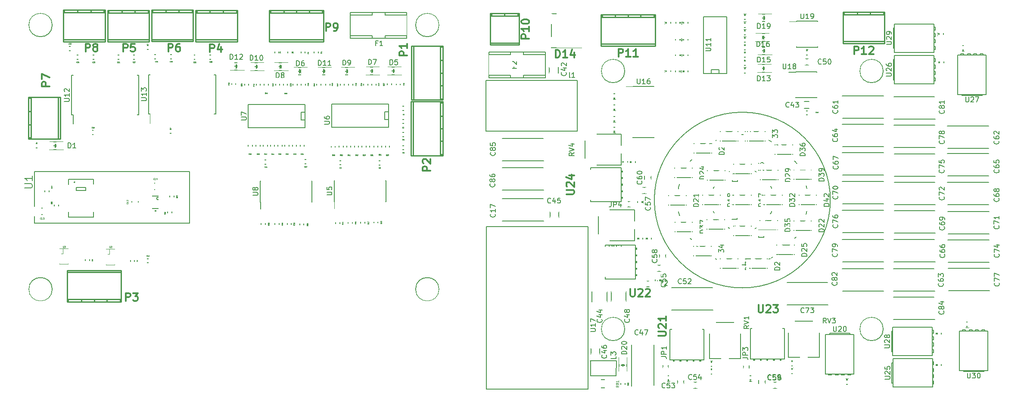
<source format=gbr>
G04 #@! TF.FileFunction,Legend,Top*
%FSLAX46Y46*%
G04 Gerber Fmt 4.6, Leading zero omitted, Abs format (unit mm)*
G04 Created by KiCad (PCBNEW 4.0.1-stable) date 1/20/2016 12:58:46 AM*
%MOMM*%
G01*
G04 APERTURE LIST*
%ADD10C,0.100000*%
%ADD11C,0.200000*%
%ADD12C,0.150000*%
%ADD13C,0.127000*%
%ADD14C,0.254000*%
%ADD15C,0.001000*%
%ADD16C,0.203200*%
%ADD17C,0.149860*%
%ADD18C,0.040640*%
%ADD19C,0.060960*%
%ADD20C,0.304800*%
%ADD21C,0.074930*%
%ADD22C,0.076200*%
%ADD23C,0.037500*%
%ADD24C,0.119380*%
%ADD25R,1.000000X2.350000*%
%ADD26R,1.400760X1.299160*%
%ADD27R,1.299160X1.400760*%
%ADD28R,1.898600X1.700480*%
%ADD29R,1.700480X1.898600*%
%ADD30R,4.591000X3.956000*%
%ADD31O,2.398980X2.398980*%
%ADD32R,2.398980X2.398980*%
%ADD33R,1.400760X1.101040*%
%ADD34C,1.050000*%
%ADD35R,1.000000X1.900000*%
%ADD36R,0.908000X1.543000*%
%ADD37R,1.100000X0.750000*%
%ADD38R,2.198320X1.197560*%
%ADD39C,4.464000*%
%ADD40R,1.598880X1.598880*%
%ADD41C,1.797000*%
%ADD42R,0.900000X1.300000*%
%ADD43R,1.700000X1.100000*%
%ADD44R,2.830000X2.770000*%
%ADD45R,1.200000X1.150000*%
%ADD46R,2.770000X2.830000*%
%ADD47R,1.150000X1.200000*%
%ADD48R,1.000000X0.800000*%
%ADD49R,0.800000X1.000000*%
%ADD50R,1.900000X1.600000*%
%ADD51R,2.000200X2.203400*%
%ADD52R,1.593800X3.702000*%
%ADD53R,3.702000X1.593800*%
%ADD54R,1.543000X0.908000*%
%ADD55R,1.900000X1.000000*%
%ADD56R,1.950000X1.000000*%
%ADD57R,1.575000X1.575000*%
%ADD58R,0.996900X2.398980*%
%ADD59R,5.998160X6.899860*%
%ADD60R,2.398980X0.996900*%
%ADD61R,6.899860X5.998160*%
%ADD62C,2.150000*%
%ADD63R,3.600400X2.000200*%
%ADD64R,7.400240X6.899860*%
%ADD65C,2.400000*%
%ADD66R,2.900000X1.400000*%
%ADD67R,4.900000X1.700000*%
%ADD68R,4.900000X1.300000*%
%ADD69C,0.984200*%
%ADD70C,1.035000*%
%ADD71R,0.850000X1.300000*%
%ADD72R,4.850000X1.700000*%
%ADD73R,4.350000X3.450000*%
%ADD74R,1.300000X0.850000*%
%ADD75R,1.700000X4.850000*%
%ADD76R,3.450000X4.350000*%
G04 APERTURE END LIST*
D10*
D11*
X176877543Y-58081605D02*
G75*
G03X176877543Y-58081605I-17297400J0D01*
G01*
X172443651Y-58030805D02*
G75*
G03X172443651Y-58030805I-12812708J0D01*
G01*
X165789211Y-58061285D02*
G75*
G03X165789211Y-58061285I-6168428J0D01*
G01*
D12*
X42916900Y-41159660D02*
X43251900Y-41159660D01*
X42916900Y-33409660D02*
X43251900Y-33409660D01*
X56066900Y-33409660D02*
X55731900Y-33409660D01*
X56066900Y-41159660D02*
X55731900Y-41159660D01*
X42916900Y-41159660D02*
X42916900Y-33409660D01*
X56066900Y-41159660D02*
X56066900Y-33409660D01*
X43251900Y-41159660D02*
X43251900Y-42959660D01*
D13*
X39314120Y-70642480D02*
X40126920Y-70642480D01*
X40101520Y-69524880D02*
X39314120Y-69524880D01*
X40126920Y-69270880D02*
X40126920Y-70896480D01*
X40126920Y-70896480D02*
X39314120Y-70896480D01*
X39314120Y-70896480D02*
X39314120Y-69270880D01*
X39314120Y-69270880D02*
X40126920Y-69270880D01*
X31262320Y-69367400D02*
X30449520Y-69367400D01*
X30474920Y-70485000D02*
X31262320Y-70485000D01*
X30449520Y-70739000D02*
X30449520Y-69113400D01*
X30449520Y-69113400D02*
X31262320Y-69113400D01*
X31262320Y-69113400D02*
X31262320Y-70739000D01*
X31262320Y-70739000D02*
X30449520Y-70739000D01*
X87736680Y-50383440D02*
X87736680Y-51196240D01*
X88854280Y-51170840D02*
X88854280Y-50383440D01*
X89108280Y-51196240D02*
X87482680Y-51196240D01*
X87482680Y-51196240D02*
X87482680Y-50383440D01*
X87482680Y-50383440D02*
X89108280Y-50383440D01*
X89108280Y-50383440D02*
X89108280Y-51196240D01*
X80002380Y-50345340D02*
X80002380Y-51158140D01*
X81119980Y-51132740D02*
X81119980Y-50345340D01*
X81373980Y-51158140D02*
X79748380Y-51158140D01*
X79748380Y-51158140D02*
X79748380Y-50345340D01*
X79748380Y-50345340D02*
X81373980Y-50345340D01*
X81373980Y-50345340D02*
X81373980Y-51158140D01*
X73182480Y-50116740D02*
X73182480Y-50929540D01*
X74300080Y-50904140D02*
X74300080Y-50116740D01*
X74554080Y-50929540D02*
X72928480Y-50929540D01*
X72928480Y-50929540D02*
X72928480Y-50116740D01*
X72928480Y-50116740D02*
X74554080Y-50116740D01*
X74554080Y-50116740D02*
X74554080Y-50929540D01*
X65298320Y-50180240D02*
X65298320Y-50993040D01*
X66415920Y-50967640D02*
X66415920Y-50180240D01*
X66669920Y-50993040D02*
X65044320Y-50993040D01*
X65044320Y-50993040D02*
X65044320Y-50180240D01*
X65044320Y-50180240D02*
X66669920Y-50180240D01*
X66669920Y-50180240D02*
X66669920Y-50993040D01*
X39580820Y-57825640D02*
X40850820Y-57825640D01*
X39580820Y-59095640D02*
X40825420Y-59095640D01*
X39580820Y-59476640D02*
X39580820Y-57444640D01*
X39580820Y-57444640D02*
X40850820Y-57444640D01*
X40850820Y-57444640D02*
X40850820Y-59476640D01*
X40850820Y-59476640D02*
X39580820Y-59476640D01*
X21292820Y-60962540D02*
X21292820Y-59692540D01*
X22562820Y-60962540D02*
X22562820Y-59717940D01*
X22943820Y-60962540D02*
X20911820Y-60962540D01*
X20911820Y-60962540D02*
X20911820Y-59692540D01*
X20911820Y-59692540D02*
X22943820Y-59692540D01*
X22943820Y-59692540D02*
X22943820Y-60962540D01*
X44724320Y-54764940D02*
X44724320Y-56034940D01*
X43454320Y-54764940D02*
X43454320Y-56009540D01*
X43073320Y-54764940D02*
X45105320Y-54764940D01*
X45105320Y-54764940D02*
X45105320Y-56034940D01*
X45105320Y-56034940D02*
X43073320Y-56034940D01*
X43073320Y-56034940D02*
X43073320Y-54764940D01*
X32494220Y-45189140D02*
X32494220Y-44376340D01*
X31376620Y-44401740D02*
X31376620Y-45189140D01*
X31122620Y-44376340D02*
X32748220Y-44376340D01*
X32748220Y-44376340D02*
X32748220Y-45189140D01*
X32748220Y-45189140D02*
X31122620Y-45189140D01*
X31122620Y-45189140D02*
X31122620Y-44376340D01*
X47774860Y-44947840D02*
X47774860Y-44135040D01*
X46657260Y-44160440D02*
X46657260Y-44947840D01*
X46403260Y-44135040D02*
X48028860Y-44135040D01*
X48028860Y-44135040D02*
X48028860Y-44947840D01*
X48028860Y-44947840D02*
X46403260Y-44947840D01*
X46403260Y-44947840D02*
X46403260Y-44135040D01*
X36382960Y-29555440D02*
X36382960Y-30368240D01*
X37500560Y-30342840D02*
X37500560Y-29555440D01*
X37754560Y-30368240D02*
X36128960Y-30368240D01*
X36128960Y-30368240D02*
X36128960Y-29555440D01*
X36128960Y-29555440D02*
X37754560Y-29555440D01*
X37754560Y-29555440D02*
X37754560Y-30368240D01*
X51363880Y-29542740D02*
X51363880Y-30355540D01*
X52481480Y-30330140D02*
X52481480Y-29542740D01*
X52735480Y-30355540D02*
X51109880Y-30355540D01*
X51109880Y-30355540D02*
X51109880Y-29542740D01*
X51109880Y-29542740D02*
X52735480Y-29542740D01*
X52735480Y-29542740D02*
X52735480Y-30355540D01*
X28364180Y-29530040D02*
X28364180Y-30342840D01*
X29481780Y-30317440D02*
X29481780Y-29530040D01*
X29735780Y-30342840D02*
X28110180Y-30342840D01*
X28110180Y-30342840D02*
X28110180Y-29530040D01*
X28110180Y-29530040D02*
X29735780Y-29530040D01*
X29735780Y-29530040D02*
X29735780Y-30342840D01*
X43604180Y-29466540D02*
X43604180Y-30279340D01*
X44721780Y-30253940D02*
X44721780Y-29466540D01*
X44975780Y-30279340D02*
X43350180Y-30279340D01*
X43350180Y-30279340D02*
X43350180Y-29466540D01*
X43350180Y-29466540D02*
X44975780Y-29466540D01*
X44975780Y-29466540D02*
X44975780Y-30279340D01*
X39443660Y-29568140D02*
X39443660Y-30380940D01*
X40561260Y-30355540D02*
X40561260Y-29568140D01*
X40815260Y-30380940D02*
X39189660Y-30380940D01*
X39189660Y-30380940D02*
X39189660Y-29568140D01*
X39189660Y-29568140D02*
X40815260Y-29568140D01*
X40815260Y-29568140D02*
X40815260Y-30380940D01*
X31468060Y-29530040D02*
X31468060Y-30342840D01*
X32585660Y-30317440D02*
X32585660Y-29530040D01*
X32839660Y-30342840D02*
X31214060Y-30342840D01*
X31214060Y-30342840D02*
X31214060Y-29530040D01*
X31214060Y-29530040D02*
X32839660Y-29530040D01*
X32839660Y-29530040D02*
X32839660Y-30342840D01*
X54475380Y-29542740D02*
X54475380Y-30355540D01*
X55592980Y-30330140D02*
X55592980Y-29542740D01*
X55846980Y-30355540D02*
X54221380Y-30355540D01*
X54221380Y-30355540D02*
X54221380Y-29542740D01*
X54221380Y-29542740D02*
X55846980Y-29542740D01*
X55846980Y-29542740D02*
X55846980Y-30355540D01*
X46771560Y-29466540D02*
X46771560Y-30279340D01*
X47889160Y-30253940D02*
X47889160Y-29466540D01*
X48143160Y-30279340D02*
X46517560Y-30279340D01*
X46517560Y-30279340D02*
X46517560Y-29466540D01*
X46517560Y-29466540D02*
X48143160Y-29466540D01*
X48143160Y-29466540D02*
X48143160Y-30279340D01*
X27945080Y-28641040D02*
X27945080Y-27828240D01*
X26827480Y-27853640D02*
X26827480Y-28641040D01*
X26573480Y-27828240D02*
X28199080Y-27828240D01*
X28199080Y-27828240D02*
X28199080Y-28641040D01*
X28199080Y-28641040D02*
X26573480Y-28641040D01*
X26573480Y-28641040D02*
X26573480Y-27828240D01*
X43253660Y-28463240D02*
X43253660Y-27650440D01*
X42136060Y-27675840D02*
X42136060Y-28463240D01*
X41882060Y-27650440D02*
X43507660Y-27650440D01*
X43507660Y-27650440D02*
X43507660Y-28463240D01*
X43507660Y-28463240D02*
X41882060Y-28463240D01*
X41882060Y-28463240D02*
X41882060Y-27650440D01*
D12*
X82544920Y-21656040D02*
X86862920Y-21656040D01*
X86862920Y-21656040D02*
X86862920Y-21148040D01*
X82544920Y-25720040D02*
X86862920Y-25720040D01*
X86862920Y-25720040D02*
X86862920Y-26228040D01*
X93593920Y-25720040D02*
X89402920Y-25720040D01*
X89402920Y-25720040D02*
X89402920Y-26228040D01*
X93593920Y-21656040D02*
X89402920Y-21656040D01*
X89402920Y-21656040D02*
X89402920Y-21148040D01*
X93593920Y-21148040D02*
X82544920Y-21148040D01*
X82544920Y-26228040D02*
X93593920Y-26228040D01*
X82544920Y-26228040D02*
X82544920Y-21148040D01*
X93593920Y-21148040D02*
X93593920Y-26228040D01*
D14*
X94533720Y-27759660D02*
X94533720Y-38361620D01*
X94932500Y-38361620D02*
X94932500Y-27759660D01*
X100233480Y-38361620D02*
X100233480Y-27759660D01*
X100731320Y-27759660D02*
X100731320Y-38361620D01*
X100233480Y-30563820D02*
X100731320Y-30563820D01*
X100233480Y-33060640D02*
X100731320Y-33060640D01*
X100731320Y-38158420D02*
X100233480Y-38158420D01*
X100233480Y-27960320D02*
X100731320Y-27960320D01*
X100731320Y-35557460D02*
X100233480Y-35557460D01*
X100731320Y-27762200D02*
X94533720Y-27762200D01*
X94533720Y-38356540D02*
X100731320Y-38356540D01*
X37490400Y-71922640D02*
X26888440Y-71922640D01*
X26888440Y-72321420D02*
X37490400Y-72321420D01*
X26888440Y-77622400D02*
X37490400Y-77622400D01*
X37490400Y-78120240D02*
X26888440Y-78120240D01*
X34686240Y-77622400D02*
X34686240Y-78120240D01*
X32189420Y-77622400D02*
X32189420Y-78120240D01*
X27091640Y-78120240D02*
X27091640Y-77622400D01*
X37289740Y-77622400D02*
X37289740Y-78120240D01*
X29692600Y-78120240D02*
X29692600Y-77622400D01*
X37487860Y-78120240D02*
X37487860Y-71922640D01*
X26893520Y-71922640D02*
X26893520Y-78120240D01*
X52156360Y-26913840D02*
X60355480Y-26913840D01*
X52156360Y-26515060D02*
X60355480Y-26515060D01*
X52156360Y-21214080D02*
X60355480Y-21214080D01*
X60355480Y-20716240D02*
X52156360Y-20716240D01*
X54955440Y-21214080D02*
X54955440Y-20716240D01*
X60154820Y-20716240D02*
X60154820Y-21214080D01*
X52354480Y-21214080D02*
X52354480Y-20716240D01*
X57553860Y-20716240D02*
X57553860Y-21214080D01*
X52156360Y-20716240D02*
X52156360Y-26913840D01*
X60352940Y-26913840D02*
X60352940Y-20716240D01*
X34820860Y-26913840D02*
X43019980Y-26913840D01*
X34820860Y-26515060D02*
X43019980Y-26515060D01*
X34820860Y-21214080D02*
X43019980Y-21214080D01*
X43019980Y-20716240D02*
X34820860Y-20716240D01*
X37619940Y-21214080D02*
X37619940Y-20716240D01*
X42819320Y-20716240D02*
X42819320Y-21214080D01*
X35018980Y-21214080D02*
X35018980Y-20716240D01*
X40218360Y-20716240D02*
X40218360Y-21214080D01*
X34820860Y-20716240D02*
X34820860Y-26913840D01*
X43017440Y-26913840D02*
X43017440Y-20716240D01*
X43456860Y-26850340D02*
X51655980Y-26850340D01*
X43456860Y-26451560D02*
X51655980Y-26451560D01*
X43456860Y-21150580D02*
X51655980Y-21150580D01*
X51655980Y-20652740D02*
X43456860Y-20652740D01*
X46255940Y-21150580D02*
X46255940Y-20652740D01*
X51455320Y-20652740D02*
X51455320Y-21150580D01*
X43654980Y-21150580D02*
X43654980Y-20652740D01*
X48854360Y-20652740D02*
X48854360Y-21150580D01*
X43456860Y-20652740D02*
X43456860Y-26850340D01*
X51653440Y-26850340D02*
X51653440Y-20652740D01*
X25509220Y-46012100D02*
X25509220Y-37812980D01*
X25110440Y-46012100D02*
X25110440Y-37812980D01*
X19809460Y-46012100D02*
X19809460Y-37812980D01*
X19311620Y-37812980D02*
X19311620Y-46012100D01*
X19809460Y-43213020D02*
X19311620Y-43213020D01*
X19311620Y-38013640D02*
X19809460Y-38013640D01*
X19809460Y-45813980D02*
X19311620Y-45813980D01*
X19311620Y-40614600D02*
X19809460Y-40614600D01*
X19311620Y-46012100D02*
X25509220Y-46012100D01*
X25509220Y-37815520D02*
X19311620Y-37815520D01*
X26134060Y-26863040D02*
X34333180Y-26863040D01*
X26134060Y-26464260D02*
X34333180Y-26464260D01*
X26134060Y-21163280D02*
X34333180Y-21163280D01*
X34333180Y-20665440D02*
X26134060Y-20665440D01*
X28933140Y-21163280D02*
X28933140Y-20665440D01*
X34132520Y-20665440D02*
X34132520Y-21163280D01*
X26332180Y-21163280D02*
X26332180Y-20665440D01*
X31531560Y-20665440D02*
X31531560Y-21163280D01*
X26134060Y-20665440D02*
X26134060Y-26863040D01*
X34330640Y-26863040D02*
X34330640Y-20665440D01*
D13*
X21470620Y-47805340D02*
X21470620Y-46992540D01*
X20353020Y-47017940D02*
X20353020Y-47805340D01*
X20099020Y-46992540D02*
X21724620Y-46992540D01*
X21724620Y-46992540D02*
X21724620Y-47805340D01*
X21724620Y-47805340D02*
X20099020Y-47805340D01*
X20099020Y-47805340D02*
X20099020Y-46992540D01*
X92367336Y-39642160D02*
X92367336Y-40454960D01*
X93484936Y-40429560D02*
X93484936Y-39642160D01*
X93738936Y-40454960D02*
X92113336Y-40454960D01*
X92113336Y-40454960D02*
X92113336Y-39642160D01*
X92113336Y-39642160D02*
X93738936Y-39642160D01*
X93738936Y-39642160D02*
X93738936Y-40454960D01*
X92367336Y-42218444D02*
X92367336Y-43031244D01*
X93484936Y-43005844D02*
X93484936Y-42218444D01*
X93738936Y-43031244D02*
X92113336Y-43031244D01*
X92113336Y-43031244D02*
X92113336Y-42218444D01*
X92113336Y-42218444D02*
X93738936Y-42218444D01*
X93738936Y-42218444D02*
X93738936Y-43031244D01*
X92367335Y-44794730D02*
X92367335Y-45607530D01*
X93484935Y-45582130D02*
X93484935Y-44794730D01*
X93738935Y-45607530D02*
X92113335Y-45607530D01*
X92113335Y-45607530D02*
X92113335Y-44794730D01*
X92113335Y-44794730D02*
X93738935Y-44794730D01*
X93738935Y-44794730D02*
X93738935Y-45607530D01*
X92367336Y-47371016D02*
X92367336Y-48183816D01*
X93484936Y-48158416D02*
X93484936Y-47371016D01*
X93738936Y-48183816D02*
X92113336Y-48183816D01*
X92113336Y-48183816D02*
X92113336Y-47371016D01*
X92113336Y-47371016D02*
X93738936Y-47371016D01*
X93738936Y-47371016D02*
X93738936Y-48183816D01*
X67691360Y-29583380D02*
X68504160Y-29583380D01*
X68478760Y-28465780D02*
X67691360Y-28465780D01*
X68504160Y-28211780D02*
X68504160Y-29837380D01*
X68504160Y-29837380D02*
X67691360Y-29837380D01*
X67691360Y-29837380D02*
X67691360Y-28211780D01*
X67691360Y-28211780D02*
X68504160Y-28211780D01*
X70267645Y-29583380D02*
X71080445Y-29583380D01*
X71055045Y-28465780D02*
X70267645Y-28465780D01*
X71080445Y-28211780D02*
X71080445Y-29837380D01*
X71080445Y-29837380D02*
X70267645Y-29837380D01*
X70267645Y-29837380D02*
X70267645Y-28211780D01*
X70267645Y-28211780D02*
X71080445Y-28211780D01*
X72843929Y-29583380D02*
X73656729Y-29583380D01*
X73631329Y-28465780D02*
X72843929Y-28465780D01*
X73656729Y-28211780D02*
X73656729Y-29837380D01*
X73656729Y-29837380D02*
X72843929Y-29837380D01*
X72843929Y-29837380D02*
X72843929Y-28211780D01*
X72843929Y-28211780D02*
X73656729Y-28211780D01*
X75420215Y-29583380D02*
X76233015Y-29583380D01*
X76207615Y-28465780D02*
X75420215Y-28465780D01*
X76233015Y-28211780D02*
X76233015Y-29837380D01*
X76233015Y-29837380D02*
X75420215Y-29837380D01*
X75420215Y-29837380D02*
X75420215Y-28211780D01*
X75420215Y-28211780D02*
X76233015Y-28211780D01*
X79649320Y-63200280D02*
X80462120Y-63200280D01*
X80436720Y-62082680D02*
X79649320Y-62082680D01*
X80462120Y-61828680D02*
X80462120Y-63454280D01*
X80462120Y-63454280D02*
X79649320Y-63454280D01*
X79649320Y-63454280D02*
X79649320Y-61828680D01*
X79649320Y-61828680D02*
X80462120Y-61828680D01*
X82125820Y-63149480D02*
X82938620Y-63149480D01*
X82913220Y-62031880D02*
X82125820Y-62031880D01*
X82938620Y-61777880D02*
X82938620Y-63403480D01*
X82938620Y-63403480D02*
X82125820Y-63403480D01*
X82125820Y-63403480D02*
X82125820Y-61777880D01*
X82125820Y-61777880D02*
X82938620Y-61777880D01*
X87155020Y-63060580D02*
X87967820Y-63060580D01*
X87942420Y-61942980D02*
X87155020Y-61942980D01*
X87967820Y-61688980D02*
X87967820Y-63314580D01*
X87967820Y-63314580D02*
X87155020Y-63314580D01*
X87155020Y-63314580D02*
X87155020Y-61688980D01*
X87155020Y-61688980D02*
X87967820Y-61688980D01*
X84576920Y-63124080D02*
X85389720Y-63124080D01*
X85364320Y-62006480D02*
X84576920Y-62006480D01*
X85389720Y-61752480D02*
X85389720Y-63378080D01*
X85389720Y-63378080D02*
X84576920Y-63378080D01*
X84576920Y-63378080D02*
X84576920Y-61752480D01*
X84576920Y-61752480D02*
X85389720Y-61752480D01*
X43289220Y-70449440D02*
X43289220Y-69636640D01*
X42171620Y-69662040D02*
X42171620Y-70449440D01*
X41917620Y-69636640D02*
X43543220Y-69636640D01*
X43543220Y-69636640D02*
X43543220Y-70449440D01*
X43543220Y-70449440D02*
X41917620Y-70449440D01*
X41917620Y-70449440D02*
X41917620Y-69636640D01*
X87901246Y-48113308D02*
X88714046Y-48113308D01*
X88688646Y-46995708D02*
X87901246Y-46995708D01*
X88714046Y-46741708D02*
X88714046Y-48367308D01*
X88714046Y-48367308D02*
X87901246Y-48367308D01*
X87901246Y-48367308D02*
X87901246Y-46741708D01*
X87901246Y-46741708D02*
X88714046Y-46741708D01*
X71153020Y-47932340D02*
X71965820Y-47932340D01*
X71940420Y-46814740D02*
X71153020Y-46814740D01*
X71965820Y-46560740D02*
X71965820Y-48186340D01*
X71965820Y-48186340D02*
X71153020Y-48186340D01*
X71153020Y-48186340D02*
X71153020Y-46560740D01*
X71153020Y-46560740D02*
X71965820Y-46560740D01*
X90238046Y-46990628D02*
X89425246Y-46990628D01*
X89450646Y-48108228D02*
X90238046Y-48108228D01*
X89425246Y-48362228D02*
X89425246Y-46736628D01*
X89425246Y-46736628D02*
X90238046Y-46736628D01*
X90238046Y-46736628D02*
X90238046Y-48362228D01*
X90238046Y-48362228D02*
X89425246Y-48362228D01*
X73489820Y-46814740D02*
X72677020Y-46814740D01*
X72702420Y-47932340D02*
X73489820Y-47932340D01*
X72677020Y-48186340D02*
X72677020Y-46560740D01*
X72677020Y-46560740D02*
X73489820Y-46560740D01*
X73489820Y-46560740D02*
X73489820Y-48186340D01*
X73489820Y-48186340D02*
X72677020Y-48186340D01*
X92358946Y-34775768D02*
X91546146Y-34775768D01*
X91571546Y-35893368D02*
X92358946Y-35893368D01*
X91546146Y-36147368D02*
X91546146Y-34521768D01*
X91546146Y-34521768D02*
X92358946Y-34521768D01*
X92358946Y-34521768D02*
X92358946Y-36147368D01*
X92358946Y-36147368D02*
X91546146Y-36147368D01*
X73680320Y-34813240D02*
X72867520Y-34813240D01*
X72892920Y-35930840D02*
X73680320Y-35930840D01*
X72867520Y-36184840D02*
X72867520Y-34559240D01*
X72867520Y-34559240D02*
X73680320Y-34559240D01*
X73680320Y-34559240D02*
X73680320Y-36184840D01*
X73680320Y-36184840D02*
X72867520Y-36184840D01*
X90644446Y-34747828D02*
X89831646Y-34747828D01*
X89857046Y-35865428D02*
X90644446Y-35865428D01*
X89831646Y-36119428D02*
X89831646Y-34493828D01*
X89831646Y-34493828D02*
X90644446Y-34493828D01*
X90644446Y-34493828D02*
X90644446Y-36119428D01*
X90644446Y-36119428D02*
X89831646Y-36119428D01*
X72092820Y-34813240D02*
X71280020Y-34813240D01*
X71305420Y-35930840D02*
X72092820Y-35930840D01*
X71280020Y-36184840D02*
X71280020Y-34559240D01*
X71280020Y-34559240D02*
X72092820Y-34559240D01*
X72092820Y-34559240D02*
X72092820Y-36184840D01*
X72092820Y-36184840D02*
X71280020Y-36184840D01*
X84840546Y-48138708D02*
X85653346Y-48138708D01*
X85627946Y-47021108D02*
X84840546Y-47021108D01*
X85653346Y-46767108D02*
X85653346Y-48392708D01*
X85653346Y-48392708D02*
X84840546Y-48392708D01*
X84840546Y-48392708D02*
X84840546Y-46767108D01*
X84840546Y-46767108D02*
X85653346Y-46767108D01*
X68295520Y-47932340D02*
X69108320Y-47932340D01*
X69082920Y-46814740D02*
X68295520Y-46814740D01*
X69108320Y-46560740D02*
X69108320Y-48186340D01*
X69108320Y-48186340D02*
X68295520Y-48186340D01*
X68295520Y-48186340D02*
X68295520Y-46560740D01*
X68295520Y-46560740D02*
X69108320Y-46560740D01*
X87177346Y-47008408D02*
X86364546Y-47008408D01*
X86389946Y-48126008D02*
X87177346Y-48126008D01*
X86364546Y-48380008D02*
X86364546Y-46754408D01*
X86364546Y-46754408D02*
X87177346Y-46754408D01*
X87177346Y-46754408D02*
X87177346Y-48380008D01*
X87177346Y-48380008D02*
X86364546Y-48380008D01*
X70505320Y-46814740D02*
X69692520Y-46814740D01*
X69717920Y-47932340D02*
X70505320Y-47932340D01*
X69692520Y-48186340D02*
X69692520Y-46560740D01*
X69692520Y-46560740D02*
X70505320Y-46560740D01*
X70505320Y-46560740D02*
X70505320Y-48186340D01*
X70505320Y-48186340D02*
X69692520Y-48186340D01*
X67724020Y-63352680D02*
X68536820Y-63352680D01*
X68511420Y-62235080D02*
X67724020Y-62235080D01*
X68536820Y-61981080D02*
X68536820Y-63606680D01*
X68536820Y-63606680D02*
X67724020Y-63606680D01*
X67724020Y-63606680D02*
X67724020Y-61981080D01*
X67724020Y-61981080D02*
X68536820Y-61981080D01*
X72600820Y-63428880D02*
X73413620Y-63428880D01*
X73388220Y-62311280D02*
X72600820Y-62311280D01*
X73413620Y-62057280D02*
X73413620Y-63682880D01*
X73413620Y-63682880D02*
X72600820Y-63682880D01*
X72600820Y-63682880D02*
X72600820Y-62057280D01*
X72600820Y-62057280D02*
X73413620Y-62057280D01*
X65031620Y-63352680D02*
X65844420Y-63352680D01*
X65819020Y-62235080D02*
X65031620Y-62235080D01*
X65844420Y-61981080D02*
X65844420Y-63606680D01*
X65844420Y-63606680D02*
X65031620Y-63606680D01*
X65031620Y-63606680D02*
X65031620Y-61981080D01*
X65031620Y-61981080D02*
X65844420Y-61981080D01*
X70124319Y-63352680D02*
X70937119Y-63352680D01*
X70911719Y-62235080D02*
X70124319Y-62235080D01*
X70937119Y-61981080D02*
X70937119Y-63606680D01*
X70937119Y-63606680D02*
X70124319Y-63606680D01*
X70124319Y-63606680D02*
X70124319Y-61981080D01*
X70124319Y-61981080D02*
X70937119Y-61981080D01*
X87596446Y-34798628D02*
X86783646Y-34798628D01*
X86809046Y-35916228D02*
X87596446Y-35916228D01*
X86783646Y-36170228D02*
X86783646Y-34544628D01*
X86783646Y-34544628D02*
X87596446Y-34544628D01*
X87596446Y-34544628D02*
X87596446Y-36170228D01*
X87596446Y-36170228D02*
X86783646Y-36170228D01*
X70187820Y-34813240D02*
X69375020Y-34813240D01*
X69400420Y-35930840D02*
X70187820Y-35930840D01*
X69375020Y-36184840D02*
X69375020Y-34559240D01*
X69375020Y-34559240D02*
X70187820Y-34559240D01*
X70187820Y-34559240D02*
X70187820Y-36184840D01*
X70187820Y-36184840D02*
X69375020Y-36184840D01*
X85983546Y-34811328D02*
X85170746Y-34811328D01*
X85196146Y-35928928D02*
X85983546Y-35928928D01*
X85170746Y-36182928D02*
X85170746Y-34557328D01*
X85170746Y-34557328D02*
X85983546Y-34557328D01*
X85983546Y-34557328D02*
X85983546Y-36182928D01*
X85983546Y-36182928D02*
X85170746Y-36182928D01*
X68663820Y-34813240D02*
X67851020Y-34813240D01*
X67876420Y-35930840D02*
X68663820Y-35930840D01*
X67851020Y-36184840D02*
X67851020Y-34559240D01*
X67851020Y-34559240D02*
X68663820Y-34559240D01*
X68663820Y-34559240D02*
X68663820Y-36184840D01*
X68663820Y-36184840D02*
X67851020Y-36184840D01*
X81805246Y-48151408D02*
X82618046Y-48151408D01*
X82592646Y-47033808D02*
X81805246Y-47033808D01*
X82618046Y-46779808D02*
X82618046Y-48405408D01*
X82618046Y-48405408D02*
X81805246Y-48405408D01*
X81805246Y-48405408D02*
X81805246Y-46779808D01*
X81805246Y-46779808D02*
X82618046Y-46779808D01*
X65438020Y-47932340D02*
X66250820Y-47932340D01*
X66225420Y-46814740D02*
X65438020Y-46814740D01*
X66250820Y-46560740D02*
X66250820Y-48186340D01*
X66250820Y-48186340D02*
X65438020Y-48186340D01*
X65438020Y-48186340D02*
X65438020Y-46560740D01*
X65438020Y-46560740D02*
X66250820Y-46560740D01*
X84142046Y-47021107D02*
X83329246Y-47021107D01*
X83354646Y-48138707D02*
X84142046Y-48138707D01*
X83329246Y-48392707D02*
X83329246Y-46767107D01*
X83329246Y-46767107D02*
X84142046Y-46767107D01*
X84142046Y-46767107D02*
X84142046Y-48392707D01*
X84142046Y-48392707D02*
X83329246Y-48392707D01*
X67647820Y-46814740D02*
X66835020Y-46814740D01*
X66860420Y-47932340D02*
X67647820Y-47932340D01*
X66835020Y-48186340D02*
X66835020Y-46560740D01*
X66835020Y-46560740D02*
X67647820Y-46560740D01*
X67647820Y-46560740D02*
X67647820Y-48186340D01*
X67647820Y-48186340D02*
X66835020Y-48186340D01*
X83014820Y-34823400D02*
X82202020Y-34823400D01*
X82227420Y-35941000D02*
X83014820Y-35941000D01*
X82202020Y-36195000D02*
X82202020Y-34569400D01*
X82202020Y-34569400D02*
X83014820Y-34569400D01*
X83014820Y-34569400D02*
X83014820Y-36195000D01*
X83014820Y-36195000D02*
X82202020Y-36195000D01*
X66441320Y-34813240D02*
X65628520Y-34813240D01*
X65653920Y-35930840D02*
X66441320Y-35930840D01*
X65628520Y-36184840D02*
X65628520Y-34559240D01*
X65628520Y-34559240D02*
X66441320Y-34559240D01*
X66441320Y-34559240D02*
X66441320Y-36184840D01*
X66441320Y-36184840D02*
X65628520Y-36184840D01*
X81363820Y-34823400D02*
X80551020Y-34823400D01*
X80576420Y-35941000D02*
X81363820Y-35941000D01*
X80551020Y-36195000D02*
X80551020Y-34569400D01*
X80551020Y-34569400D02*
X81363820Y-34569400D01*
X81363820Y-34569400D02*
X81363820Y-36195000D01*
X81363820Y-36195000D02*
X80551020Y-36195000D01*
X64853820Y-34813240D02*
X64041020Y-34813240D01*
X64066420Y-35930840D02*
X64853820Y-35930840D01*
X64041020Y-36184840D02*
X64041020Y-34559240D01*
X64041020Y-34559240D02*
X64853820Y-34559240D01*
X64853820Y-34559240D02*
X64853820Y-36184840D01*
X64853820Y-36184840D02*
X64041020Y-36184840D01*
X78782645Y-48164108D02*
X79595445Y-48164108D01*
X79570045Y-47046508D02*
X78782645Y-47046508D01*
X79595445Y-46792508D02*
X79595445Y-48418108D01*
X79595445Y-48418108D02*
X78782645Y-48418108D01*
X78782645Y-48418108D02*
X78782645Y-46792508D01*
X78782645Y-46792508D02*
X79595445Y-46792508D01*
X62453520Y-47932340D02*
X63266320Y-47932340D01*
X63240920Y-46814740D02*
X62453520Y-46814740D01*
X63266320Y-46560740D02*
X63266320Y-48186340D01*
X63266320Y-48186340D02*
X62453520Y-48186340D01*
X62453520Y-48186340D02*
X62453520Y-46560740D01*
X62453520Y-46560740D02*
X63266320Y-46560740D01*
X81132146Y-47033808D02*
X80319346Y-47033808D01*
X80344746Y-48151408D02*
X81132146Y-48151408D01*
X80319346Y-48405408D02*
X80319346Y-46779808D01*
X80319346Y-46779808D02*
X81132146Y-46779808D01*
X81132146Y-46779808D02*
X81132146Y-48405408D01*
X81132146Y-48405408D02*
X80319346Y-48405408D01*
X64790320Y-46814740D02*
X63977520Y-46814740D01*
X64002920Y-47932340D02*
X64790320Y-47932340D01*
X63977520Y-48186340D02*
X63977520Y-46560740D01*
X63977520Y-46560740D02*
X64790320Y-46560740D01*
X64790320Y-46560740D02*
X64790320Y-48186340D01*
X64790320Y-48186340D02*
X63977520Y-48186340D01*
X78506320Y-34823400D02*
X77693520Y-34823400D01*
X77718920Y-35941000D02*
X78506320Y-35941000D01*
X77693520Y-36195000D02*
X77693520Y-34569400D01*
X77693520Y-34569400D02*
X78506320Y-34569400D01*
X78506320Y-34569400D02*
X78506320Y-36195000D01*
X78506320Y-36195000D02*
X77693520Y-36195000D01*
X62567820Y-34813240D02*
X61755020Y-34813240D01*
X61780420Y-35930840D02*
X62567820Y-35930840D01*
X61755020Y-36184840D02*
X61755020Y-34559240D01*
X61755020Y-34559240D02*
X62567820Y-34559240D01*
X62567820Y-34559240D02*
X62567820Y-36184840D01*
X62567820Y-36184840D02*
X61755020Y-36184840D01*
X76728320Y-34823400D02*
X75915520Y-34823400D01*
X75940920Y-35941000D02*
X76728320Y-35941000D01*
X75915520Y-36195000D02*
X75915520Y-34569400D01*
X75915520Y-34569400D02*
X76728320Y-34569400D01*
X76728320Y-34569400D02*
X76728320Y-36195000D01*
X76728320Y-36195000D02*
X75915520Y-36195000D01*
X60027820Y-34686240D02*
X59215020Y-34686240D01*
X59240420Y-35803840D02*
X60027820Y-35803840D01*
X59215020Y-36057840D02*
X59215020Y-34432240D01*
X59215020Y-34432240D02*
X60027820Y-34432240D01*
X60027820Y-34432240D02*
X60027820Y-36057840D01*
X60027820Y-36057840D02*
X59215020Y-36057840D01*
X22499320Y-56898540D02*
X23312120Y-56898540D01*
X23286720Y-55780940D02*
X22499320Y-55780940D01*
X23312120Y-55526940D02*
X23312120Y-57152540D01*
X23312120Y-57152540D02*
X22499320Y-57152540D01*
X22499320Y-57152540D02*
X22499320Y-55526940D01*
X22499320Y-55526940D02*
X23312120Y-55526940D01*
X24353520Y-59695080D02*
X25166320Y-59695080D01*
X25140920Y-58577480D02*
X24353520Y-58577480D01*
X25166320Y-58323480D02*
X25166320Y-59949080D01*
X25166320Y-59949080D02*
X24353520Y-59949080D01*
X24353520Y-59949080D02*
X24353520Y-58323480D01*
X24353520Y-58323480D02*
X25166320Y-58323480D01*
X47086520Y-57952640D02*
X47899320Y-57952640D01*
X47873920Y-56835040D02*
X47086520Y-56835040D01*
X47899320Y-56581040D02*
X47899320Y-58206640D01*
X47899320Y-58206640D02*
X47086520Y-58206640D01*
X47086520Y-58206640D02*
X47086520Y-56581040D01*
X47086520Y-56581040D02*
X47899320Y-56581040D01*
X47454820Y-59974480D02*
X46642020Y-59974480D01*
X46667420Y-61092080D02*
X47454820Y-61092080D01*
X46642020Y-61346080D02*
X46642020Y-59720480D01*
X46642020Y-59720480D02*
X47454820Y-59720480D01*
X47454820Y-59720480D02*
X47454820Y-61346080D01*
X47454820Y-61346080D02*
X46642020Y-61346080D01*
D15*
X35194240Y-67729100D02*
X35194240Y-68752720D01*
X35194240Y-68752720D02*
X34544000Y-68752720D01*
X36245800Y-67729100D02*
X36245800Y-70827900D01*
X36245800Y-70827900D02*
X34544000Y-70827900D01*
X34544000Y-70827900D02*
X34544000Y-67729100D01*
X34544000Y-67729100D02*
X36245800Y-67729100D01*
X26012140Y-67614800D02*
X26012140Y-68638420D01*
X26012140Y-68638420D02*
X25361900Y-68638420D01*
X27063700Y-67614800D02*
X27063700Y-70713600D01*
X27063700Y-70713600D02*
X25361900Y-70713600D01*
X25361900Y-70713600D02*
X25361900Y-67614800D01*
X25361900Y-67614800D02*
X27063700Y-67614800D01*
D12*
X79387620Y-58381740D02*
X79492620Y-58381740D01*
X79387620Y-54231740D02*
X79492620Y-54231740D01*
X89537620Y-54231740D02*
X89432620Y-54231740D01*
X89537620Y-58381740D02*
X89432620Y-58381740D01*
X79387620Y-58381740D02*
X79387620Y-54231740D01*
X89537620Y-58381740D02*
X89537620Y-54231740D01*
X79492620Y-58381740D02*
X79492620Y-59756740D01*
X90085646Y-42192568D02*
X89323646Y-42192568D01*
X89323646Y-42192568D02*
X89323646Y-40668568D01*
X89323646Y-40668568D02*
X90085646Y-40668568D01*
X78909646Y-43716568D02*
X78909646Y-39144568D01*
X78909646Y-39144568D02*
X90085646Y-39144568D01*
X90085646Y-39144568D02*
X90085646Y-43716568D01*
X90085646Y-43716568D02*
X78909646Y-43716568D01*
X73591420Y-42293540D02*
X72829420Y-42293540D01*
X72829420Y-42293540D02*
X72829420Y-40769540D01*
X72829420Y-40769540D02*
X73591420Y-40769540D01*
X62415420Y-43817540D02*
X62415420Y-39245540D01*
X62415420Y-39245540D02*
X73591420Y-39245540D01*
X73591420Y-39245540D02*
X73591420Y-43817540D01*
X73591420Y-43817540D02*
X62415420Y-43817540D01*
X64833420Y-58457940D02*
X64938420Y-58457940D01*
X64833420Y-54307940D02*
X64938420Y-54307940D01*
X74983420Y-54307940D02*
X74878420Y-54307940D01*
X74983420Y-58457940D02*
X74878420Y-58457940D01*
X64833420Y-58457940D02*
X64833420Y-54307940D01*
X74983420Y-58457940D02*
X74983420Y-54307940D01*
X64938420Y-58457940D02*
X64938420Y-59832940D01*
X44961020Y-57783940D02*
G75*
G03X44961020Y-57783940I-250000J0D01*
G01*
X42961020Y-57283940D02*
X45461020Y-57283940D01*
X45461020Y-57283940D02*
X45461020Y-59783940D01*
X45461020Y-59783940D02*
X42961020Y-59783940D01*
X42961020Y-59783940D02*
X42961020Y-57283940D01*
D16*
X27147520Y-54975760D02*
X27147520Y-54025800D01*
X27147520Y-54025800D02*
X32024320Y-54025800D01*
X32024320Y-54025800D02*
X32024320Y-54924960D01*
X32024320Y-60472320D02*
X32024320Y-61422280D01*
X32024320Y-61422280D02*
X27147520Y-61422280D01*
X27147520Y-61422280D02*
X27147520Y-60472320D01*
X28635960Y-55615840D02*
X30535880Y-55615840D01*
X30535880Y-55615840D02*
X30535880Y-56215280D01*
X30535880Y-56215280D02*
X28635960Y-56215280D01*
X28635960Y-56215280D02*
X28635960Y-55615840D01*
X28392120Y-54554120D02*
G75*
G03X28392120Y-54554120I-93980J0D01*
G01*
D12*
X27778500Y-41299360D02*
X28113500Y-41299360D01*
X27778500Y-33549360D02*
X28113500Y-33549360D01*
X40928500Y-33549360D02*
X40593500Y-33549360D01*
X40928500Y-41299360D02*
X40593500Y-41299360D01*
X27778500Y-41299360D02*
X27778500Y-33549360D01*
X40928500Y-41299360D02*
X40928500Y-33549360D01*
X28113500Y-41299360D02*
X28113500Y-43099360D01*
X23941920Y-23632040D02*
G75*
G03X23941920Y-23632040I-2286000J0D01*
G01*
X99941920Y-23632040D02*
G75*
G03X99941920Y-23632040I-2286000J0D01*
G01*
X99941920Y-75632040D02*
G75*
G03X99941920Y-75632040I-2286000J0D01*
G01*
X23941920Y-75632040D02*
G75*
G03X23941920Y-75632040I-2286000J0D01*
G01*
X26105920Y-46623540D02*
X23405920Y-46623540D01*
X26105920Y-48123540D02*
X23405920Y-48123540D01*
X24605920Y-47223540D02*
X24605920Y-47473540D01*
X24605920Y-47473540D02*
X24755920Y-47323540D01*
X24855920Y-47723540D02*
X24855920Y-47023540D01*
X24505920Y-47373540D02*
X24155920Y-47373540D01*
X24855920Y-47373540D02*
X24505920Y-47723540D01*
X24505920Y-47723540D02*
X24505920Y-47023540D01*
X24505920Y-47023540D02*
X24855920Y-47373540D01*
X92556866Y-31892168D02*
X89856866Y-31892168D01*
X92556866Y-33392168D02*
X89856866Y-33392168D01*
X91056866Y-32492168D02*
X91056866Y-32742168D01*
X91056866Y-32742168D02*
X91206866Y-32592168D01*
X91306866Y-32992168D02*
X91306866Y-32292168D01*
X90956866Y-32642168D02*
X90606866Y-32642168D01*
X91306866Y-32642168D02*
X90956866Y-32992168D01*
X90956866Y-32992168D02*
X90956866Y-32292168D01*
X90956866Y-32292168D02*
X91306866Y-32642168D01*
X74142400Y-31955040D02*
X71442400Y-31955040D01*
X74142400Y-33455040D02*
X71442400Y-33455040D01*
X72642400Y-32555040D02*
X72642400Y-32805040D01*
X72642400Y-32805040D02*
X72792400Y-32655040D01*
X72892400Y-33055040D02*
X72892400Y-32355040D01*
X72542400Y-32705040D02*
X72192400Y-32705040D01*
X72892400Y-32705040D02*
X72542400Y-33055040D01*
X72542400Y-33055040D02*
X72542400Y-32355040D01*
X72542400Y-32355040D02*
X72892400Y-32705040D01*
X88312527Y-31904868D02*
X85612527Y-31904868D01*
X88312527Y-33404868D02*
X85612527Y-33404868D01*
X86812527Y-32504868D02*
X86812527Y-32754868D01*
X86812527Y-32754868D02*
X86962527Y-32604868D01*
X87062527Y-33004868D02*
X87062527Y-32304868D01*
X86712527Y-32654868D02*
X86362527Y-32654868D01*
X87062527Y-32654868D02*
X86712527Y-33004868D01*
X86712527Y-33004868D02*
X86712527Y-32304868D01*
X86712527Y-32304868D02*
X87062527Y-32654868D01*
X70334940Y-31040640D02*
X67634940Y-31040640D01*
X70334940Y-32540640D02*
X67634940Y-32540640D01*
X68834940Y-31640640D02*
X68834940Y-31890640D01*
X68834940Y-31890640D02*
X68984940Y-31740640D01*
X69084940Y-32140640D02*
X69084940Y-31440640D01*
X68734940Y-31790640D02*
X68384940Y-31790640D01*
X69084940Y-31790640D02*
X68734940Y-32140640D01*
X68734940Y-32140640D02*
X68734940Y-31440640D01*
X68734940Y-31440640D02*
X69084940Y-31790640D01*
X83413400Y-31955040D02*
X80713400Y-31955040D01*
X83413400Y-33455040D02*
X80713400Y-33455040D01*
X81913400Y-32555040D02*
X81913400Y-32805040D01*
X81913400Y-32805040D02*
X82063400Y-32655040D01*
X82163400Y-33055040D02*
X82163400Y-32355040D01*
X81813400Y-32705040D02*
X81463400Y-32705040D01*
X82163400Y-32705040D02*
X81813400Y-33055040D01*
X81813400Y-33055040D02*
X81813400Y-32355040D01*
X81813400Y-32355040D02*
X82163400Y-32705040D01*
X65620700Y-31040640D02*
X62920700Y-31040640D01*
X65620700Y-32540640D02*
X62920700Y-32540640D01*
X64120700Y-31640640D02*
X64120700Y-31890640D01*
X64120700Y-31890640D02*
X64270700Y-31740640D01*
X64370700Y-32140640D02*
X64370700Y-31440640D01*
X64020700Y-31790640D02*
X63670700Y-31790640D01*
X64370700Y-31790640D02*
X64020700Y-32140640D01*
X64020700Y-32140640D02*
X64020700Y-31440640D01*
X64020700Y-31440640D02*
X64370700Y-31790640D01*
X78907440Y-31955040D02*
X76207440Y-31955040D01*
X78907440Y-33455040D02*
X76207440Y-33455040D01*
X77407440Y-32555040D02*
X77407440Y-32805040D01*
X77407440Y-32805040D02*
X77557440Y-32655040D01*
X77657440Y-33055040D02*
X77657440Y-32355040D01*
X77307440Y-32705040D02*
X76957440Y-32705040D01*
X77657440Y-32705040D02*
X77307440Y-33055040D01*
X77307440Y-33055040D02*
X77307440Y-32355040D01*
X77307440Y-32355040D02*
X77657440Y-32705040D01*
X61658300Y-31015240D02*
X58958300Y-31015240D01*
X61658300Y-32515240D02*
X58958300Y-32515240D01*
X60158300Y-31615240D02*
X60158300Y-31865240D01*
X60158300Y-31865240D02*
X60308300Y-31715240D01*
X60408300Y-32115240D02*
X60408300Y-31415240D01*
X60058300Y-31765240D02*
X59708300Y-31765240D01*
X60408300Y-31765240D02*
X60058300Y-32115240D01*
X60058300Y-32115240D02*
X60058300Y-31415240D01*
X60058300Y-31415240D02*
X60408300Y-31765240D01*
D14*
X94495620Y-38707061D02*
X94495620Y-49309021D01*
X94894400Y-49309021D02*
X94894400Y-38707061D01*
X100195380Y-49309021D02*
X100195380Y-38707061D01*
X100693220Y-38707061D02*
X100693220Y-49309021D01*
X100195380Y-41511221D02*
X100693220Y-41511221D01*
X100195380Y-44008041D02*
X100693220Y-44008041D01*
X100693220Y-49105821D02*
X100195380Y-49105821D01*
X100195380Y-38907721D02*
X100693220Y-38907721D01*
X100693220Y-46504861D02*
X100195380Y-46504861D01*
X100693220Y-38709601D02*
X94495620Y-38709601D01*
X94495620Y-49303941D02*
X100693220Y-49303941D01*
X66639441Y-26913840D02*
X77241401Y-26913840D01*
X77241401Y-26515060D02*
X66639441Y-26515060D01*
X77241401Y-21214080D02*
X66639441Y-21214080D01*
X66639441Y-20716240D02*
X77241401Y-20716240D01*
X69443601Y-21214080D02*
X69443601Y-20716240D01*
X71940421Y-21214080D02*
X71940421Y-20716240D01*
X77038201Y-20716240D02*
X77038201Y-21214080D01*
X66840101Y-21214080D02*
X66840101Y-20716240D01*
X74437241Y-20716240D02*
X74437241Y-21214080D01*
X66641981Y-20716240D02*
X66641981Y-26913840D01*
X77236321Y-26913840D02*
X77236321Y-20716240D01*
D12*
X20441920Y-52504340D02*
X50921920Y-52504340D01*
X50921920Y-52504340D02*
X50921920Y-62664340D01*
X50921920Y-62664340D02*
X20441920Y-62664340D01*
X20441920Y-62664340D02*
X20441920Y-52504340D01*
D13*
X145508543Y-32143125D02*
X144695743Y-32143125D01*
X144721143Y-33260725D02*
X145508543Y-33260725D01*
X144695743Y-33514725D02*
X144695743Y-31889125D01*
X144695743Y-31889125D02*
X145508543Y-31889125D01*
X145508543Y-31889125D02*
X145508543Y-33514725D01*
X145508543Y-33514725D02*
X144695743Y-33514725D01*
X145508543Y-22643525D02*
X144695743Y-22643525D01*
X144721143Y-23761125D02*
X145508543Y-23761125D01*
X144695743Y-24015125D02*
X144695743Y-22389525D01*
X144695743Y-22389525D02*
X145508543Y-22389525D01*
X145508543Y-22389525D02*
X145508543Y-24015125D01*
X145508543Y-24015125D02*
X144695743Y-24015125D01*
D12*
X172724263Y-39991085D02*
X171724263Y-39991085D01*
X171724263Y-38641085D02*
X172724263Y-38641085D01*
X131565183Y-87235165D02*
X131565183Y-88435165D01*
X129815183Y-88435165D02*
X129815183Y-87235165D01*
X142186583Y-94590405D02*
X142186583Y-86590405D01*
X137786583Y-86590405D02*
X137786583Y-94690405D01*
D13*
X172798303Y-41307445D02*
X172798303Y-40494645D01*
X171680703Y-40520045D02*
X171680703Y-41307445D01*
X171426703Y-40494645D02*
X173052303Y-40494645D01*
X173052303Y-40494645D02*
X173052303Y-41307445D01*
X173052303Y-41307445D02*
X171426703Y-41307445D01*
X171426703Y-41307445D02*
X171426703Y-40494645D01*
D12*
X171932683Y-30301065D02*
X172632683Y-30301065D01*
X172632683Y-31501065D02*
X171932683Y-31501065D01*
D13*
X172841483Y-29519305D02*
X172841483Y-28706505D01*
X171723883Y-28731905D02*
X171723883Y-29519305D01*
X171469883Y-28706505D02*
X173095483Y-28706505D01*
X173095483Y-28706505D02*
X173095483Y-29519305D01*
X173095483Y-29519305D02*
X171469883Y-29519305D01*
X171469883Y-29519305D02*
X171469883Y-28706505D01*
D12*
X153696343Y-75373565D02*
X145696343Y-75373565D01*
X145696343Y-79773565D02*
X153796343Y-79773565D01*
X146841483Y-94248145D02*
X146841483Y-93548145D01*
X148041483Y-93548145D02*
X148041483Y-94248145D01*
X149987083Y-93933145D02*
X150687083Y-93933145D01*
X150687083Y-95133145D02*
X149987083Y-95133145D01*
X143552223Y-72138525D02*
X142852223Y-72138525D01*
X142852223Y-70938525D02*
X143552223Y-70938525D01*
X162825703Y-94255765D02*
X162825703Y-93555765D01*
X164025703Y-93555765D02*
X164025703Y-94255765D01*
X140651543Y-56829945D02*
X139951543Y-56829945D01*
X139951543Y-55629945D02*
X140651543Y-55629945D01*
X143326123Y-69424725D02*
X143326123Y-68724725D01*
X144526123Y-68724725D02*
X144526123Y-69424725D01*
X165648723Y-93983945D02*
X166348723Y-93983945D01*
X166348723Y-95183945D02*
X165648723Y-95183945D01*
X140387343Y-54027245D02*
X140387343Y-53327245D01*
X141587343Y-53327245D02*
X141587343Y-54027245D01*
X179296783Y-41952965D02*
X187296783Y-41952965D01*
X187296783Y-37552965D02*
X179196783Y-37552965D01*
X199969843Y-47921965D02*
X207969843Y-47921965D01*
X207969843Y-43521965D02*
X199869843Y-43521965D01*
X197282743Y-71629605D02*
X189282743Y-71629605D01*
X189282743Y-76029605D02*
X197382743Y-76029605D01*
X179296783Y-47540965D02*
X187296783Y-47540965D01*
X187296783Y-43140965D02*
X179196783Y-43140965D01*
X199969843Y-53342325D02*
X207969843Y-53342325D01*
X207969843Y-48942325D02*
X199869843Y-48942325D01*
X197358943Y-65825705D02*
X189358943Y-65825705D01*
X189358943Y-70225705D02*
X197458943Y-70225705D01*
X179296783Y-53184845D02*
X187296783Y-53184845D01*
X187296783Y-48784845D02*
X179196783Y-48784845D01*
X199969843Y-59031925D02*
X207969843Y-59031925D01*
X207969843Y-54631925D02*
X199869843Y-54631925D01*
X197435143Y-60199605D02*
X189435143Y-60199605D01*
X189435143Y-64599605D02*
X197535143Y-64599605D01*
X179296783Y-58828725D02*
X187296783Y-58828725D01*
X187296783Y-54428725D02*
X179196783Y-54428725D01*
X200056203Y-64721525D02*
X208056203Y-64721525D01*
X208056203Y-60321525D02*
X199956203Y-60321525D01*
X197435143Y-54560805D02*
X189435143Y-54560805D01*
X189435143Y-58960805D02*
X197535143Y-58960805D01*
X176353143Y-74322005D02*
X168353143Y-74322005D01*
X168353143Y-78722005D02*
X176453143Y-78722005D01*
X200056203Y-70324765D02*
X208056203Y-70324765D01*
X208056203Y-65924765D02*
X199956203Y-65924765D01*
X197435143Y-48998205D02*
X189435143Y-48998205D01*
X189435143Y-53398205D02*
X197535143Y-53398205D01*
X179296783Y-64528485D02*
X187296783Y-64528485D01*
X187296783Y-60128485D02*
X179196783Y-60128485D01*
X200147643Y-75922925D02*
X208147643Y-75922925D01*
X208147643Y-71522925D02*
X200047643Y-71522925D01*
X197394503Y-43359405D02*
X189394503Y-43359405D01*
X189394503Y-47759405D02*
X197494503Y-47759405D01*
X179322183Y-70289205D02*
X187322183Y-70289205D01*
X187322183Y-65889205D02*
X179222183Y-65889205D01*
X197358943Y-37756165D02*
X189358943Y-37756165D01*
X189358943Y-42156165D02*
X197458943Y-42156165D01*
X179322183Y-76039765D02*
X187322183Y-76039765D01*
X187322183Y-71639765D02*
X179222183Y-71639765D01*
X197282743Y-77204905D02*
X189282743Y-77204905D01*
X189282743Y-81604905D02*
X197382743Y-81604905D01*
X165317803Y-31393125D02*
X162617803Y-31393125D01*
X165317803Y-32893125D02*
X162617803Y-32893125D01*
X163817803Y-31993125D02*
X163817803Y-32243125D01*
X163817803Y-32243125D02*
X163967803Y-32093125D01*
X164067803Y-32493125D02*
X164067803Y-31793125D01*
X163717803Y-32143125D02*
X163367803Y-32143125D01*
X164067803Y-32143125D02*
X163717803Y-32493125D01*
X163717803Y-32493125D02*
X163717803Y-31793125D01*
X163717803Y-31793125D02*
X164067803Y-32143125D01*
X165381303Y-27964125D02*
X162681303Y-27964125D01*
X165381303Y-29464125D02*
X162681303Y-29464125D01*
X163881303Y-28564125D02*
X163881303Y-28814125D01*
X163881303Y-28814125D02*
X164031303Y-28664125D01*
X164131303Y-29064125D02*
X164131303Y-28364125D01*
X163781303Y-28714125D02*
X163431303Y-28714125D01*
X164131303Y-28714125D02*
X163781303Y-29064125D01*
X163781303Y-29064125D02*
X163781303Y-28364125D01*
X163781303Y-28364125D02*
X164131303Y-28714125D01*
X162183843Y-26827605D02*
X164883843Y-26827605D01*
X162183843Y-25327605D02*
X164883843Y-25327605D01*
X163683843Y-26227605D02*
X163683843Y-25977605D01*
X163683843Y-25977605D02*
X163533843Y-26127605D01*
X163433843Y-25727605D02*
X163433843Y-26427605D01*
X163783843Y-26077605D02*
X164133843Y-26077605D01*
X163433843Y-26077605D02*
X163783843Y-25727605D01*
X163783843Y-25727605D02*
X163783843Y-26427605D01*
X163783843Y-26427605D02*
X163433843Y-26077605D01*
X165381303Y-21461725D02*
X162681303Y-21461725D01*
X165381303Y-22961725D02*
X162681303Y-22961725D01*
X163881303Y-22061725D02*
X163881303Y-22311725D01*
X163881303Y-22311725D02*
X164031303Y-22161725D01*
X164131303Y-22561725D02*
X164131303Y-21861725D01*
X163781303Y-22211725D02*
X163431303Y-22211725D01*
X164131303Y-22211725D02*
X163781303Y-22561725D01*
X163781303Y-22561725D02*
X163781303Y-21861725D01*
X163781303Y-21861725D02*
X164131303Y-22211725D01*
X135335143Y-89059645D02*
X135335143Y-91759645D01*
X136835143Y-89059645D02*
X136835143Y-91759645D01*
X135935143Y-90559645D02*
X136185143Y-90559645D01*
X136185143Y-90559645D02*
X136035143Y-90409645D01*
X136435143Y-90309645D02*
X135735143Y-90309645D01*
X136085143Y-90659645D02*
X136085143Y-91009645D01*
X136085143Y-90309645D02*
X136435143Y-90659645D01*
X136435143Y-90659645D02*
X135735143Y-90659645D01*
X135735143Y-90659645D02*
X136085143Y-90309645D01*
X120855303Y-33514725D02*
X116537303Y-33514725D01*
X116537303Y-33514725D02*
X116537303Y-34022725D01*
X120855303Y-29450725D02*
X116537303Y-29450725D01*
X116537303Y-29450725D02*
X116537303Y-28942725D01*
X109806303Y-29450725D02*
X113997303Y-29450725D01*
X113997303Y-29450725D02*
X113997303Y-28942725D01*
X109806303Y-33514725D02*
X113997303Y-33514725D01*
X113997303Y-33514725D02*
X113997303Y-34022725D01*
X109806303Y-34022725D02*
X120855303Y-34022725D01*
X120855303Y-28942725D02*
X109806303Y-28942725D01*
X120855303Y-28942725D02*
X120855303Y-34022725D01*
X109806303Y-34022725D02*
X109806303Y-28942725D01*
X145020083Y-91049345D02*
X145020083Y-90549345D01*
X143970083Y-90549345D02*
X143970083Y-91049345D01*
X141277983Y-74076765D02*
X140777983Y-74076765D01*
X140777983Y-75126765D02*
X141277983Y-75126765D01*
X160884923Y-91150945D02*
X160884923Y-90650945D01*
X159834923Y-90650945D02*
X159834923Y-91150945D01*
X137518783Y-58399885D02*
X137018783Y-58399885D01*
X137018783Y-59449885D02*
X137518783Y-59449885D01*
X129712283Y-89750325D02*
X134817683Y-89724925D01*
X134817683Y-89724925D02*
X134792283Y-92696725D01*
X134792283Y-92696725D02*
X129763083Y-92696725D01*
X129763083Y-92696725D02*
X129763083Y-89775725D01*
D14*
X110070463Y-21825645D02*
X115668623Y-21825645D01*
X115470503Y-21327805D02*
X115470503Y-21825645D01*
X110268583Y-21825645D02*
X110268583Y-21327805D01*
X112869543Y-21327805D02*
X112869543Y-21825645D01*
X115668623Y-27126625D02*
X110070463Y-27126625D01*
X115668623Y-21327805D02*
X110070463Y-21327805D01*
X110070463Y-21327805D02*
X110070463Y-27525405D01*
X110070463Y-27525405D02*
X115668623Y-27525405D01*
X115668623Y-27525405D02*
X115668623Y-21327805D01*
X131825563Y-27754005D02*
X142427523Y-27754005D01*
X142427523Y-27355225D02*
X131825563Y-27355225D01*
X142427523Y-22054245D02*
X131825563Y-22054245D01*
X131825563Y-21556405D02*
X142427523Y-21556405D01*
X134629723Y-22054245D02*
X134629723Y-21556405D01*
X137126543Y-22054245D02*
X137126543Y-21556405D01*
X142224323Y-21556405D02*
X142224323Y-22054245D01*
X132026223Y-22054245D02*
X132026223Y-21556405D01*
X139623363Y-21556405D02*
X139623363Y-22054245D01*
X131828103Y-21556405D02*
X131828103Y-27754005D01*
X142422443Y-27754005D02*
X142422443Y-21556405D01*
D13*
X133844863Y-37152005D02*
X133844863Y-37964805D01*
X134962463Y-37939405D02*
X134962463Y-37152005D01*
X135216463Y-37964805D02*
X133590863Y-37964805D01*
X133590863Y-37964805D02*
X133590863Y-37152005D01*
X133590863Y-37152005D02*
X135216463Y-37152005D01*
X135216463Y-37152005D02*
X135216463Y-37964805D01*
X133865183Y-39366885D02*
X133865183Y-40179685D01*
X134982783Y-40154285D02*
X134982783Y-39366885D01*
X135236783Y-40179685D02*
X133611183Y-40179685D01*
X133611183Y-40179685D02*
X133611183Y-39366885D01*
X133611183Y-39366885D02*
X135236783Y-39366885D01*
X135236783Y-39366885D02*
X135236783Y-40179685D01*
X133865183Y-43735685D02*
X133865183Y-44548485D01*
X134982783Y-44523085D02*
X134982783Y-43735685D01*
X135236783Y-44548485D02*
X133611183Y-44548485D01*
X133611183Y-44548485D02*
X133611183Y-43735685D01*
X133611183Y-43735685D02*
X135236783Y-43735685D01*
X135236783Y-43735685D02*
X135236783Y-44548485D01*
X133844863Y-41663045D02*
X133844863Y-42475845D01*
X134962463Y-42450445D02*
X134962463Y-41663045D01*
X135216463Y-42475845D02*
X133590863Y-42475845D01*
X133590863Y-42475845D02*
X133590863Y-41663045D01*
X133590863Y-41663045D02*
X135216463Y-41663045D01*
X135216463Y-41663045D02*
X135216463Y-42475845D01*
X146433103Y-33316605D02*
X147245903Y-33316605D01*
X147220503Y-32199005D02*
X146433103Y-32199005D01*
X147245903Y-31945005D02*
X147245903Y-33570605D01*
X147245903Y-33570605D02*
X146433103Y-33570605D01*
X146433103Y-33570605D02*
X146433103Y-31945005D01*
X146433103Y-31945005D02*
X147245903Y-31945005D01*
X148922303Y-32211705D02*
X148109503Y-32211705D01*
X148134903Y-33329305D02*
X148922303Y-33329305D01*
X148109503Y-33583305D02*
X148109503Y-31957705D01*
X148109503Y-31957705D02*
X148922303Y-31957705D01*
X148922303Y-31957705D02*
X148922303Y-33583305D01*
X148922303Y-33583305D02*
X148109503Y-33583305D01*
X160657103Y-33057525D02*
X160657103Y-32244725D01*
X159539503Y-32270125D02*
X159539503Y-33057525D01*
X159285503Y-32244725D02*
X160911103Y-32244725D01*
X160911103Y-32244725D02*
X160911103Y-33057525D01*
X160911103Y-33057525D02*
X159285503Y-33057525D01*
X159285503Y-33057525D02*
X159285503Y-32244725D01*
X160631703Y-31558925D02*
X160631703Y-30746125D01*
X159514103Y-30771525D02*
X159514103Y-31558925D01*
X159260103Y-30746125D02*
X160885703Y-30746125D01*
X160885703Y-30746125D02*
X160885703Y-31558925D01*
X160885703Y-31558925D02*
X159260103Y-31558925D01*
X159260103Y-31558925D02*
X159260103Y-30746125D01*
X146473743Y-30128905D02*
X147286543Y-30128905D01*
X147261143Y-29011305D02*
X146473743Y-29011305D01*
X147286543Y-28757305D02*
X147286543Y-30382905D01*
X147286543Y-30382905D02*
X146473743Y-30382905D01*
X146473743Y-30382905D02*
X146473743Y-28757305D01*
X146473743Y-28757305D02*
X147286543Y-28757305D01*
X148871503Y-29011305D02*
X148058703Y-29011305D01*
X148084103Y-30128905D02*
X148871503Y-30128905D01*
X148058703Y-30382905D02*
X148058703Y-28757305D01*
X148058703Y-28757305D02*
X148871503Y-28757305D01*
X148871503Y-28757305D02*
X148871503Y-30382905D01*
X148871503Y-30382905D02*
X148058703Y-30382905D01*
X160619003Y-29946025D02*
X160619003Y-29133225D01*
X159501403Y-29158625D02*
X159501403Y-29946025D01*
X159247403Y-29133225D02*
X160873003Y-29133225D01*
X160873003Y-29133225D02*
X160873003Y-29946025D01*
X160873003Y-29946025D02*
X159247403Y-29946025D01*
X159247403Y-29946025D02*
X159247403Y-29133225D01*
X160644403Y-28510925D02*
X160644403Y-27698125D01*
X159526803Y-27723525D02*
X159526803Y-28510925D01*
X159272803Y-27698125D02*
X160898403Y-27698125D01*
X160898403Y-27698125D02*
X160898403Y-28510925D01*
X160898403Y-28510925D02*
X159272803Y-28510925D01*
X159272803Y-28510925D02*
X159272803Y-27698125D01*
X146483903Y-27080905D02*
X147296703Y-27080905D01*
X147271303Y-25963305D02*
X146483903Y-25963305D01*
X147296703Y-25709305D02*
X147296703Y-27334905D01*
X147296703Y-27334905D02*
X146483903Y-27334905D01*
X146483903Y-27334905D02*
X146483903Y-25709305D01*
X146483903Y-25709305D02*
X147296703Y-25709305D01*
X148871503Y-25963305D02*
X148058703Y-25963305D01*
X148084103Y-27080905D02*
X148871503Y-27080905D01*
X148058703Y-27334905D02*
X148058703Y-25709305D01*
X148058703Y-25709305D02*
X148871503Y-25709305D01*
X148871503Y-25709305D02*
X148871503Y-27334905D01*
X148871503Y-27334905D02*
X148058703Y-27334905D01*
X160657103Y-27025025D02*
X160657103Y-26212225D01*
X159539503Y-26237625D02*
X159539503Y-27025025D01*
X159285503Y-26212225D02*
X160911103Y-26212225D01*
X160911103Y-26212225D02*
X160911103Y-27025025D01*
X160911103Y-27025025D02*
X159285503Y-27025025D01*
X159285503Y-27025025D02*
X159285503Y-26212225D01*
X160644403Y-25577225D02*
X160644403Y-24764425D01*
X159526803Y-24789825D02*
X159526803Y-25577225D01*
X159272803Y-24764425D02*
X160898403Y-24764425D01*
X160898403Y-24764425D02*
X160898403Y-25577225D01*
X160898403Y-25577225D02*
X159272803Y-25577225D01*
X159272803Y-25577225D02*
X159272803Y-24764425D01*
X146496603Y-23766205D02*
X147309403Y-23766205D01*
X147284003Y-22648605D02*
X146496603Y-22648605D01*
X147309403Y-22394605D02*
X147309403Y-24020205D01*
X147309403Y-24020205D02*
X146496603Y-24020205D01*
X146496603Y-24020205D02*
X146496603Y-22394605D01*
X146496603Y-22394605D02*
X147309403Y-22394605D01*
X148858803Y-22623205D02*
X148046003Y-22623205D01*
X148071403Y-23740805D02*
X148858803Y-23740805D01*
X148046003Y-23994805D02*
X148046003Y-22369205D01*
X148046003Y-22369205D02*
X148858803Y-22369205D01*
X148858803Y-22369205D02*
X148858803Y-23994805D01*
X148858803Y-23994805D02*
X148046003Y-23994805D01*
X160657103Y-24078625D02*
X160657103Y-23265825D01*
X159539503Y-23291225D02*
X159539503Y-24078625D01*
X159285503Y-23265825D02*
X160911103Y-23265825D01*
X160911103Y-23265825D02*
X160911103Y-24078625D01*
X160911103Y-24078625D02*
X159285503Y-24078625D01*
X159285503Y-24078625D02*
X159285503Y-23265825D01*
X160657103Y-22529225D02*
X160657103Y-21716425D01*
X159539503Y-21741825D02*
X159539503Y-22529225D01*
X159285503Y-21716425D02*
X160911103Y-21716425D01*
X160911103Y-21716425D02*
X160911103Y-22529225D01*
X160911103Y-22529225D02*
X159285503Y-22529225D01*
X159285503Y-22529225D02*
X159285503Y-21716425D01*
X131000063Y-93423165D02*
X131000063Y-95048765D01*
X133286063Y-95048765D02*
X133286063Y-93423165D01*
X133743263Y-95048765D02*
X133743263Y-93423165D01*
X133743263Y-93423165D02*
X130542863Y-93423165D01*
X130542863Y-93423165D02*
X130542863Y-95048765D01*
X130542863Y-95048765D02*
X133743263Y-95048765D01*
X136516943Y-93733045D02*
X135704143Y-93733045D01*
X135729543Y-94850645D02*
X136516943Y-94850645D01*
X135704143Y-95104645D02*
X135704143Y-93479045D01*
X135704143Y-93479045D02*
X136516943Y-93479045D01*
X136516943Y-93479045D02*
X136516943Y-95104645D01*
X136516943Y-95104645D02*
X135704143Y-95104645D01*
X180702783Y-94362965D02*
X180702783Y-93550165D01*
X179585183Y-93575565D02*
X179585183Y-94362965D01*
X179331183Y-93550165D02*
X180956783Y-93550165D01*
X180956783Y-93550165D02*
X180956783Y-94362965D01*
X180956783Y-94362965D02*
X179331183Y-94362965D01*
X179331183Y-94362965D02*
X179331183Y-93550165D01*
X144495083Y-92653545D02*
X144495083Y-93466345D01*
X145612683Y-93440945D02*
X145612683Y-92653545D01*
X145866683Y-93466345D02*
X144241083Y-93466345D01*
X144241083Y-93466345D02*
X144241083Y-92653545D01*
X144241083Y-92653545D02*
X145866683Y-92653545D01*
X145866683Y-92653545D02*
X145866683Y-93466345D01*
X154070883Y-90862845D02*
X154070883Y-90050045D01*
X152953283Y-90075445D02*
X152953283Y-90862845D01*
X152699283Y-90050045D02*
X154324883Y-90050045D01*
X154324883Y-90050045D02*
X154324883Y-90862845D01*
X154324883Y-90862845D02*
X152699283Y-90862845D01*
X152699283Y-90862845D02*
X152699283Y-90050045D01*
X154070883Y-92348745D02*
X154070883Y-91535945D01*
X152953283Y-91561345D02*
X152953283Y-92348745D01*
X152699283Y-91535945D02*
X154324883Y-91535945D01*
X154324883Y-91535945D02*
X154324883Y-92348745D01*
X154324883Y-92348745D02*
X152699283Y-92348745D01*
X152699283Y-92348745D02*
X152699283Y-91535945D01*
X142496103Y-74436665D02*
X143308903Y-74436665D01*
X143283503Y-73319065D02*
X142496103Y-73319065D01*
X143308903Y-73065065D02*
X143308903Y-74690665D01*
X143308903Y-74690665D02*
X142496103Y-74690665D01*
X142496103Y-74690665D02*
X142496103Y-73065065D01*
X142496103Y-73065065D02*
X143308903Y-73065065D01*
X160588523Y-92678945D02*
X160588523Y-93491745D01*
X161706123Y-93466345D02*
X161706123Y-92678945D01*
X161960123Y-93491745D02*
X160334523Y-93491745D01*
X160334523Y-93491745D02*
X160334523Y-92678945D01*
X160334523Y-92678945D02*
X161960123Y-92678945D01*
X161960123Y-92678945D02*
X161960123Y-93491745D01*
X138995983Y-59067125D02*
X139808783Y-59067125D01*
X139783383Y-57949525D02*
X138995983Y-57949525D01*
X139808783Y-57695525D02*
X139808783Y-59321125D01*
X139808783Y-59321125D02*
X138995983Y-59321125D01*
X138995983Y-59321125D02*
X138995983Y-57695525D01*
X138995983Y-57695525D02*
X139808783Y-57695525D01*
X140019603Y-65114865D02*
X139206803Y-65114865D01*
X139232203Y-66232465D02*
X140019603Y-66232465D01*
X139206803Y-66486465D02*
X139206803Y-64860865D01*
X139206803Y-64860865D02*
X140019603Y-64860865D01*
X140019603Y-64860865D02*
X140019603Y-66486465D01*
X140019603Y-66486465D02*
X139206803Y-66486465D01*
X169910323Y-90748545D02*
X169910323Y-89935745D01*
X168792723Y-89961145D02*
X168792723Y-90748545D01*
X168538723Y-89935745D02*
X170164323Y-89935745D01*
X170164323Y-89935745D02*
X170164323Y-90748545D01*
X170164323Y-90748545D02*
X168538723Y-90748545D01*
X168538723Y-90748545D02*
X168538723Y-89935745D01*
X137040183Y-50004405D02*
X136227383Y-50004405D01*
X136252783Y-51122005D02*
X137040183Y-51122005D01*
X136227383Y-51376005D02*
X136227383Y-49750405D01*
X136227383Y-49750405D02*
X137040183Y-49750405D01*
X137040183Y-49750405D02*
X137040183Y-51376005D01*
X137040183Y-51376005D02*
X136227383Y-51376005D01*
X141721403Y-65114865D02*
X140908603Y-65114865D01*
X140934003Y-66232465D02*
X141721403Y-66232465D01*
X140908603Y-66486465D02*
X140908603Y-64860865D01*
X140908603Y-64860865D02*
X141721403Y-64860865D01*
X141721403Y-64860865D02*
X141721403Y-66486465D01*
X141721403Y-66486465D02*
X140908603Y-66486465D01*
X169910323Y-92259845D02*
X169910323Y-91447045D01*
X168792723Y-91472445D02*
X168792723Y-92259845D01*
X168538723Y-91447045D02*
X170164323Y-91447045D01*
X170164323Y-91447045D02*
X170164323Y-92259845D01*
X170164323Y-92259845D02*
X168538723Y-92259845D01*
X168538723Y-92259845D02*
X168538723Y-91447045D01*
X138574343Y-50029805D02*
X137761543Y-50029805D01*
X137786943Y-51147405D02*
X138574343Y-51147405D01*
X137761543Y-51401405D02*
X137761543Y-49775805D01*
X137761543Y-49775805D02*
X138574343Y-49775805D01*
X138574343Y-49775805D02*
X138574343Y-51401405D01*
X138574343Y-51401405D02*
X137761543Y-51401405D01*
X198696143Y-90047505D02*
X197883343Y-90047505D01*
X197908743Y-91165105D02*
X198696143Y-91165105D01*
X197883343Y-91419105D02*
X197883343Y-89793505D01*
X197883343Y-89793505D02*
X198696143Y-89793505D01*
X198696143Y-89793505D02*
X198696143Y-91419105D01*
X198696143Y-91419105D02*
X197883343Y-91419105D01*
X199186363Y-30436245D02*
X198373563Y-30436245D01*
X198398963Y-31553845D02*
X199186363Y-31553845D01*
X198373563Y-31807845D02*
X198373563Y-30182245D01*
X198373563Y-30182245D02*
X199186363Y-30182245D01*
X199186363Y-30182245D02*
X199186363Y-31807845D01*
X199186363Y-31807845D02*
X198373563Y-31807845D01*
X202389303Y-27665105D02*
X202389303Y-28477905D01*
X203506903Y-28452505D02*
X203506903Y-27665105D01*
X203760903Y-28477905D02*
X202135303Y-28477905D01*
X202135303Y-28477905D02*
X202135303Y-27665105D01*
X202135303Y-27665105D02*
X203760903Y-27665105D01*
X203760903Y-27665105D02*
X203760903Y-28477905D01*
X198706303Y-83811805D02*
X197893503Y-83811805D01*
X197918903Y-84929405D02*
X198706303Y-84929405D01*
X197893503Y-85183405D02*
X197893503Y-83557805D01*
X197893503Y-83557805D02*
X198706303Y-83557805D01*
X198706303Y-83557805D02*
X198706303Y-85183405D01*
X198706303Y-85183405D02*
X197893503Y-85183405D01*
X199079683Y-24805065D02*
X198266883Y-24805065D01*
X198292283Y-25922665D02*
X199079683Y-25922665D01*
X198266883Y-26176665D02*
X198266883Y-24551065D01*
X198266883Y-24551065D02*
X199079683Y-24551065D01*
X199079683Y-24551065D02*
X199079683Y-26176665D01*
X199079683Y-26176665D02*
X198266883Y-26176665D01*
X203166543Y-82110005D02*
X203166543Y-82922805D01*
X204284143Y-82897405D02*
X204284143Y-82110005D01*
X204538143Y-82922805D02*
X202912543Y-82922805D01*
X202912543Y-82922805D02*
X202912543Y-82110005D01*
X202912543Y-82110005D02*
X204538143Y-82110005D01*
X204538143Y-82110005D02*
X204538143Y-82922805D01*
D12*
X153092983Y-89262645D02*
X153092983Y-82150645D01*
X159214383Y-89262645D02*
X153092983Y-89262645D01*
X153118383Y-82150645D02*
X159188983Y-82150645D01*
X159188983Y-82150645D02*
X159214383Y-89262645D01*
X159214383Y-89262645D02*
X159188983Y-89262645D01*
X138366063Y-66108005D02*
X131254063Y-66108005D01*
X138366063Y-59986605D02*
X138366063Y-66108005D01*
X131254063Y-66082605D02*
X131254063Y-60012005D01*
X131254063Y-60012005D02*
X138366063Y-59986605D01*
X138366063Y-59986605D02*
X138366063Y-60012005D01*
X168589523Y-89087385D02*
X168589523Y-81975385D01*
X174710923Y-89087385D02*
X168589523Y-89087385D01*
X168614923Y-81975385D02*
X174685523Y-81975385D01*
X174685523Y-81975385D02*
X174710923Y-89087385D01*
X174710923Y-89087385D02*
X174685523Y-89087385D01*
X135800663Y-51208365D02*
X128688663Y-51208365D01*
X135800663Y-45086965D02*
X135800663Y-51208365D01*
X128688663Y-51182965D02*
X128688663Y-45112365D01*
X128688663Y-45112365D02*
X135800663Y-45086965D01*
X135800663Y-45086965D02*
X135800663Y-45112365D01*
X153443503Y-33197225D02*
X153443503Y-32435225D01*
X153443503Y-32435225D02*
X154967503Y-32435225D01*
X154967503Y-32435225D02*
X154967503Y-33197225D01*
X151919503Y-22021225D02*
X156491503Y-22021225D01*
X156491503Y-22021225D02*
X156491503Y-33197225D01*
X156491503Y-33197225D02*
X151919503Y-33197225D01*
X151919503Y-33197225D02*
X151919503Y-22021225D01*
X138094463Y-35673645D02*
X138094463Y-35778645D01*
X142244463Y-35673645D02*
X142244463Y-35778645D01*
X142244463Y-45823645D02*
X142244463Y-45718645D01*
X138094463Y-45823645D02*
X138094463Y-45718645D01*
X138094463Y-35673645D02*
X142244463Y-35673645D01*
X138094463Y-45823645D02*
X142244463Y-45823645D01*
X138094463Y-35778645D02*
X136719463Y-35778645D01*
X170073063Y-32804085D02*
X170073063Y-32949085D01*
X174223063Y-32804085D02*
X174223063Y-32949085D01*
X174223063Y-37954085D02*
X174223063Y-37809085D01*
X170073063Y-37954085D02*
X170073063Y-37809085D01*
X170073063Y-32804085D02*
X174223063Y-32804085D01*
X170073063Y-37954085D02*
X174223063Y-37954085D01*
X170073063Y-32949085D02*
X168673063Y-32949085D01*
X170233083Y-22844745D02*
X170233083Y-22989745D01*
X174383083Y-22844745D02*
X174383083Y-22989745D01*
X174383083Y-27994745D02*
X174383083Y-27849745D01*
X170233083Y-27994745D02*
X170233083Y-27849745D01*
X170233083Y-22844745D02*
X174383083Y-22844745D01*
X170233083Y-27994745D02*
X174383083Y-27994745D01*
X170233083Y-22989745D02*
X168833083Y-22989745D01*
D17*
X151210843Y-89542045D02*
X151210843Y-91541025D01*
X151210843Y-91541025D02*
X151411503Y-91541025D01*
X151411503Y-91541025D02*
X151411503Y-89542045D01*
X151411503Y-89542045D02*
X151312443Y-89542045D01*
X151312443Y-89542045D02*
X151312443Y-91441965D01*
X149910363Y-89542045D02*
X149910363Y-91541025D01*
X149910363Y-91541025D02*
X150111023Y-91541025D01*
X150111023Y-91541025D02*
X150111023Y-89542045D01*
X150111023Y-89542045D02*
X150011963Y-89542045D01*
X150011963Y-89542045D02*
X150011963Y-91441965D01*
X146110523Y-91541025D02*
X146011463Y-91541025D01*
X146011463Y-91541025D02*
X146011463Y-89542045D01*
X147411003Y-91541025D02*
X147411003Y-89542045D01*
X147512603Y-91541025D02*
X147311943Y-91541025D01*
X147311943Y-91541025D02*
X147311943Y-89542045D01*
X148612423Y-89542045D02*
X148612423Y-91541025D01*
X148612423Y-91541025D02*
X148810543Y-91541025D01*
X148810543Y-91541025D02*
X148810543Y-89542045D01*
X148810543Y-89542045D02*
X148711483Y-89542045D01*
X148711483Y-89542045D02*
X148711483Y-91441965D01*
X147512603Y-91541025D02*
X147512603Y-89542045D01*
X146110523Y-91541025D02*
X146212123Y-91541025D01*
X146212123Y-91541025D02*
X146212123Y-89542045D01*
X146110523Y-89542045D02*
X146110523Y-91541025D01*
D13*
X146006383Y-83509545D02*
X146006383Y-82315745D01*
X146006383Y-82315745D02*
X151416583Y-82315745D01*
X151416583Y-82315745D02*
X151416583Y-83522245D01*
X152064283Y-89516645D02*
X152064283Y-83522245D01*
X152064283Y-83522245D02*
X145358683Y-83522245D01*
X145358683Y-83522245D02*
X145358683Y-89516645D01*
X152064283Y-89516645D02*
X145358683Y-89516645D01*
D17*
X138635303Y-67784405D02*
X140634283Y-67784405D01*
X140634283Y-67784405D02*
X140634283Y-67583745D01*
X140634283Y-67583745D02*
X138635303Y-67583745D01*
X138635303Y-67583745D02*
X138635303Y-67682805D01*
X138635303Y-67682805D02*
X140535223Y-67682805D01*
X138635303Y-69084885D02*
X140634283Y-69084885D01*
X140634283Y-69084885D02*
X140634283Y-68884225D01*
X140634283Y-68884225D02*
X138635303Y-68884225D01*
X138635303Y-68884225D02*
X138635303Y-68983285D01*
X138635303Y-68983285D02*
X140535223Y-68983285D01*
X140634283Y-72884725D02*
X140634283Y-72983785D01*
X140634283Y-72983785D02*
X138635303Y-72983785D01*
X140634283Y-71584245D02*
X138635303Y-71584245D01*
X140634283Y-71482645D02*
X140634283Y-71683305D01*
X140634283Y-71683305D02*
X138635303Y-71683305D01*
X138635303Y-70382825D02*
X140634283Y-70382825D01*
X140634283Y-70382825D02*
X140634283Y-70184705D01*
X140634283Y-70184705D02*
X138635303Y-70184705D01*
X138635303Y-70184705D02*
X138635303Y-70283765D01*
X138635303Y-70283765D02*
X140535223Y-70283765D01*
X140634283Y-71482645D02*
X138635303Y-71482645D01*
X140634283Y-72884725D02*
X140634283Y-72783125D01*
X140634283Y-72783125D02*
X138635303Y-72783125D01*
X138635303Y-72884725D02*
X140634283Y-72884725D01*
D13*
X132602803Y-72988865D02*
X131409003Y-72988865D01*
X131409003Y-72988865D02*
X131409003Y-67578665D01*
X131409003Y-67578665D02*
X132615503Y-67578665D01*
X138609903Y-66930965D02*
X132615503Y-66930965D01*
X132615503Y-66930965D02*
X132615503Y-73636565D01*
X132615503Y-73636565D02*
X138609903Y-73636565D01*
X138609903Y-66930965D02*
X138609903Y-73636565D01*
D17*
X166999483Y-89427745D02*
X166999483Y-91426725D01*
X166999483Y-91426725D02*
X167200143Y-91426725D01*
X167200143Y-91426725D02*
X167200143Y-89427745D01*
X167200143Y-89427745D02*
X167101083Y-89427745D01*
X167101083Y-89427745D02*
X167101083Y-91327665D01*
X165699003Y-89427745D02*
X165699003Y-91426725D01*
X165699003Y-91426725D02*
X165899663Y-91426725D01*
X165899663Y-91426725D02*
X165899663Y-89427745D01*
X165899663Y-89427745D02*
X165800603Y-89427745D01*
X165800603Y-89427745D02*
X165800603Y-91327665D01*
X161899163Y-91426725D02*
X161800103Y-91426725D01*
X161800103Y-91426725D02*
X161800103Y-89427745D01*
X163199643Y-91426725D02*
X163199643Y-89427745D01*
X163301243Y-91426725D02*
X163100583Y-91426725D01*
X163100583Y-91426725D02*
X163100583Y-89427745D01*
X164401063Y-89427745D02*
X164401063Y-91426725D01*
X164401063Y-91426725D02*
X164599183Y-91426725D01*
X164599183Y-91426725D02*
X164599183Y-89427745D01*
X164599183Y-89427745D02*
X164500123Y-89427745D01*
X164500123Y-89427745D02*
X164500123Y-91327665D01*
X163301243Y-91426725D02*
X163301243Y-89427745D01*
X161899163Y-91426725D02*
X162000763Y-91426725D01*
X162000763Y-91426725D02*
X162000763Y-89427745D01*
X161899163Y-89427745D02*
X161899163Y-91426725D01*
D13*
X161795023Y-83395245D02*
X161795023Y-82201445D01*
X161795023Y-82201445D02*
X167205223Y-82201445D01*
X167205223Y-82201445D02*
X167205223Y-83407945D01*
X167852923Y-89402345D02*
X167852923Y-83407945D01*
X167852923Y-83407945D02*
X161147323Y-83407945D01*
X161147323Y-83407945D02*
X161147323Y-89402345D01*
X167852923Y-89402345D02*
X161147323Y-89402345D01*
D17*
X135780343Y-52562185D02*
X137779323Y-52562185D01*
X137779323Y-52562185D02*
X137779323Y-52361525D01*
X137779323Y-52361525D02*
X135780343Y-52361525D01*
X135780343Y-52361525D02*
X135780343Y-52460585D01*
X135780343Y-52460585D02*
X137680263Y-52460585D01*
X135780343Y-53862665D02*
X137779323Y-53862665D01*
X137779323Y-53862665D02*
X137779323Y-53662005D01*
X137779323Y-53662005D02*
X135780343Y-53662005D01*
X135780343Y-53662005D02*
X135780343Y-53761065D01*
X135780343Y-53761065D02*
X137680263Y-53761065D01*
X137779323Y-57662505D02*
X137779323Y-57761565D01*
X137779323Y-57761565D02*
X135780343Y-57761565D01*
X137779323Y-56362025D02*
X135780343Y-56362025D01*
X137779323Y-56260425D02*
X137779323Y-56461085D01*
X137779323Y-56461085D02*
X135780343Y-56461085D01*
X135780343Y-55160605D02*
X137779323Y-55160605D01*
X137779323Y-55160605D02*
X137779323Y-54962485D01*
X137779323Y-54962485D02*
X135780343Y-54962485D01*
X135780343Y-54962485D02*
X135780343Y-55061545D01*
X135780343Y-55061545D02*
X137680263Y-55061545D01*
X137779323Y-56260425D02*
X135780343Y-56260425D01*
X137779323Y-57662505D02*
X137779323Y-57560905D01*
X137779323Y-57560905D02*
X135780343Y-57560905D01*
X135780343Y-57662505D02*
X137779323Y-57662505D01*
D13*
X129747843Y-57766645D02*
X128554043Y-57766645D01*
X128554043Y-57766645D02*
X128554043Y-52356445D01*
X128554043Y-52356445D02*
X129760543Y-52356445D01*
X135754943Y-51708745D02*
X129760543Y-51708745D01*
X129760543Y-51708745D02*
X129760543Y-58414345D01*
X129760543Y-58414345D02*
X135754943Y-58414345D01*
X135754943Y-51708745D02*
X135754943Y-58414345D01*
D12*
X123381303Y-31913965D02*
X123381303Y-33113965D01*
X121631303Y-33113965D02*
X121631303Y-31913965D01*
X123523543Y-60361965D02*
X123523543Y-61561965D01*
X121773543Y-61561965D02*
X121773543Y-60361965D01*
X120447743Y-57786605D02*
X112447743Y-57786605D01*
X112447743Y-62186605D02*
X120547743Y-62186605D01*
X109173063Y-34529445D02*
X127173063Y-34529445D01*
X127173063Y-34529445D02*
X127173063Y-44529445D01*
X127173063Y-44529445D02*
X109173063Y-44529445D01*
X109173063Y-44529445D02*
X109173063Y-34529445D01*
D13*
X128025723Y-22016145D02*
X129219523Y-22016145D01*
X129219523Y-22016145D02*
X129219523Y-27426345D01*
X129219523Y-27426345D02*
X128013023Y-27426345D01*
X122018623Y-26448445D02*
X119110323Y-26448445D01*
X119110323Y-27591445D02*
X122018623Y-27591445D01*
X119110323Y-26448445D02*
X119110323Y-27591445D01*
X119110323Y-21851045D02*
X119110323Y-22994045D01*
X119110323Y-22994045D02*
X122018623Y-22994045D01*
X122018623Y-21851045D02*
X119110323Y-21851045D01*
X122018623Y-28074045D02*
X128013023Y-28074045D01*
X128013023Y-28074045D02*
X128013023Y-21368445D01*
X128013023Y-21368445D02*
X122018623Y-21368445D01*
X122018623Y-28074045D02*
X122018623Y-21368445D01*
D12*
X129280503Y-63316005D02*
X129280503Y-95316005D01*
X129280503Y-95316005D02*
X109280503Y-95316005D01*
X109280503Y-95316005D02*
X109280503Y-63316005D01*
X109280503Y-63316005D02*
X129280503Y-63316005D01*
X136466143Y-83481605D02*
G75*
G03X136466143Y-83481605I-2286000J0D01*
G01*
X136466143Y-32681605D02*
G75*
G03X136466143Y-32681605I-2286000J0D01*
G01*
X187266143Y-32681605D02*
G75*
G03X187266143Y-32681605I-2286000J0D01*
G01*
X187266143Y-83481605D02*
G75*
G03X187266143Y-83481605I-2286000J0D01*
G01*
X120417263Y-45934965D02*
X112417263Y-45934965D01*
X112417263Y-50334965D02*
X120517263Y-50334965D01*
X120447743Y-51741405D02*
X112447743Y-51741405D01*
X112447743Y-56141405D02*
X120547743Y-56141405D01*
X132977983Y-78106205D02*
X132977983Y-76106205D01*
X130027983Y-76106205D02*
X130027983Y-78106205D01*
X136747343Y-78050325D02*
X136747343Y-76050325D01*
X133797343Y-76050325D02*
X133797343Y-78050325D01*
D14*
X179346423Y-27256165D02*
X187545543Y-27256165D01*
X179346423Y-26857385D02*
X187545543Y-26857385D01*
X179346423Y-21556405D02*
X187545543Y-21556405D01*
X187545543Y-21058565D02*
X179346423Y-21058565D01*
X182145503Y-21556405D02*
X182145503Y-21058565D01*
X187344883Y-21058565D02*
X187344883Y-21556405D01*
X179544543Y-21556405D02*
X179544543Y-21058565D01*
X184743923Y-21058565D02*
X184743923Y-21556405D01*
X179346423Y-21058565D02*
X179346423Y-27256165D01*
X187543003Y-27256165D02*
X187543003Y-21058565D01*
D12*
X158945143Y-57002105D02*
X159580143Y-57383105D01*
X159580143Y-57383105D02*
X160215143Y-57002105D01*
X160215143Y-57002105D02*
X159008643Y-57002105D01*
X159008643Y-57002105D02*
X159389643Y-57129105D01*
X159389643Y-57129105D02*
X159961143Y-57065605D01*
X159961143Y-57065605D02*
X159580143Y-57256105D01*
X159580143Y-57256105D02*
X159453143Y-57192605D01*
X159453143Y-57192605D02*
X159389643Y-57192605D01*
X158310143Y-59097605D02*
X160977143Y-59097605D01*
X160977143Y-59097605D02*
X160977143Y-58843605D01*
X160977143Y-58843605D02*
X158310143Y-58843605D01*
X158310143Y-58843605D02*
X158310143Y-59034105D01*
X158310143Y-59034105D02*
X158373643Y-58970605D01*
X158373643Y-58970605D02*
X160850143Y-58970605D01*
X157852943Y-59808805D02*
X157852943Y-56354405D01*
X157852943Y-56354405D02*
X161307343Y-56354405D01*
X161307343Y-56354405D02*
X161307343Y-59808805D01*
X161307343Y-59808805D02*
X157852943Y-59808805D01*
X152849143Y-57002105D02*
X153484143Y-57383105D01*
X153484143Y-57383105D02*
X154119143Y-57002105D01*
X154119143Y-57002105D02*
X152912643Y-57002105D01*
X152912643Y-57002105D02*
X153293643Y-57129105D01*
X153293643Y-57129105D02*
X153865143Y-57065605D01*
X153865143Y-57065605D02*
X153484143Y-57256105D01*
X153484143Y-57256105D02*
X153357143Y-57192605D01*
X153357143Y-57192605D02*
X153293643Y-57192605D01*
X152214143Y-59097605D02*
X154881143Y-59097605D01*
X154881143Y-59097605D02*
X154881143Y-58843605D01*
X154881143Y-58843605D02*
X152214143Y-58843605D01*
X152214143Y-58843605D02*
X152214143Y-59034105D01*
X152214143Y-59034105D02*
X152277643Y-58970605D01*
X152277643Y-58970605D02*
X154754143Y-58970605D01*
X151756943Y-59808805D02*
X151756943Y-56354405D01*
X151756943Y-56354405D02*
X155211343Y-56354405D01*
X155211343Y-56354405D02*
X155211343Y-59808805D01*
X155211343Y-59808805D02*
X151756943Y-59808805D01*
X146158783Y-57063065D02*
X146793783Y-57444065D01*
X146793783Y-57444065D02*
X147428783Y-57063065D01*
X147428783Y-57063065D02*
X146222283Y-57063065D01*
X146222283Y-57063065D02*
X146603283Y-57190065D01*
X146603283Y-57190065D02*
X147174783Y-57126565D01*
X147174783Y-57126565D02*
X146793783Y-57317065D01*
X146793783Y-57317065D02*
X146666783Y-57253565D01*
X146666783Y-57253565D02*
X146603283Y-57253565D01*
X145523783Y-59158565D02*
X148190783Y-59158565D01*
X148190783Y-59158565D02*
X148190783Y-58904565D01*
X148190783Y-58904565D02*
X145523783Y-58904565D01*
X145523783Y-58904565D02*
X145523783Y-59095065D01*
X145523783Y-59095065D02*
X145587283Y-59031565D01*
X145587283Y-59031565D02*
X148063783Y-59031565D01*
X145066583Y-59869765D02*
X145066583Y-56415365D01*
X145066583Y-56415365D02*
X148520983Y-56415365D01*
X148520983Y-56415365D02*
X148520983Y-59869765D01*
X148520983Y-59869765D02*
X145066583Y-59869765D01*
X170791703Y-62031305D02*
X171426703Y-62412305D01*
X171426703Y-62412305D02*
X172061703Y-62031305D01*
X172061703Y-62031305D02*
X170855203Y-62031305D01*
X170855203Y-62031305D02*
X171236203Y-62158305D01*
X171236203Y-62158305D02*
X171807703Y-62094805D01*
X171807703Y-62094805D02*
X171426703Y-62285305D01*
X171426703Y-62285305D02*
X171299703Y-62221805D01*
X171299703Y-62221805D02*
X171236203Y-62221805D01*
X170156703Y-64126805D02*
X172823703Y-64126805D01*
X172823703Y-64126805D02*
X172823703Y-63872805D01*
X172823703Y-63872805D02*
X170156703Y-63872805D01*
X170156703Y-63872805D02*
X170156703Y-64063305D01*
X170156703Y-64063305D02*
X170220203Y-63999805D01*
X170220203Y-63999805D02*
X172696703Y-63999805D01*
X169699503Y-64838005D02*
X169699503Y-61383605D01*
X169699503Y-61383605D02*
X173153903Y-61383605D01*
X173153903Y-61383605D02*
X173153903Y-64838005D01*
X173153903Y-64838005D02*
X169699503Y-64838005D01*
X153814343Y-52150705D02*
X154449343Y-52531705D01*
X154449343Y-52531705D02*
X155084343Y-52150705D01*
X155084343Y-52150705D02*
X153877843Y-52150705D01*
X153877843Y-52150705D02*
X154258843Y-52277705D01*
X154258843Y-52277705D02*
X154830343Y-52214205D01*
X154830343Y-52214205D02*
X154449343Y-52404705D01*
X154449343Y-52404705D02*
X154322343Y-52341205D01*
X154322343Y-52341205D02*
X154258843Y-52341205D01*
X153179343Y-54246205D02*
X155846343Y-54246205D01*
X155846343Y-54246205D02*
X155846343Y-53992205D01*
X155846343Y-53992205D02*
X153179343Y-53992205D01*
X153179343Y-53992205D02*
X153179343Y-54182705D01*
X153179343Y-54182705D02*
X153242843Y-54119205D01*
X153242843Y-54119205D02*
X155719343Y-54119205D01*
X152722143Y-54957405D02*
X152722143Y-51503005D01*
X152722143Y-51503005D02*
X156176543Y-51503005D01*
X156176543Y-51503005D02*
X156176543Y-54957405D01*
X156176543Y-54957405D02*
X152722143Y-54957405D01*
X147377983Y-51652865D02*
X148012983Y-52033865D01*
X148012983Y-52033865D02*
X148647983Y-51652865D01*
X148647983Y-51652865D02*
X147441483Y-51652865D01*
X147441483Y-51652865D02*
X147822483Y-51779865D01*
X147822483Y-51779865D02*
X148393983Y-51716365D01*
X148393983Y-51716365D02*
X148012983Y-51906865D01*
X148012983Y-51906865D02*
X147885983Y-51843365D01*
X147885983Y-51843365D02*
X147822483Y-51843365D01*
X146742983Y-53748365D02*
X149409983Y-53748365D01*
X149409983Y-53748365D02*
X149409983Y-53494365D01*
X149409983Y-53494365D02*
X146742983Y-53494365D01*
X146742983Y-53494365D02*
X146742983Y-53684865D01*
X146742983Y-53684865D02*
X146806483Y-53621365D01*
X146806483Y-53621365D02*
X149282983Y-53621365D01*
X146285783Y-54459565D02*
X146285783Y-51005165D01*
X146285783Y-51005165D02*
X149740183Y-51005165D01*
X149740183Y-51005165D02*
X149740183Y-54459565D01*
X149740183Y-54459565D02*
X146285783Y-54459565D01*
X167413503Y-66836985D02*
X168048503Y-67217985D01*
X168048503Y-67217985D02*
X168683503Y-66836985D01*
X168683503Y-66836985D02*
X167477003Y-66836985D01*
X167477003Y-66836985D02*
X167858003Y-66963985D01*
X167858003Y-66963985D02*
X168429503Y-66900485D01*
X168429503Y-66900485D02*
X168048503Y-67090985D01*
X168048503Y-67090985D02*
X167921503Y-67027485D01*
X167921503Y-67027485D02*
X167858003Y-67027485D01*
X166778503Y-68932485D02*
X169445503Y-68932485D01*
X169445503Y-68932485D02*
X169445503Y-68678485D01*
X169445503Y-68678485D02*
X166778503Y-68678485D01*
X166778503Y-68678485D02*
X166778503Y-68868985D01*
X166778503Y-68868985D02*
X166842003Y-68805485D01*
X166842003Y-68805485D02*
X169318503Y-68805485D01*
X166321303Y-69643685D02*
X166321303Y-66189285D01*
X166321303Y-66189285D02*
X169775703Y-66189285D01*
X169775703Y-66189285D02*
X169775703Y-69643685D01*
X169775703Y-69643685D02*
X166321303Y-69643685D01*
X158945143Y-50906105D02*
X159580143Y-51287105D01*
X159580143Y-51287105D02*
X160215143Y-50906105D01*
X160215143Y-50906105D02*
X159008643Y-50906105D01*
X159008643Y-50906105D02*
X159389643Y-51033105D01*
X159389643Y-51033105D02*
X159961143Y-50969605D01*
X159961143Y-50969605D02*
X159580143Y-51160105D01*
X159580143Y-51160105D02*
X159453143Y-51096605D01*
X159453143Y-51096605D02*
X159389643Y-51096605D01*
X158310143Y-53001605D02*
X160977143Y-53001605D01*
X160977143Y-53001605D02*
X160977143Y-52747605D01*
X160977143Y-52747605D02*
X158310143Y-52747605D01*
X158310143Y-52747605D02*
X158310143Y-52938105D01*
X158310143Y-52938105D02*
X158373643Y-52874605D01*
X158373643Y-52874605D02*
X160850143Y-52874605D01*
X157852943Y-53712805D02*
X157852943Y-50258405D01*
X157852943Y-50258405D02*
X161307343Y-50258405D01*
X161307343Y-50258405D02*
X161307343Y-53712805D01*
X161307343Y-53712805D02*
X157852943Y-53712805D01*
X151208303Y-46831945D02*
X151843303Y-47212945D01*
X151843303Y-47212945D02*
X152478303Y-46831945D01*
X152478303Y-46831945D02*
X151271803Y-46831945D01*
X151271803Y-46831945D02*
X151652803Y-46958945D01*
X151652803Y-46958945D02*
X152224303Y-46895445D01*
X152224303Y-46895445D02*
X151843303Y-47085945D01*
X151843303Y-47085945D02*
X151716303Y-47022445D01*
X151716303Y-47022445D02*
X151652803Y-47022445D01*
X150573303Y-48927445D02*
X153240303Y-48927445D01*
X153240303Y-48927445D02*
X153240303Y-48673445D01*
X153240303Y-48673445D02*
X150573303Y-48673445D01*
X150573303Y-48673445D02*
X150573303Y-48863945D01*
X150573303Y-48863945D02*
X150636803Y-48800445D01*
X150636803Y-48800445D02*
X153113303Y-48800445D01*
X150116103Y-49638645D02*
X150116103Y-46184245D01*
X150116103Y-46184245D02*
X153570503Y-46184245D01*
X153570503Y-46184245D02*
X153570503Y-49638645D01*
X153570503Y-49638645D02*
X150116103Y-49638645D01*
X162130303Y-69544625D02*
X162765303Y-69925625D01*
X162765303Y-69925625D02*
X163400303Y-69544625D01*
X163400303Y-69544625D02*
X162193803Y-69544625D01*
X162193803Y-69544625D02*
X162574803Y-69671625D01*
X162574803Y-69671625D02*
X163146303Y-69608125D01*
X163146303Y-69608125D02*
X162765303Y-69798625D01*
X162765303Y-69798625D02*
X162638303Y-69735125D01*
X162638303Y-69735125D02*
X162574803Y-69735125D01*
X161495303Y-71640125D02*
X164162303Y-71640125D01*
X164162303Y-71640125D02*
X164162303Y-71386125D01*
X164162303Y-71386125D02*
X161495303Y-71386125D01*
X161495303Y-71386125D02*
X161495303Y-71576625D01*
X161495303Y-71576625D02*
X161558803Y-71513125D01*
X161558803Y-71513125D02*
X164035303Y-71513125D01*
X161038103Y-72351325D02*
X161038103Y-68896925D01*
X161038103Y-68896925D02*
X164492503Y-68896925D01*
X164492503Y-68896925D02*
X164492503Y-72351325D01*
X164492503Y-72351325D02*
X161038103Y-72351325D01*
X164202943Y-52087205D02*
X164837943Y-52468205D01*
X164837943Y-52468205D02*
X165472943Y-52087205D01*
X165472943Y-52087205D02*
X164266443Y-52087205D01*
X164266443Y-52087205D02*
X164647443Y-52214205D01*
X164647443Y-52214205D02*
X165218943Y-52150705D01*
X165218943Y-52150705D02*
X164837943Y-52341205D01*
X164837943Y-52341205D02*
X164710943Y-52277705D01*
X164710943Y-52277705D02*
X164647443Y-52277705D01*
X163567943Y-54182705D02*
X166234943Y-54182705D01*
X166234943Y-54182705D02*
X166234943Y-53928705D01*
X166234943Y-53928705D02*
X163567943Y-53928705D01*
X163567943Y-53928705D02*
X163567943Y-54119205D01*
X163567943Y-54119205D02*
X163631443Y-54055705D01*
X163631443Y-54055705D02*
X166107943Y-54055705D01*
X163110743Y-54893905D02*
X163110743Y-51439505D01*
X163110743Y-51439505D02*
X166565143Y-51439505D01*
X166565143Y-51439505D02*
X166565143Y-54893905D01*
X166565143Y-54893905D02*
X163110743Y-54893905D01*
X156318783Y-44484985D02*
X156953783Y-44865985D01*
X156953783Y-44865985D02*
X157588783Y-44484985D01*
X157588783Y-44484985D02*
X156382283Y-44484985D01*
X156382283Y-44484985D02*
X156763283Y-44611985D01*
X156763283Y-44611985D02*
X157334783Y-44548485D01*
X157334783Y-44548485D02*
X156953783Y-44738985D01*
X156953783Y-44738985D02*
X156826783Y-44675485D01*
X156826783Y-44675485D02*
X156763283Y-44675485D01*
X155683783Y-46580485D02*
X158350783Y-46580485D01*
X158350783Y-46580485D02*
X158350783Y-46326485D01*
X158350783Y-46326485D02*
X155683783Y-46326485D01*
X155683783Y-46326485D02*
X155683783Y-46516985D01*
X155683783Y-46516985D02*
X155747283Y-46453485D01*
X155747283Y-46453485D02*
X158223783Y-46453485D01*
X155226583Y-47291685D02*
X155226583Y-43837285D01*
X155226583Y-43837285D02*
X158680983Y-43837285D01*
X158680983Y-43837285D02*
X158680983Y-47291685D01*
X158680983Y-47291685D02*
X155226583Y-47291685D01*
X156349263Y-69519225D02*
X156984263Y-69900225D01*
X156984263Y-69900225D02*
X157619263Y-69519225D01*
X157619263Y-69519225D02*
X156412763Y-69519225D01*
X156412763Y-69519225D02*
X156793763Y-69646225D01*
X156793763Y-69646225D02*
X157365263Y-69582725D01*
X157365263Y-69582725D02*
X156984263Y-69773225D01*
X156984263Y-69773225D02*
X156857263Y-69709725D01*
X156857263Y-69709725D02*
X156793763Y-69709725D01*
X155714263Y-71614725D02*
X158381263Y-71614725D01*
X158381263Y-71614725D02*
X158381263Y-71360725D01*
X158381263Y-71360725D02*
X155714263Y-71360725D01*
X155714263Y-71360725D02*
X155714263Y-71551225D01*
X155714263Y-71551225D02*
X155777763Y-71487725D01*
X155777763Y-71487725D02*
X158254263Y-71487725D01*
X155257063Y-72325925D02*
X155257063Y-68871525D01*
X155257063Y-68871525D02*
X158711463Y-68871525D01*
X158711463Y-68871525D02*
X158711463Y-72325925D01*
X158711463Y-72325925D02*
X155257063Y-72325925D01*
X165041143Y-57002105D02*
X165676143Y-57383105D01*
X165676143Y-57383105D02*
X166311143Y-57002105D01*
X166311143Y-57002105D02*
X165104643Y-57002105D01*
X165104643Y-57002105D02*
X165485643Y-57129105D01*
X165485643Y-57129105D02*
X166057143Y-57065605D01*
X166057143Y-57065605D02*
X165676143Y-57256105D01*
X165676143Y-57256105D02*
X165549143Y-57192605D01*
X165549143Y-57192605D02*
X165485643Y-57192605D01*
X164406143Y-59097605D02*
X167073143Y-59097605D01*
X167073143Y-59097605D02*
X167073143Y-58843605D01*
X167073143Y-58843605D02*
X164406143Y-58843605D01*
X164406143Y-58843605D02*
X164406143Y-59034105D01*
X164406143Y-59034105D02*
X164469643Y-58970605D01*
X164469643Y-58970605D02*
X166946143Y-58970605D01*
X163948943Y-59808805D02*
X163948943Y-56354405D01*
X163948943Y-56354405D02*
X167403343Y-56354405D01*
X167403343Y-56354405D02*
X167403343Y-59808805D01*
X167403343Y-59808805D02*
X163948943Y-59808805D01*
X161657863Y-44429105D02*
X162292863Y-44810105D01*
X162292863Y-44810105D02*
X162927863Y-44429105D01*
X162927863Y-44429105D02*
X161721363Y-44429105D01*
X161721363Y-44429105D02*
X162102363Y-44556105D01*
X162102363Y-44556105D02*
X162673863Y-44492605D01*
X162673863Y-44492605D02*
X162292863Y-44683105D01*
X162292863Y-44683105D02*
X162165863Y-44619605D01*
X162165863Y-44619605D02*
X162102363Y-44619605D01*
X161022863Y-46524605D02*
X163689863Y-46524605D01*
X163689863Y-46524605D02*
X163689863Y-46270605D01*
X163689863Y-46270605D02*
X161022863Y-46270605D01*
X161022863Y-46270605D02*
X161022863Y-46461105D01*
X161022863Y-46461105D02*
X161086363Y-46397605D01*
X161086363Y-46397605D02*
X163562863Y-46397605D01*
X160565663Y-47235805D02*
X160565663Y-43781405D01*
X160565663Y-43781405D02*
X164020063Y-43781405D01*
X164020063Y-43781405D02*
X164020063Y-47235805D01*
X164020063Y-47235805D02*
X160565663Y-47235805D01*
X151101623Y-67060505D02*
X151736623Y-67441505D01*
X151736623Y-67441505D02*
X152371623Y-67060505D01*
X152371623Y-67060505D02*
X151165123Y-67060505D01*
X151165123Y-67060505D02*
X151546123Y-67187505D01*
X151546123Y-67187505D02*
X152117623Y-67124005D01*
X152117623Y-67124005D02*
X151736623Y-67314505D01*
X151736623Y-67314505D02*
X151609623Y-67251005D01*
X151609623Y-67251005D02*
X151546123Y-67251005D01*
X150466623Y-69156005D02*
X153133623Y-69156005D01*
X153133623Y-69156005D02*
X153133623Y-68902005D01*
X153133623Y-68902005D02*
X150466623Y-68902005D01*
X150466623Y-68902005D02*
X150466623Y-69092505D01*
X150466623Y-69092505D02*
X150530123Y-69029005D01*
X150530123Y-69029005D02*
X153006623Y-69029005D01*
X150009423Y-69867205D02*
X150009423Y-66412805D01*
X150009423Y-66412805D02*
X153463823Y-66412805D01*
X153463823Y-66412805D02*
X153463823Y-69867205D01*
X153463823Y-69867205D02*
X150009423Y-69867205D01*
X164164843Y-61942405D02*
X164799843Y-62323405D01*
X164799843Y-62323405D02*
X165434843Y-61942405D01*
X165434843Y-61942405D02*
X164228343Y-61942405D01*
X164228343Y-61942405D02*
X164609343Y-62069405D01*
X164609343Y-62069405D02*
X165180843Y-62005905D01*
X165180843Y-62005905D02*
X164799843Y-62196405D01*
X164799843Y-62196405D02*
X164672843Y-62132905D01*
X164672843Y-62132905D02*
X164609343Y-62132905D01*
X163529843Y-64037905D02*
X166196843Y-64037905D01*
X166196843Y-64037905D02*
X166196843Y-63783905D01*
X166196843Y-63783905D02*
X163529843Y-63783905D01*
X163529843Y-63783905D02*
X163529843Y-63974405D01*
X163529843Y-63974405D02*
X163593343Y-63910905D01*
X163593343Y-63910905D02*
X166069843Y-63910905D01*
X163072643Y-64749105D02*
X163072643Y-61294705D01*
X163072643Y-61294705D02*
X166527043Y-61294705D01*
X166527043Y-61294705D02*
X166527043Y-64749105D01*
X166527043Y-64749105D02*
X163072643Y-64749105D01*
X167103623Y-47055465D02*
X167738623Y-47436465D01*
X167738623Y-47436465D02*
X168373623Y-47055465D01*
X168373623Y-47055465D02*
X167167123Y-47055465D01*
X167167123Y-47055465D02*
X167548123Y-47182465D01*
X167548123Y-47182465D02*
X168119623Y-47118965D01*
X168119623Y-47118965D02*
X167738623Y-47309465D01*
X167738623Y-47309465D02*
X167611623Y-47245965D01*
X167611623Y-47245965D02*
X167548123Y-47245965D01*
X166468623Y-49150965D02*
X169135623Y-49150965D01*
X169135623Y-49150965D02*
X169135623Y-48896965D01*
X169135623Y-48896965D02*
X166468623Y-48896965D01*
X166468623Y-48896965D02*
X166468623Y-49087465D01*
X166468623Y-49087465D02*
X166532123Y-49023965D01*
X166532123Y-49023965D02*
X169008623Y-49023965D01*
X166011423Y-49862165D02*
X166011423Y-46407765D01*
X166011423Y-46407765D02*
X169465823Y-46407765D01*
X169465823Y-46407765D02*
X169465823Y-49862165D01*
X169465823Y-49862165D02*
X166011423Y-49862165D01*
X147413543Y-62285305D02*
X148048543Y-62666305D01*
X148048543Y-62666305D02*
X148683543Y-62285305D01*
X148683543Y-62285305D02*
X147477043Y-62285305D01*
X147477043Y-62285305D02*
X147858043Y-62412305D01*
X147858043Y-62412305D02*
X148429543Y-62348805D01*
X148429543Y-62348805D02*
X148048543Y-62539305D01*
X148048543Y-62539305D02*
X147921543Y-62475805D01*
X147921543Y-62475805D02*
X147858043Y-62475805D01*
X146778543Y-64380805D02*
X149445543Y-64380805D01*
X149445543Y-64380805D02*
X149445543Y-64126805D01*
X149445543Y-64126805D02*
X146778543Y-64126805D01*
X146778543Y-64126805D02*
X146778543Y-64317305D01*
X146778543Y-64317305D02*
X146842043Y-64253805D01*
X146842043Y-64253805D02*
X149318543Y-64253805D01*
X146321343Y-65092005D02*
X146321343Y-61637605D01*
X146321343Y-61637605D02*
X149775743Y-61637605D01*
X149775743Y-61637605D02*
X149775743Y-65092005D01*
X149775743Y-65092005D02*
X146321343Y-65092005D01*
X158945143Y-63098105D02*
X159580143Y-63479105D01*
X159580143Y-63479105D02*
X160215143Y-63098105D01*
X160215143Y-63098105D02*
X159008643Y-63098105D01*
X159008643Y-63098105D02*
X159389643Y-63225105D01*
X159389643Y-63225105D02*
X159961143Y-63161605D01*
X159961143Y-63161605D02*
X159580143Y-63352105D01*
X159580143Y-63352105D02*
X159453143Y-63288605D01*
X159453143Y-63288605D02*
X159389643Y-63288605D01*
X158310143Y-65193605D02*
X160977143Y-65193605D01*
X160977143Y-65193605D02*
X160977143Y-64939605D01*
X160977143Y-64939605D02*
X158310143Y-64939605D01*
X158310143Y-64939605D02*
X158310143Y-65130105D01*
X158310143Y-65130105D02*
X158373643Y-65066605D01*
X158373643Y-65066605D02*
X160850143Y-65066605D01*
X157852943Y-65904805D02*
X157852943Y-62450405D01*
X157852943Y-62450405D02*
X161307343Y-62450405D01*
X161307343Y-62450405D02*
X161307343Y-65904805D01*
X161307343Y-65904805D02*
X157852943Y-65904805D01*
X170791703Y-52028785D02*
X171426703Y-52409785D01*
X171426703Y-52409785D02*
X172061703Y-52028785D01*
X172061703Y-52028785D02*
X170855203Y-52028785D01*
X170855203Y-52028785D02*
X171236203Y-52155785D01*
X171236203Y-52155785D02*
X171807703Y-52092285D01*
X171807703Y-52092285D02*
X171426703Y-52282785D01*
X171426703Y-52282785D02*
X171299703Y-52219285D01*
X171299703Y-52219285D02*
X171236203Y-52219285D01*
X170156703Y-54124285D02*
X172823703Y-54124285D01*
X172823703Y-54124285D02*
X172823703Y-53870285D01*
X172823703Y-53870285D02*
X170156703Y-53870285D01*
X170156703Y-53870285D02*
X170156703Y-54060785D01*
X170156703Y-54060785D02*
X170220203Y-53997285D01*
X170220203Y-53997285D02*
X172696703Y-53997285D01*
X169699503Y-54835485D02*
X169699503Y-51381085D01*
X169699503Y-51381085D02*
X173153903Y-51381085D01*
X173153903Y-51381085D02*
X173153903Y-54835485D01*
X173153903Y-54835485D02*
X169699503Y-54835485D01*
X153700043Y-61777305D02*
X154335043Y-62158305D01*
X154335043Y-62158305D02*
X154970043Y-61777305D01*
X154970043Y-61777305D02*
X153763543Y-61777305D01*
X153763543Y-61777305D02*
X154144543Y-61904305D01*
X154144543Y-61904305D02*
X154716043Y-61840805D01*
X154716043Y-61840805D02*
X154335043Y-62031305D01*
X154335043Y-62031305D02*
X154208043Y-61967805D01*
X154208043Y-61967805D02*
X154144543Y-61967805D01*
X153065043Y-63872805D02*
X155732043Y-63872805D01*
X155732043Y-63872805D02*
X155732043Y-63618805D01*
X155732043Y-63618805D02*
X153065043Y-63618805D01*
X153065043Y-63618805D02*
X153065043Y-63809305D01*
X153065043Y-63809305D02*
X153128543Y-63745805D01*
X153128543Y-63745805D02*
X155605043Y-63745805D01*
X152607843Y-64584005D02*
X152607843Y-61129605D01*
X152607843Y-61129605D02*
X156062243Y-61129605D01*
X156062243Y-61129605D02*
X156062243Y-64584005D01*
X156062243Y-64584005D02*
X152607843Y-64584005D01*
X171797543Y-57002105D02*
X172432543Y-57383105D01*
X172432543Y-57383105D02*
X173067543Y-57002105D01*
X173067543Y-57002105D02*
X171861043Y-57002105D01*
X171861043Y-57002105D02*
X172242043Y-57129105D01*
X172242043Y-57129105D02*
X172813543Y-57065605D01*
X172813543Y-57065605D02*
X172432543Y-57256105D01*
X172432543Y-57256105D02*
X172305543Y-57192605D01*
X172305543Y-57192605D02*
X172242043Y-57192605D01*
X171162543Y-59097605D02*
X173829543Y-59097605D01*
X173829543Y-59097605D02*
X173829543Y-58843605D01*
X173829543Y-58843605D02*
X171162543Y-58843605D01*
X171162543Y-58843605D02*
X171162543Y-59034105D01*
X171162543Y-59034105D02*
X171226043Y-58970605D01*
X171226043Y-58970605D02*
X173702543Y-58970605D01*
X170705343Y-59808805D02*
X170705343Y-56354405D01*
X170705343Y-56354405D02*
X174159743Y-56354405D01*
X174159743Y-56354405D02*
X174159743Y-59808805D01*
X174159743Y-59808805D02*
X170705343Y-59808805D01*
X206726103Y-37305505D02*
X206726103Y-37505505D01*
X206726103Y-37505505D02*
X202726103Y-37505505D01*
X202726103Y-37505505D02*
X202726103Y-37305505D01*
X203126103Y-29505505D02*
X203126103Y-29305505D01*
X203126103Y-29305505D02*
X202526103Y-29305505D01*
X202526103Y-29305505D02*
X202526103Y-29505505D01*
X204426103Y-29505505D02*
X204426103Y-29305505D01*
X204426103Y-29305505D02*
X203826103Y-29305505D01*
X203826103Y-29305505D02*
X203826103Y-29505505D01*
X205626103Y-29505505D02*
X205626103Y-29305505D01*
X205626103Y-29305505D02*
X205026103Y-29305505D01*
X205026103Y-29305505D02*
X205026103Y-29505505D01*
X206926103Y-29505505D02*
X206926103Y-29305505D01*
X206926103Y-29305505D02*
X206326103Y-29305505D01*
X206326103Y-29305505D02*
X206326103Y-29505505D01*
X207526103Y-37305505D02*
X201926103Y-37305505D01*
X201926103Y-37305505D02*
X201926103Y-29505505D01*
X201926103Y-29505505D02*
X207526103Y-29505505D01*
X207526103Y-29505505D02*
X207526103Y-37305505D01*
X189459603Y-34417445D02*
X189259603Y-34417445D01*
X189259603Y-34417445D02*
X189259603Y-30417445D01*
X189259603Y-30417445D02*
X189459603Y-30417445D01*
X197259603Y-30817445D02*
X197459603Y-30817445D01*
X197459603Y-30817445D02*
X197459603Y-30217445D01*
X197459603Y-30217445D02*
X197259603Y-30217445D01*
X197259603Y-32117445D02*
X197459603Y-32117445D01*
X197459603Y-32117445D02*
X197459603Y-31517445D01*
X197459603Y-31517445D02*
X197259603Y-31517445D01*
X197259603Y-33317445D02*
X197459603Y-33317445D01*
X197459603Y-33317445D02*
X197459603Y-32717445D01*
X197459603Y-32717445D02*
X197259603Y-32717445D01*
X197259603Y-34617445D02*
X197459603Y-34617445D01*
X197459603Y-34617445D02*
X197459603Y-34017445D01*
X197459603Y-34017445D02*
X197259603Y-34017445D01*
X189459603Y-35217445D02*
X189459603Y-29617445D01*
X189459603Y-29617445D02*
X197259603Y-29617445D01*
X197259603Y-29617445D02*
X197259603Y-35217445D01*
X197259603Y-35217445D02*
X189459603Y-35217445D01*
X189464683Y-28196985D02*
X189264683Y-28196985D01*
X189264683Y-28196985D02*
X189264683Y-24196985D01*
X189264683Y-24196985D02*
X189464683Y-24196985D01*
X197264683Y-24596985D02*
X197464683Y-24596985D01*
X197464683Y-24596985D02*
X197464683Y-23996985D01*
X197464683Y-23996985D02*
X197264683Y-23996985D01*
X197264683Y-25896985D02*
X197464683Y-25896985D01*
X197464683Y-25896985D02*
X197464683Y-25296985D01*
X197464683Y-25296985D02*
X197264683Y-25296985D01*
X197264683Y-27096985D02*
X197464683Y-27096985D01*
X197464683Y-27096985D02*
X197464683Y-26496985D01*
X197464683Y-26496985D02*
X197264683Y-26496985D01*
X197264683Y-28396985D02*
X197464683Y-28396985D01*
X197464683Y-28396985D02*
X197464683Y-27796985D01*
X197464683Y-27796985D02*
X197264683Y-27796985D01*
X189464683Y-28996985D02*
X189464683Y-23396985D01*
X189464683Y-23396985D02*
X197264683Y-23396985D01*
X197264683Y-23396985D02*
X197264683Y-28996985D01*
X197264683Y-28996985D02*
X189464683Y-28996985D01*
X207058843Y-91674205D02*
X207058843Y-91874205D01*
X207058843Y-91874205D02*
X203058843Y-91874205D01*
X203058843Y-91874205D02*
X203058843Y-91674205D01*
X203458843Y-83874205D02*
X203458843Y-83674205D01*
X203458843Y-83674205D02*
X202858843Y-83674205D01*
X202858843Y-83674205D02*
X202858843Y-83874205D01*
X204758843Y-83874205D02*
X204758843Y-83674205D01*
X204758843Y-83674205D02*
X204158843Y-83674205D01*
X204158843Y-83674205D02*
X204158843Y-83874205D01*
X205958843Y-83874205D02*
X205958843Y-83674205D01*
X205958843Y-83674205D02*
X205358843Y-83674205D01*
X205358843Y-83674205D02*
X205358843Y-83874205D01*
X207258843Y-83874205D02*
X207258843Y-83674205D01*
X207258843Y-83674205D02*
X206658843Y-83674205D01*
X206658843Y-83674205D02*
X206658843Y-83874205D01*
X207858843Y-91674205D02*
X202258843Y-91674205D01*
X202258843Y-91674205D02*
X202258843Y-83874205D01*
X202258843Y-83874205D02*
X207858843Y-83874205D01*
X207858843Y-83874205D02*
X207858843Y-91674205D01*
X189182743Y-94117605D02*
X188982743Y-94117605D01*
X188982743Y-94117605D02*
X188982743Y-90117605D01*
X188982743Y-90117605D02*
X189182743Y-90117605D01*
X196982743Y-90517605D02*
X197182743Y-90517605D01*
X197182743Y-90517605D02*
X197182743Y-89917605D01*
X197182743Y-89917605D02*
X196982743Y-89917605D01*
X196982743Y-91817605D02*
X197182743Y-91817605D01*
X197182743Y-91817605D02*
X197182743Y-91217605D01*
X197182743Y-91217605D02*
X196982743Y-91217605D01*
X196982743Y-93017605D02*
X197182743Y-93017605D01*
X197182743Y-93017605D02*
X197182743Y-92417605D01*
X197182743Y-92417605D02*
X196982743Y-92417605D01*
X196982743Y-94317605D02*
X197182743Y-94317605D01*
X197182743Y-94317605D02*
X197182743Y-93717605D01*
X197182743Y-93717605D02*
X196982743Y-93717605D01*
X189182743Y-94917605D02*
X189182743Y-89317605D01*
X189182743Y-89317605D02*
X196982743Y-89317605D01*
X196982743Y-89317605D02*
X196982743Y-94917605D01*
X196982743Y-94917605D02*
X189182743Y-94917605D01*
X189116703Y-87909845D02*
X188916703Y-87909845D01*
X188916703Y-87909845D02*
X188916703Y-83909845D01*
X188916703Y-83909845D02*
X189116703Y-83909845D01*
X196916703Y-84309845D02*
X197116703Y-84309845D01*
X197116703Y-84309845D02*
X197116703Y-83709845D01*
X197116703Y-83709845D02*
X196916703Y-83709845D01*
X196916703Y-85609845D02*
X197116703Y-85609845D01*
X197116703Y-85609845D02*
X197116703Y-85009845D01*
X197116703Y-85009845D02*
X196916703Y-85009845D01*
X196916703Y-86809845D02*
X197116703Y-86809845D01*
X197116703Y-86809845D02*
X197116703Y-86209845D01*
X197116703Y-86209845D02*
X196916703Y-86209845D01*
X196916703Y-88109845D02*
X197116703Y-88109845D01*
X197116703Y-88109845D02*
X197116703Y-87509845D01*
X197116703Y-87509845D02*
X196916703Y-87509845D01*
X189116703Y-88709845D02*
X189116703Y-83109845D01*
X189116703Y-83109845D02*
X196916703Y-83109845D01*
X196916703Y-83109845D02*
X196916703Y-88709845D01*
X196916703Y-88709845D02*
X189116703Y-88709845D01*
X176721583Y-84544765D02*
X176721583Y-84344765D01*
X176721583Y-84344765D02*
X180721583Y-84344765D01*
X180721583Y-84344765D02*
X180721583Y-84544765D01*
X180321583Y-92344765D02*
X180321583Y-92544765D01*
X180321583Y-92544765D02*
X180921583Y-92544765D01*
X180921583Y-92544765D02*
X180921583Y-92344765D01*
X179021583Y-92344765D02*
X179021583Y-92544765D01*
X179021583Y-92544765D02*
X179621583Y-92544765D01*
X179621583Y-92544765D02*
X179621583Y-92344765D01*
X177821583Y-92344765D02*
X177821583Y-92544765D01*
X177821583Y-92544765D02*
X178421583Y-92544765D01*
X178421583Y-92544765D02*
X178421583Y-92344765D01*
X176521583Y-92344765D02*
X176521583Y-92544765D01*
X176521583Y-92544765D02*
X177121583Y-92544765D01*
X177121583Y-92544765D02*
X177121583Y-92344765D01*
X175921583Y-84544765D02*
X181521583Y-84544765D01*
X181521583Y-84544765D02*
X181521583Y-92344765D01*
X181521583Y-92344765D02*
X175921583Y-92344765D01*
X175921583Y-92344765D02*
X175921583Y-84544765D01*
X41444281Y-38522755D02*
X42253805Y-38522755D01*
X42349043Y-38475136D01*
X42396662Y-38427517D01*
X42444281Y-38332279D01*
X42444281Y-38141802D01*
X42396662Y-38046564D01*
X42349043Y-37998945D01*
X42253805Y-37951326D01*
X41444281Y-37951326D01*
X42444281Y-36951326D02*
X42444281Y-37522755D01*
X42444281Y-37237041D02*
X41444281Y-37237041D01*
X41587138Y-37332279D01*
X41682376Y-37427517D01*
X41729995Y-37522755D01*
X41444281Y-36617993D02*
X41444281Y-35998945D01*
X41825233Y-36332279D01*
X41825233Y-36189421D01*
X41872852Y-36094183D01*
X41920471Y-36046564D01*
X42015710Y-35998945D01*
X42253805Y-35998945D01*
X42349043Y-36046564D01*
X42396662Y-36094183D01*
X42444281Y-36189421D01*
X42444281Y-36475136D01*
X42396662Y-36570374D01*
X42349043Y-36617993D01*
D18*
X40706584Y-70076483D02*
X40716140Y-70086038D01*
X40725695Y-70114704D01*
X40725695Y-70133814D01*
X40716140Y-70162480D01*
X40697029Y-70181591D01*
X40677919Y-70191146D01*
X40639698Y-70200701D01*
X40611032Y-70200701D01*
X40572811Y-70191146D01*
X40553700Y-70181591D01*
X40534590Y-70162480D01*
X40525035Y-70133814D01*
X40525035Y-70114704D01*
X40534590Y-70086038D01*
X40544145Y-70076483D01*
X40591921Y-69904489D02*
X40725695Y-69904489D01*
X40515480Y-69952265D02*
X40658808Y-70000041D01*
X40658808Y-69875823D01*
X31880084Y-69959643D02*
X31889640Y-69969198D01*
X31899195Y-69997864D01*
X31899195Y-70016974D01*
X31889640Y-70045640D01*
X31870529Y-70064751D01*
X31851419Y-70074306D01*
X31813198Y-70083861D01*
X31784532Y-70083861D01*
X31746311Y-70074306D01*
X31727200Y-70064751D01*
X31708090Y-70045640D01*
X31698535Y-70016974D01*
X31698535Y-69997864D01*
X31708090Y-69969198D01*
X31717645Y-69959643D01*
X31698535Y-69778093D02*
X31698535Y-69873646D01*
X31794087Y-69883201D01*
X31784532Y-69873646D01*
X31774977Y-69854535D01*
X31774977Y-69806759D01*
X31784532Y-69787649D01*
X31794087Y-69778093D01*
X31813198Y-69768538D01*
X31860974Y-69768538D01*
X31880084Y-69778093D01*
X31889640Y-69787649D01*
X31899195Y-69806759D01*
X31899195Y-69854535D01*
X31889640Y-69873646D01*
X31880084Y-69883201D01*
X88226477Y-51826704D02*
X88216922Y-51836260D01*
X88188256Y-51845815D01*
X88169146Y-51845815D01*
X88140480Y-51836260D01*
X88121369Y-51817149D01*
X88111814Y-51798039D01*
X88102259Y-51759818D01*
X88102259Y-51731152D01*
X88111814Y-51692931D01*
X88121369Y-51673820D01*
X88140480Y-51654710D01*
X88169146Y-51645155D01*
X88188256Y-51645155D01*
X88216922Y-51654710D01*
X88226477Y-51664265D01*
X88341140Y-51731152D02*
X88322029Y-51721597D01*
X88312474Y-51712041D01*
X88302919Y-51692931D01*
X88302919Y-51683376D01*
X88312474Y-51664265D01*
X88322029Y-51654710D01*
X88341140Y-51645155D01*
X88379361Y-51645155D01*
X88398471Y-51654710D01*
X88408027Y-51664265D01*
X88417582Y-51683376D01*
X88417582Y-51692931D01*
X88408027Y-51712041D01*
X88398471Y-51721597D01*
X88379361Y-51731152D01*
X88341140Y-51731152D01*
X88322029Y-51740707D01*
X88312474Y-51750262D01*
X88302919Y-51769373D01*
X88302919Y-51807594D01*
X88312474Y-51826704D01*
X88322029Y-51836260D01*
X88341140Y-51845815D01*
X88379361Y-51845815D01*
X88398471Y-51836260D01*
X88408027Y-51826704D01*
X88417582Y-51807594D01*
X88417582Y-51769373D01*
X88408027Y-51750262D01*
X88398471Y-51740707D01*
X88379361Y-51731152D01*
X80527737Y-51826704D02*
X80518182Y-51836260D01*
X80489516Y-51845815D01*
X80470406Y-51845815D01*
X80441740Y-51836260D01*
X80422629Y-51817149D01*
X80413074Y-51798039D01*
X80403519Y-51759818D01*
X80403519Y-51731152D01*
X80413074Y-51692931D01*
X80422629Y-51673820D01*
X80441740Y-51654710D01*
X80470406Y-51645155D01*
X80489516Y-51645155D01*
X80518182Y-51654710D01*
X80527737Y-51664265D01*
X80623289Y-51845815D02*
X80661510Y-51845815D01*
X80680621Y-51836260D01*
X80690176Y-51826704D01*
X80709287Y-51798039D01*
X80718842Y-51759818D01*
X80718842Y-51683376D01*
X80709287Y-51664265D01*
X80699731Y-51654710D01*
X80680621Y-51645155D01*
X80642400Y-51645155D01*
X80623289Y-51654710D01*
X80613734Y-51664265D01*
X80604179Y-51683376D01*
X80604179Y-51731152D01*
X80613734Y-51750262D01*
X80623289Y-51759818D01*
X80642400Y-51769373D01*
X80680621Y-51769373D01*
X80699731Y-51759818D01*
X80709287Y-51750262D01*
X80718842Y-51731152D01*
X73589424Y-51572704D02*
X73579869Y-51582260D01*
X73551203Y-51591815D01*
X73532093Y-51591815D01*
X73503427Y-51582260D01*
X73484316Y-51563149D01*
X73474761Y-51544039D01*
X73465206Y-51505818D01*
X73465206Y-51477152D01*
X73474761Y-51438931D01*
X73484316Y-51419820D01*
X73503427Y-51400710D01*
X73532093Y-51391155D01*
X73551203Y-51391155D01*
X73579869Y-51400710D01*
X73589424Y-51410265D01*
X73780529Y-51591815D02*
X73665866Y-51591815D01*
X73723197Y-51591815D02*
X73723197Y-51391155D01*
X73704087Y-51419820D01*
X73684976Y-51438931D01*
X73665866Y-51448486D01*
X73904747Y-51391155D02*
X73923858Y-51391155D01*
X73942968Y-51400710D01*
X73952523Y-51410265D01*
X73962079Y-51429376D01*
X73971634Y-51467597D01*
X73971634Y-51515373D01*
X73962079Y-51553594D01*
X73952523Y-51572704D01*
X73942968Y-51582260D01*
X73923858Y-51591815D01*
X73904747Y-51591815D01*
X73885637Y-51582260D01*
X73876081Y-51572704D01*
X73866526Y-51553594D01*
X73856971Y-51515373D01*
X73856971Y-51467597D01*
X73866526Y-51429376D01*
X73876081Y-51410265D01*
X73885637Y-51400710D01*
X73904747Y-51391155D01*
X65778924Y-51636204D02*
X65769369Y-51645760D01*
X65740703Y-51655315D01*
X65721593Y-51655315D01*
X65692927Y-51645760D01*
X65673816Y-51626649D01*
X65664261Y-51607539D01*
X65654706Y-51569318D01*
X65654706Y-51540652D01*
X65664261Y-51502431D01*
X65673816Y-51483320D01*
X65692927Y-51464210D01*
X65721593Y-51454655D01*
X65740703Y-51454655D01*
X65769369Y-51464210D01*
X65778924Y-51473765D01*
X65970029Y-51655315D02*
X65855366Y-51655315D01*
X65912697Y-51655315D02*
X65912697Y-51454655D01*
X65893587Y-51483320D01*
X65874476Y-51502431D01*
X65855366Y-51511986D01*
X66161134Y-51655315D02*
X66046471Y-51655315D01*
X66103802Y-51655315D02*
X66103802Y-51454655D01*
X66084692Y-51483320D01*
X66065581Y-51502431D01*
X66046471Y-51511986D01*
D19*
X38836963Y-58653318D02*
X38851235Y-58667590D01*
X38865508Y-58710407D01*
X38865508Y-58738952D01*
X38851235Y-58781769D01*
X38822690Y-58810314D01*
X38794146Y-58824586D01*
X38737056Y-58838858D01*
X38694239Y-58838858D01*
X38637150Y-58824586D01*
X38608605Y-58810314D01*
X38580060Y-58781769D01*
X38565788Y-58738952D01*
X38565788Y-58710407D01*
X38580060Y-58667590D01*
X38594332Y-58653318D01*
X38865508Y-58367870D02*
X38865508Y-58539138D01*
X38865508Y-58453504D02*
X38565788Y-58453504D01*
X38608605Y-58482049D01*
X38637150Y-58510594D01*
X38651422Y-58539138D01*
X38594332Y-58253690D02*
X38580060Y-58239418D01*
X38565788Y-58210873D01*
X38565788Y-58139511D01*
X38580060Y-58110967D01*
X38594332Y-58096694D01*
X38622877Y-58082422D01*
X38651422Y-58082422D01*
X38694239Y-58096694D01*
X38865508Y-58267963D01*
X38865508Y-58082422D01*
X21735142Y-61831583D02*
X21720870Y-61845855D01*
X21678053Y-61860128D01*
X21649508Y-61860128D01*
X21606691Y-61845855D01*
X21578146Y-61817310D01*
X21563874Y-61788766D01*
X21549602Y-61731676D01*
X21549602Y-61688859D01*
X21563874Y-61631770D01*
X21578146Y-61603225D01*
X21606691Y-61574680D01*
X21649508Y-61560408D01*
X21678053Y-61560408D01*
X21720870Y-61574680D01*
X21735142Y-61588952D01*
X22020590Y-61860128D02*
X21849322Y-61860128D01*
X21934956Y-61860128D02*
X21934956Y-61560408D01*
X21906411Y-61603225D01*
X21877866Y-61631770D01*
X21849322Y-61646042D01*
X22120497Y-61560408D02*
X22306038Y-61560408D01*
X22206131Y-61674587D01*
X22248949Y-61674587D01*
X22277493Y-61688859D01*
X22291766Y-61703131D01*
X22306038Y-61731676D01*
X22306038Y-61803038D01*
X22291766Y-61831583D01*
X22277493Y-61845855D01*
X22248949Y-61860128D01*
X22163314Y-61860128D01*
X22134770Y-61845855D01*
X22120497Y-61831583D01*
X43998242Y-54021083D02*
X43983970Y-54035355D01*
X43941153Y-54049628D01*
X43912608Y-54049628D01*
X43869791Y-54035355D01*
X43841246Y-54006810D01*
X43826974Y-53978266D01*
X43812702Y-53921176D01*
X43812702Y-53878359D01*
X43826974Y-53821270D01*
X43841246Y-53792725D01*
X43869791Y-53764180D01*
X43912608Y-53749908D01*
X43941153Y-53749908D01*
X43983970Y-53764180D01*
X43998242Y-53778452D01*
X44283690Y-54049628D02*
X44112422Y-54049628D01*
X44198056Y-54049628D02*
X44198056Y-53749908D01*
X44169511Y-53792725D01*
X44140966Y-53821270D01*
X44112422Y-53835542D01*
X44540593Y-53849814D02*
X44540593Y-54049628D01*
X44469231Y-53735635D02*
X44397870Y-53949721D01*
X44583410Y-53949721D01*
D18*
X31806424Y-43889204D02*
X31796869Y-43898760D01*
X31768203Y-43908315D01*
X31749093Y-43908315D01*
X31720427Y-43898760D01*
X31701316Y-43879649D01*
X31691761Y-43860539D01*
X31682206Y-43822318D01*
X31682206Y-43793652D01*
X31691761Y-43755431D01*
X31701316Y-43736320D01*
X31720427Y-43717210D01*
X31749093Y-43707655D01*
X31768203Y-43707655D01*
X31796869Y-43717210D01*
X31806424Y-43726765D01*
X31997529Y-43908315D02*
X31882866Y-43908315D01*
X31940197Y-43908315D02*
X31940197Y-43707655D01*
X31921087Y-43736320D01*
X31901976Y-43755431D01*
X31882866Y-43764986D01*
X32112192Y-43793652D02*
X32093081Y-43784097D01*
X32083526Y-43774541D01*
X32073971Y-43755431D01*
X32073971Y-43745876D01*
X32083526Y-43726765D01*
X32093081Y-43717210D01*
X32112192Y-43707655D01*
X32150413Y-43707655D01*
X32169523Y-43717210D01*
X32179079Y-43726765D01*
X32188634Y-43745876D01*
X32188634Y-43755431D01*
X32179079Y-43774541D01*
X32169523Y-43784097D01*
X32150413Y-43793652D01*
X32112192Y-43793652D01*
X32093081Y-43803207D01*
X32083526Y-43812762D01*
X32073971Y-43831873D01*
X32073971Y-43870094D01*
X32083526Y-43889204D01*
X32093081Y-43898760D01*
X32112192Y-43908315D01*
X32150413Y-43908315D01*
X32169523Y-43898760D01*
X32179079Y-43889204D01*
X32188634Y-43870094D01*
X32188634Y-43831873D01*
X32179079Y-43812762D01*
X32169523Y-43803207D01*
X32150413Y-43793652D01*
X47087064Y-43978104D02*
X47077509Y-43987660D01*
X47048843Y-43997215D01*
X47029733Y-43997215D01*
X47001067Y-43987660D01*
X46981956Y-43968549D01*
X46972401Y-43949439D01*
X46962846Y-43911218D01*
X46962846Y-43882552D01*
X46972401Y-43844331D01*
X46981956Y-43825220D01*
X47001067Y-43806110D01*
X47029733Y-43796555D01*
X47048843Y-43796555D01*
X47077509Y-43806110D01*
X47087064Y-43815665D01*
X47278169Y-43997215D02*
X47163506Y-43997215D01*
X47220837Y-43997215D02*
X47220837Y-43796555D01*
X47201727Y-43825220D01*
X47182616Y-43844331D01*
X47163506Y-43853886D01*
X47373721Y-43997215D02*
X47411942Y-43997215D01*
X47431053Y-43987660D01*
X47440608Y-43978104D01*
X47459719Y-43949439D01*
X47469274Y-43911218D01*
X47469274Y-43834776D01*
X47459719Y-43815665D01*
X47450163Y-43806110D01*
X47431053Y-43796555D01*
X47392832Y-43796555D01*
X47373721Y-43806110D01*
X47364166Y-43815665D01*
X47354611Y-43834776D01*
X47354611Y-43882552D01*
X47364166Y-43901662D01*
X47373721Y-43911218D01*
X47392832Y-43920773D01*
X47431053Y-43920773D01*
X47450163Y-43911218D01*
X47459719Y-43901662D01*
X47469274Y-43882552D01*
X36812764Y-30998704D02*
X36803209Y-31008260D01*
X36774543Y-31017815D01*
X36755433Y-31017815D01*
X36726767Y-31008260D01*
X36707656Y-30989149D01*
X36698101Y-30970039D01*
X36688546Y-30931818D01*
X36688546Y-30903152D01*
X36698101Y-30864931D01*
X36707656Y-30845820D01*
X36726767Y-30826710D01*
X36755433Y-30817155D01*
X36774543Y-30817155D01*
X36803209Y-30826710D01*
X36812764Y-30836265D01*
X36889206Y-30836265D02*
X36898761Y-30826710D01*
X36917872Y-30817155D01*
X36965648Y-30817155D01*
X36984758Y-30826710D01*
X36994314Y-30836265D01*
X37003869Y-30855376D01*
X37003869Y-30874486D01*
X36994314Y-30903152D01*
X36879651Y-31017815D01*
X37003869Y-31017815D01*
X37194974Y-31017815D02*
X37080311Y-31017815D01*
X37137642Y-31017815D02*
X37137642Y-30817155D01*
X37118532Y-30845820D01*
X37099421Y-30864931D01*
X37080311Y-30874486D01*
X51793684Y-30998704D02*
X51784129Y-31008260D01*
X51755463Y-31017815D01*
X51736353Y-31017815D01*
X51707687Y-31008260D01*
X51688576Y-30989149D01*
X51679021Y-30970039D01*
X51669466Y-30931818D01*
X51669466Y-30903152D01*
X51679021Y-30864931D01*
X51688576Y-30845820D01*
X51707687Y-30826710D01*
X51736353Y-30817155D01*
X51755463Y-30817155D01*
X51784129Y-30826710D01*
X51793684Y-30836265D01*
X51870126Y-30836265D02*
X51879681Y-30826710D01*
X51898792Y-30817155D01*
X51946568Y-30817155D01*
X51965678Y-30826710D01*
X51975234Y-30836265D01*
X51984789Y-30855376D01*
X51984789Y-30874486D01*
X51975234Y-30903152D01*
X51860571Y-31017815D01*
X51984789Y-31017815D01*
X52061231Y-30836265D02*
X52070786Y-30826710D01*
X52089897Y-30817155D01*
X52137673Y-30817155D01*
X52156783Y-30826710D01*
X52166339Y-30836265D01*
X52175894Y-30855376D01*
X52175894Y-30874486D01*
X52166339Y-30903152D01*
X52051676Y-31017815D01*
X52175894Y-31017815D01*
X28821924Y-30998704D02*
X28812369Y-31008260D01*
X28783703Y-31017815D01*
X28764593Y-31017815D01*
X28735927Y-31008260D01*
X28716816Y-30989149D01*
X28707261Y-30970039D01*
X28697706Y-30931818D01*
X28697706Y-30903152D01*
X28707261Y-30864931D01*
X28716816Y-30845820D01*
X28735927Y-30826710D01*
X28764593Y-30817155D01*
X28783703Y-30817155D01*
X28812369Y-30826710D01*
X28821924Y-30836265D01*
X28898366Y-30836265D02*
X28907921Y-30826710D01*
X28927032Y-30817155D01*
X28974808Y-30817155D01*
X28993918Y-30826710D01*
X29003474Y-30836265D01*
X29013029Y-30855376D01*
X29013029Y-30874486D01*
X29003474Y-30903152D01*
X28888811Y-31017815D01*
X29013029Y-31017815D01*
X29185023Y-30884041D02*
X29185023Y-31017815D01*
X29137247Y-30807600D02*
X29089471Y-30950928D01*
X29213689Y-30950928D01*
X44252424Y-30871704D02*
X44242869Y-30881260D01*
X44214203Y-30890815D01*
X44195093Y-30890815D01*
X44166427Y-30881260D01*
X44147316Y-30862149D01*
X44137761Y-30843039D01*
X44128206Y-30804818D01*
X44128206Y-30776152D01*
X44137761Y-30737931D01*
X44147316Y-30718820D01*
X44166427Y-30699710D01*
X44195093Y-30690155D01*
X44214203Y-30690155D01*
X44242869Y-30699710D01*
X44252424Y-30709265D01*
X44328866Y-30709265D02*
X44338421Y-30699710D01*
X44357532Y-30690155D01*
X44405308Y-30690155D01*
X44424418Y-30699710D01*
X44433974Y-30709265D01*
X44443529Y-30728376D01*
X44443529Y-30747486D01*
X44433974Y-30776152D01*
X44319311Y-30890815D01*
X44443529Y-30890815D01*
X44625079Y-30690155D02*
X44529526Y-30690155D01*
X44519971Y-30785707D01*
X44529526Y-30776152D01*
X44548637Y-30766597D01*
X44596413Y-30766597D01*
X44615523Y-30776152D01*
X44625079Y-30785707D01*
X44634634Y-30804818D01*
X44634634Y-30852594D01*
X44625079Y-30871704D01*
X44615523Y-30881260D01*
X44596413Y-30890815D01*
X44548637Y-30890815D01*
X44529526Y-30881260D01*
X44519971Y-30871704D01*
X39873464Y-30998704D02*
X39863909Y-31008260D01*
X39835243Y-31017815D01*
X39816133Y-31017815D01*
X39787467Y-31008260D01*
X39768356Y-30989149D01*
X39758801Y-30970039D01*
X39749246Y-30931818D01*
X39749246Y-30903152D01*
X39758801Y-30864931D01*
X39768356Y-30845820D01*
X39787467Y-30826710D01*
X39816133Y-30817155D01*
X39835243Y-30817155D01*
X39863909Y-30826710D01*
X39873464Y-30836265D01*
X39949906Y-30836265D02*
X39959461Y-30826710D01*
X39978572Y-30817155D01*
X40026348Y-30817155D01*
X40045458Y-30826710D01*
X40055014Y-30836265D01*
X40064569Y-30855376D01*
X40064569Y-30874486D01*
X40055014Y-30903152D01*
X39940351Y-31017815D01*
X40064569Y-31017815D01*
X40131456Y-30817155D02*
X40265229Y-30817155D01*
X40179232Y-31017815D01*
X31933424Y-30998704D02*
X31923869Y-31008260D01*
X31895203Y-31017815D01*
X31876093Y-31017815D01*
X31847427Y-31008260D01*
X31828316Y-30989149D01*
X31818761Y-30970039D01*
X31809206Y-30931818D01*
X31809206Y-30903152D01*
X31818761Y-30864931D01*
X31828316Y-30845820D01*
X31847427Y-30826710D01*
X31876093Y-30817155D01*
X31895203Y-30817155D01*
X31923869Y-30826710D01*
X31933424Y-30836265D01*
X32009866Y-30836265D02*
X32019421Y-30826710D01*
X32038532Y-30817155D01*
X32086308Y-30817155D01*
X32105418Y-30826710D01*
X32114974Y-30836265D01*
X32124529Y-30855376D01*
X32124529Y-30874486D01*
X32114974Y-30903152D01*
X32000311Y-31017815D01*
X32124529Y-31017815D01*
X32239192Y-30903152D02*
X32220081Y-30893597D01*
X32210526Y-30884041D01*
X32200971Y-30864931D01*
X32200971Y-30855376D01*
X32210526Y-30836265D01*
X32220081Y-30826710D01*
X32239192Y-30817155D01*
X32277413Y-30817155D01*
X32296523Y-30826710D01*
X32306079Y-30836265D01*
X32315634Y-30855376D01*
X32315634Y-30864931D01*
X32306079Y-30884041D01*
X32296523Y-30893597D01*
X32277413Y-30903152D01*
X32239192Y-30903152D01*
X32220081Y-30912707D01*
X32210526Y-30922262D01*
X32200971Y-30941373D01*
X32200971Y-30979594D01*
X32210526Y-30998704D01*
X32220081Y-31008260D01*
X32239192Y-31017815D01*
X32277413Y-31017815D01*
X32296523Y-31008260D01*
X32306079Y-30998704D01*
X32315634Y-30979594D01*
X32315634Y-30941373D01*
X32306079Y-30922262D01*
X32296523Y-30912707D01*
X32277413Y-30903152D01*
X54983924Y-30935204D02*
X54974369Y-30944760D01*
X54945703Y-30954315D01*
X54926593Y-30954315D01*
X54897927Y-30944760D01*
X54878816Y-30925649D01*
X54869261Y-30906539D01*
X54859706Y-30868318D01*
X54859706Y-30839652D01*
X54869261Y-30801431D01*
X54878816Y-30782320D01*
X54897927Y-30763210D01*
X54926593Y-30753655D01*
X54945703Y-30753655D01*
X54974369Y-30763210D01*
X54983924Y-30772765D01*
X55060366Y-30772765D02*
X55069921Y-30763210D01*
X55089032Y-30753655D01*
X55136808Y-30753655D01*
X55155918Y-30763210D01*
X55165474Y-30772765D01*
X55175029Y-30791876D01*
X55175029Y-30810986D01*
X55165474Y-30839652D01*
X55050811Y-30954315D01*
X55175029Y-30954315D01*
X55270581Y-30954315D02*
X55308802Y-30954315D01*
X55327913Y-30944760D01*
X55337468Y-30935204D01*
X55356579Y-30906539D01*
X55366134Y-30868318D01*
X55366134Y-30791876D01*
X55356579Y-30772765D01*
X55347023Y-30763210D01*
X55327913Y-30753655D01*
X55289692Y-30753655D01*
X55270581Y-30763210D01*
X55261026Y-30772765D01*
X55251471Y-30791876D01*
X55251471Y-30839652D01*
X55261026Y-30858762D01*
X55270581Y-30868318D01*
X55289692Y-30877873D01*
X55327913Y-30877873D01*
X55347023Y-30868318D01*
X55356579Y-30858762D01*
X55366134Y-30839652D01*
X47173424Y-30871704D02*
X47163869Y-30881260D01*
X47135203Y-30890815D01*
X47116093Y-30890815D01*
X47087427Y-30881260D01*
X47068316Y-30862149D01*
X47058761Y-30843039D01*
X47049206Y-30804818D01*
X47049206Y-30776152D01*
X47058761Y-30737931D01*
X47068316Y-30718820D01*
X47087427Y-30699710D01*
X47116093Y-30690155D01*
X47135203Y-30690155D01*
X47163869Y-30699710D01*
X47173424Y-30709265D01*
X47240311Y-30690155D02*
X47364529Y-30690155D01*
X47297642Y-30766597D01*
X47326308Y-30766597D01*
X47345418Y-30776152D01*
X47354974Y-30785707D01*
X47364529Y-30804818D01*
X47364529Y-30852594D01*
X47354974Y-30871704D01*
X47345418Y-30881260D01*
X47326308Y-30890815D01*
X47268976Y-30890815D01*
X47249866Y-30881260D01*
X47240311Y-30871704D01*
X47488747Y-30690155D02*
X47507858Y-30690155D01*
X47526968Y-30699710D01*
X47536523Y-30709265D01*
X47546079Y-30728376D01*
X47555634Y-30766597D01*
X47555634Y-30814373D01*
X47546079Y-30852594D01*
X47536523Y-30871704D01*
X47526968Y-30881260D01*
X47507858Y-30890815D01*
X47488747Y-30890815D01*
X47469637Y-30881260D01*
X47460081Y-30871704D01*
X47450526Y-30852594D01*
X47440971Y-30814373D01*
X47440971Y-30766597D01*
X47450526Y-30728376D01*
X47460081Y-30709265D01*
X47469637Y-30699710D01*
X47488747Y-30690155D01*
X27257284Y-27379204D02*
X27247729Y-27388760D01*
X27219063Y-27398315D01*
X27199953Y-27398315D01*
X27171287Y-27388760D01*
X27152176Y-27369649D01*
X27142621Y-27350539D01*
X27133066Y-27312318D01*
X27133066Y-27283652D01*
X27142621Y-27245431D01*
X27152176Y-27226320D01*
X27171287Y-27207210D01*
X27199953Y-27197655D01*
X27219063Y-27197655D01*
X27247729Y-27207210D01*
X27257284Y-27216765D01*
X27324171Y-27197655D02*
X27448389Y-27197655D01*
X27381502Y-27274097D01*
X27410168Y-27274097D01*
X27429278Y-27283652D01*
X27438834Y-27293207D01*
X27448389Y-27312318D01*
X27448389Y-27360094D01*
X27438834Y-27379204D01*
X27429278Y-27388760D01*
X27410168Y-27398315D01*
X27352836Y-27398315D01*
X27333726Y-27388760D01*
X27324171Y-27379204D01*
X27515276Y-27197655D02*
X27639494Y-27197655D01*
X27572607Y-27274097D01*
X27601273Y-27274097D01*
X27620383Y-27283652D01*
X27629939Y-27293207D01*
X27639494Y-27312318D01*
X27639494Y-27360094D01*
X27629939Y-27379204D01*
X27620383Y-27388760D01*
X27601273Y-27398315D01*
X27543941Y-27398315D01*
X27524831Y-27388760D01*
X27515276Y-27379204D01*
X42565864Y-27493504D02*
X42556309Y-27503060D01*
X42527643Y-27512615D01*
X42508533Y-27512615D01*
X42479867Y-27503060D01*
X42460756Y-27483949D01*
X42451201Y-27464839D01*
X42441646Y-27426618D01*
X42441646Y-27397952D01*
X42451201Y-27359731D01*
X42460756Y-27340620D01*
X42479867Y-27321510D01*
X42508533Y-27311955D01*
X42527643Y-27311955D01*
X42556309Y-27321510D01*
X42565864Y-27331065D01*
X42632751Y-27311955D02*
X42756969Y-27311955D01*
X42690082Y-27388397D01*
X42718748Y-27388397D01*
X42737858Y-27397952D01*
X42747414Y-27407507D01*
X42756969Y-27426618D01*
X42756969Y-27474394D01*
X42747414Y-27493504D01*
X42737858Y-27503060D01*
X42718748Y-27512615D01*
X42661416Y-27512615D01*
X42642306Y-27503060D01*
X42632751Y-27493504D01*
X42928963Y-27378841D02*
X42928963Y-27512615D01*
X42881187Y-27302400D02*
X42833411Y-27445728D01*
X42957629Y-27445728D01*
D12*
X87863087Y-27172611D02*
X87529753Y-27172611D01*
X87529753Y-27696421D02*
X87529753Y-26696421D01*
X88005944Y-26696421D01*
X88910706Y-27696421D02*
X88339277Y-27696421D01*
X88624991Y-27696421D02*
X88624991Y-26696421D01*
X88529753Y-26839278D01*
X88434515Y-26934516D01*
X88339277Y-26982135D01*
D20*
X93711849Y-29638897D02*
X92187849Y-29638897D01*
X92187849Y-29058325D01*
X92260420Y-28913183D01*
X92332991Y-28840611D01*
X92478134Y-28768040D01*
X92695849Y-28768040D01*
X92840991Y-28840611D01*
X92913563Y-28913183D01*
X92986134Y-29058325D01*
X92986134Y-29638897D01*
X93711849Y-27316611D02*
X93711849Y-28187468D01*
X93711849Y-27752040D02*
X92187849Y-27752040D01*
X92405563Y-27897183D01*
X92550706Y-28042325D01*
X92623277Y-28187468D01*
X38443263Y-77933369D02*
X38443263Y-76409369D01*
X39023835Y-76409369D01*
X39168977Y-76481940D01*
X39241549Y-76554511D01*
X39314120Y-76699654D01*
X39314120Y-76917369D01*
X39241549Y-77062511D01*
X39168977Y-77135083D01*
X39023835Y-77207654D01*
X38443263Y-77207654D01*
X39822120Y-76409369D02*
X40765549Y-76409369D01*
X40257549Y-76989940D01*
X40475263Y-76989940D01*
X40620406Y-77062511D01*
X40692977Y-77135083D01*
X40765549Y-77280226D01*
X40765549Y-77643083D01*
X40692977Y-77788226D01*
X40620406Y-77860797D01*
X40475263Y-77933369D01*
X40039835Y-77933369D01*
X39894692Y-77860797D01*
X39822120Y-77788226D01*
X54953263Y-28936769D02*
X54953263Y-27412769D01*
X55533835Y-27412769D01*
X55678977Y-27485340D01*
X55751549Y-27557911D01*
X55824120Y-27703054D01*
X55824120Y-27920769D01*
X55751549Y-28065911D01*
X55678977Y-28138483D01*
X55533835Y-28211054D01*
X54953263Y-28211054D01*
X57130406Y-27920769D02*
X57130406Y-28936769D01*
X56767549Y-27340197D02*
X56404692Y-28428769D01*
X57348120Y-28428769D01*
X37922563Y-28847869D02*
X37922563Y-27323869D01*
X38503135Y-27323869D01*
X38648277Y-27396440D01*
X38720849Y-27469011D01*
X38793420Y-27614154D01*
X38793420Y-27831869D01*
X38720849Y-27977011D01*
X38648277Y-28049583D01*
X38503135Y-28122154D01*
X37922563Y-28122154D01*
X40172277Y-27323869D02*
X39446563Y-27323869D01*
X39373992Y-28049583D01*
X39446563Y-27977011D01*
X39591706Y-27904440D01*
X39954563Y-27904440D01*
X40099706Y-27977011D01*
X40172277Y-28049583D01*
X40244849Y-28194726D01*
X40244849Y-28557583D01*
X40172277Y-28702726D01*
X40099706Y-28775297D01*
X39954563Y-28847869D01*
X39591706Y-28847869D01*
X39446563Y-28775297D01*
X39373992Y-28702726D01*
X46787163Y-28822469D02*
X46787163Y-27298469D01*
X47367735Y-27298469D01*
X47512877Y-27371040D01*
X47585449Y-27443611D01*
X47658020Y-27588754D01*
X47658020Y-27806469D01*
X47585449Y-27951611D01*
X47512877Y-28024183D01*
X47367735Y-28096754D01*
X46787163Y-28096754D01*
X48964306Y-27298469D02*
X48674020Y-27298469D01*
X48528877Y-27371040D01*
X48456306Y-27443611D01*
X48311163Y-27661326D01*
X48238592Y-27951611D01*
X48238592Y-28532183D01*
X48311163Y-28677326D01*
X48383735Y-28749897D01*
X48528877Y-28822469D01*
X48819163Y-28822469D01*
X48964306Y-28749897D01*
X49036877Y-28677326D01*
X49109449Y-28532183D01*
X49109449Y-28169326D01*
X49036877Y-28024183D01*
X48964306Y-27951611D01*
X48819163Y-27879040D01*
X48528877Y-27879040D01*
X48383735Y-27951611D01*
X48311163Y-28024183D01*
X48238592Y-28169326D01*
X23417349Y-35671397D02*
X21893349Y-35671397D01*
X21893349Y-35090825D01*
X21965920Y-34945683D01*
X22038491Y-34873111D01*
X22183634Y-34800540D01*
X22401349Y-34800540D01*
X22546491Y-34873111D01*
X22619063Y-34945683D01*
X22691634Y-35090825D01*
X22691634Y-35671397D01*
X21893349Y-34292540D02*
X21893349Y-33276540D01*
X23417349Y-33929683D01*
X30531163Y-28822469D02*
X30531163Y-27298469D01*
X31111735Y-27298469D01*
X31256877Y-27371040D01*
X31329449Y-27443611D01*
X31402020Y-27588754D01*
X31402020Y-27806469D01*
X31329449Y-27951611D01*
X31256877Y-28024183D01*
X31111735Y-28096754D01*
X30531163Y-28096754D01*
X32272877Y-27951611D02*
X32127735Y-27879040D01*
X32055163Y-27806469D01*
X31982592Y-27661326D01*
X31982592Y-27588754D01*
X32055163Y-27443611D01*
X32127735Y-27371040D01*
X32272877Y-27298469D01*
X32563163Y-27298469D01*
X32708306Y-27371040D01*
X32780877Y-27443611D01*
X32853449Y-27588754D01*
X32853449Y-27661326D01*
X32780877Y-27806469D01*
X32708306Y-27879040D01*
X32563163Y-27951611D01*
X32272877Y-27951611D01*
X32127735Y-28024183D01*
X32055163Y-28096754D01*
X31982592Y-28241897D01*
X31982592Y-28532183D01*
X32055163Y-28677326D01*
X32127735Y-28749897D01*
X32272877Y-28822469D01*
X32563163Y-28822469D01*
X32708306Y-28749897D01*
X32780877Y-28677326D01*
X32853449Y-28532183D01*
X32853449Y-28241897D01*
X32780877Y-28096754D01*
X32708306Y-28024183D01*
X32563163Y-27951611D01*
D18*
X20878377Y-46880115D02*
X20811490Y-46784562D01*
X20763714Y-46880115D02*
X20763714Y-46679455D01*
X20840156Y-46679455D01*
X20859267Y-46689010D01*
X20868822Y-46698565D01*
X20878377Y-46717676D01*
X20878377Y-46746341D01*
X20868822Y-46765452D01*
X20859267Y-46775007D01*
X20840156Y-46784562D01*
X20763714Y-46784562D01*
X21069482Y-46880115D02*
X20954819Y-46880115D01*
X21012150Y-46880115D02*
X21012150Y-46679455D01*
X20993040Y-46708120D01*
X20973929Y-46727231D01*
X20954819Y-46736786D01*
X92925477Y-41304815D02*
X92858590Y-41209262D01*
X92810814Y-41304815D02*
X92810814Y-41104155D01*
X92887256Y-41104155D01*
X92906367Y-41113710D01*
X92915922Y-41123265D01*
X92925477Y-41142376D01*
X92925477Y-41171041D01*
X92915922Y-41190152D01*
X92906367Y-41199707D01*
X92887256Y-41209262D01*
X92810814Y-41209262D01*
X93001919Y-41123265D02*
X93011474Y-41113710D01*
X93030585Y-41104155D01*
X93078361Y-41104155D01*
X93097471Y-41113710D01*
X93107027Y-41123265D01*
X93116582Y-41142376D01*
X93116582Y-41161486D01*
X93107027Y-41190152D01*
X92992364Y-41304815D01*
X93116582Y-41304815D01*
X92861977Y-43908315D02*
X92795090Y-43812762D01*
X92747314Y-43908315D02*
X92747314Y-43707655D01*
X92823756Y-43707655D01*
X92842867Y-43717210D01*
X92852422Y-43726765D01*
X92861977Y-43745876D01*
X92861977Y-43774541D01*
X92852422Y-43793652D01*
X92842867Y-43803207D01*
X92823756Y-43812762D01*
X92747314Y-43812762D01*
X92928864Y-43707655D02*
X93053082Y-43707655D01*
X92986195Y-43784097D01*
X93014861Y-43784097D01*
X93033971Y-43793652D01*
X93043527Y-43803207D01*
X93053082Y-43822318D01*
X93053082Y-43870094D01*
X93043527Y-43889204D01*
X93033971Y-43898760D01*
X93014861Y-43908315D01*
X92957529Y-43908315D01*
X92938419Y-43898760D01*
X92928864Y-43889204D01*
X92892692Y-46257815D02*
X92825805Y-46162262D01*
X92778029Y-46257815D02*
X92778029Y-46057155D01*
X92854471Y-46057155D01*
X92873582Y-46066710D01*
X92883137Y-46076265D01*
X92892692Y-46095376D01*
X92892692Y-46124041D01*
X92883137Y-46143152D01*
X92873582Y-46152707D01*
X92854471Y-46162262D01*
X92778029Y-46162262D01*
X93064686Y-46124041D02*
X93064686Y-46257815D01*
X93016910Y-46047600D02*
X92969134Y-46190928D01*
X93093352Y-46190928D01*
X92892693Y-48861315D02*
X92825806Y-48765762D01*
X92778030Y-48861315D02*
X92778030Y-48660655D01*
X92854472Y-48660655D01*
X92873583Y-48670210D01*
X92883138Y-48679765D01*
X92892693Y-48698876D01*
X92892693Y-48727541D01*
X92883138Y-48746652D01*
X92873583Y-48756207D01*
X92854472Y-48765762D01*
X92778030Y-48765762D01*
X93074243Y-48660655D02*
X92978690Y-48660655D01*
X92969135Y-48756207D01*
X92978690Y-48746652D01*
X92997801Y-48737097D01*
X93045577Y-48737097D01*
X93064687Y-48746652D01*
X93074243Y-48756207D01*
X93083798Y-48775318D01*
X93083798Y-48823094D01*
X93074243Y-48842204D01*
X93064687Y-48851760D01*
X93045577Y-48861315D01*
X92997801Y-48861315D01*
X92978690Y-48851760D01*
X92969135Y-48842204D01*
X68798135Y-29058023D02*
X68702582Y-29124910D01*
X68798135Y-29172686D02*
X68597475Y-29172686D01*
X68597475Y-29096244D01*
X68607030Y-29077133D01*
X68616585Y-29067578D01*
X68635696Y-29058023D01*
X68664361Y-29058023D01*
X68683472Y-29067578D01*
X68693027Y-29077133D01*
X68702582Y-29096244D01*
X68702582Y-29172686D01*
X68597475Y-28886029D02*
X68597475Y-28924250D01*
X68607030Y-28943360D01*
X68616585Y-28952915D01*
X68645251Y-28972026D01*
X68683472Y-28981581D01*
X68759914Y-28981581D01*
X68779024Y-28972026D01*
X68788580Y-28962471D01*
X68798135Y-28943360D01*
X68798135Y-28905139D01*
X68788580Y-28886029D01*
X68779024Y-28876473D01*
X68759914Y-28866918D01*
X68712138Y-28866918D01*
X68693027Y-28876473D01*
X68683472Y-28886029D01*
X68673917Y-28905139D01*
X68673917Y-28943360D01*
X68683472Y-28962471D01*
X68693027Y-28972026D01*
X68712138Y-28981581D01*
X71374420Y-29058023D02*
X71278867Y-29124910D01*
X71374420Y-29172686D02*
X71173760Y-29172686D01*
X71173760Y-29096244D01*
X71183315Y-29077133D01*
X71192870Y-29067578D01*
X71211981Y-29058023D01*
X71240646Y-29058023D01*
X71259757Y-29067578D01*
X71269312Y-29077133D01*
X71278867Y-29096244D01*
X71278867Y-29172686D01*
X71173760Y-28991136D02*
X71173760Y-28857363D01*
X71374420Y-28943360D01*
X74317195Y-29118983D02*
X74221642Y-29185870D01*
X74317195Y-29233646D02*
X74116535Y-29233646D01*
X74116535Y-29157204D01*
X74126090Y-29138093D01*
X74135645Y-29128538D01*
X74154756Y-29118983D01*
X74183421Y-29118983D01*
X74202532Y-29128538D01*
X74212087Y-29138093D01*
X74221642Y-29157204D01*
X74221642Y-29233646D01*
X74202532Y-29004320D02*
X74192977Y-29023431D01*
X74183421Y-29032986D01*
X74164311Y-29042541D01*
X74154756Y-29042541D01*
X74135645Y-29032986D01*
X74126090Y-29023431D01*
X74116535Y-29004320D01*
X74116535Y-28966099D01*
X74126090Y-28946989D01*
X74135645Y-28937433D01*
X74154756Y-28927878D01*
X74164311Y-28927878D01*
X74183421Y-28937433D01*
X74192977Y-28946989D01*
X74202532Y-28966099D01*
X74202532Y-29004320D01*
X74212087Y-29023431D01*
X74221642Y-29032986D01*
X74240753Y-29042541D01*
X74278974Y-29042541D01*
X74298084Y-29032986D01*
X74307640Y-29023431D01*
X74317195Y-29004320D01*
X74317195Y-28966099D01*
X74307640Y-28946989D01*
X74298084Y-28937433D01*
X74278974Y-28927878D01*
X74240753Y-28927878D01*
X74221642Y-28937433D01*
X74212087Y-28946989D01*
X74202532Y-28966099D01*
X76920695Y-29055483D02*
X76825142Y-29122370D01*
X76920695Y-29170146D02*
X76720035Y-29170146D01*
X76720035Y-29093704D01*
X76729590Y-29074593D01*
X76739145Y-29065038D01*
X76758256Y-29055483D01*
X76786921Y-29055483D01*
X76806032Y-29065038D01*
X76815587Y-29074593D01*
X76825142Y-29093704D01*
X76825142Y-29170146D01*
X76920695Y-28959931D02*
X76920695Y-28921710D01*
X76911140Y-28902599D01*
X76901584Y-28893044D01*
X76872919Y-28873933D01*
X76834698Y-28864378D01*
X76758256Y-28864378D01*
X76739145Y-28873933D01*
X76729590Y-28883489D01*
X76720035Y-28902599D01*
X76720035Y-28940820D01*
X76729590Y-28959931D01*
X76739145Y-28969486D01*
X76758256Y-28979041D01*
X76806032Y-28979041D01*
X76825142Y-28969486D01*
X76834698Y-28959931D01*
X76844253Y-28940820D01*
X76844253Y-28902599D01*
X76834698Y-28883489D01*
X76825142Y-28873933D01*
X76806032Y-28864378D01*
X81111695Y-62770476D02*
X81016142Y-62837363D01*
X81111695Y-62885139D02*
X80911035Y-62885139D01*
X80911035Y-62808697D01*
X80920590Y-62789586D01*
X80930145Y-62780031D01*
X80949256Y-62770476D01*
X80977921Y-62770476D01*
X80997032Y-62780031D01*
X81006587Y-62789586D01*
X81016142Y-62808697D01*
X81016142Y-62885139D01*
X81111695Y-62579371D02*
X81111695Y-62694034D01*
X81111695Y-62636703D02*
X80911035Y-62636703D01*
X80939700Y-62655813D01*
X80958811Y-62674924D01*
X80968366Y-62694034D01*
X80977921Y-62407377D02*
X81111695Y-62407377D01*
X80901480Y-62455153D02*
X81044808Y-62502929D01*
X81044808Y-62378711D01*
X83651695Y-62719676D02*
X83556142Y-62786563D01*
X83651695Y-62834339D02*
X83451035Y-62834339D01*
X83451035Y-62757897D01*
X83460590Y-62738786D01*
X83470145Y-62729231D01*
X83489256Y-62719676D01*
X83517921Y-62719676D01*
X83537032Y-62729231D01*
X83546587Y-62738786D01*
X83556142Y-62757897D01*
X83556142Y-62834339D01*
X83651695Y-62528571D02*
X83651695Y-62643234D01*
X83651695Y-62585903D02*
X83451035Y-62585903D01*
X83479700Y-62605013D01*
X83498811Y-62624124D01*
X83508366Y-62643234D01*
X83451035Y-62347021D02*
X83451035Y-62442574D01*
X83546587Y-62452129D01*
X83537032Y-62442574D01*
X83527477Y-62423463D01*
X83527477Y-62375687D01*
X83537032Y-62356577D01*
X83546587Y-62347021D01*
X83565698Y-62337466D01*
X83613474Y-62337466D01*
X83632584Y-62347021D01*
X83642140Y-62356577D01*
X83651695Y-62375687D01*
X83651695Y-62423463D01*
X83642140Y-62442574D01*
X83632584Y-62452129D01*
X88668195Y-62615536D02*
X88572642Y-62682423D01*
X88668195Y-62730199D02*
X88467535Y-62730199D01*
X88467535Y-62653757D01*
X88477090Y-62634646D01*
X88486645Y-62625091D01*
X88505756Y-62615536D01*
X88534421Y-62615536D01*
X88553532Y-62625091D01*
X88563087Y-62634646D01*
X88572642Y-62653757D01*
X88572642Y-62730199D01*
X88668195Y-62424431D02*
X88668195Y-62539094D01*
X88668195Y-62481763D02*
X88467535Y-62481763D01*
X88496200Y-62500873D01*
X88515311Y-62519984D01*
X88524866Y-62539094D01*
X88467535Y-62252437D02*
X88467535Y-62290658D01*
X88477090Y-62309768D01*
X88486645Y-62319323D01*
X88515311Y-62338434D01*
X88553532Y-62347989D01*
X88629974Y-62347989D01*
X88649084Y-62338434D01*
X88658640Y-62328879D01*
X88668195Y-62309768D01*
X88668195Y-62271547D01*
X88658640Y-62252437D01*
X88649084Y-62242881D01*
X88629974Y-62233326D01*
X88582198Y-62233326D01*
X88563087Y-62242881D01*
X88553532Y-62252437D01*
X88543977Y-62271547D01*
X88543977Y-62309768D01*
X88553532Y-62328879D01*
X88563087Y-62338434D01*
X88582198Y-62347989D01*
X86128195Y-62679036D02*
X86032642Y-62745923D01*
X86128195Y-62793699D02*
X85927535Y-62793699D01*
X85927535Y-62717257D01*
X85937090Y-62698146D01*
X85946645Y-62688591D01*
X85965756Y-62679036D01*
X85994421Y-62679036D01*
X86013532Y-62688591D01*
X86023087Y-62698146D01*
X86032642Y-62717257D01*
X86032642Y-62793699D01*
X86128195Y-62487931D02*
X86128195Y-62602594D01*
X86128195Y-62545263D02*
X85927535Y-62545263D01*
X85956200Y-62564373D01*
X85975311Y-62583484D01*
X85984866Y-62602594D01*
X85927535Y-62421044D02*
X85927535Y-62287271D01*
X86128195Y-62373268D01*
X42601424Y-69181315D02*
X42534537Y-69085762D01*
X42486761Y-69181315D02*
X42486761Y-68980655D01*
X42563203Y-68980655D01*
X42582314Y-68990210D01*
X42591869Y-68999765D01*
X42601424Y-69018876D01*
X42601424Y-69047541D01*
X42591869Y-69066652D01*
X42582314Y-69076207D01*
X42563203Y-69085762D01*
X42486761Y-69085762D01*
X42792529Y-69181315D02*
X42677866Y-69181315D01*
X42735197Y-69181315D02*
X42735197Y-68980655D01*
X42716087Y-69009320D01*
X42696976Y-69028431D01*
X42677866Y-69037986D01*
X42888081Y-69181315D02*
X42926302Y-69181315D01*
X42945413Y-69171760D01*
X42954968Y-69162204D01*
X42974079Y-69133539D01*
X42983634Y-69095318D01*
X42983634Y-69018876D01*
X42974079Y-68999765D01*
X42964523Y-68990210D01*
X42945413Y-68980655D01*
X42907192Y-68980655D01*
X42888081Y-68990210D01*
X42878526Y-68999765D01*
X42868971Y-69018876D01*
X42868971Y-69066652D01*
X42878526Y-69085762D01*
X42888081Y-69095318D01*
X42907192Y-69104873D01*
X42945413Y-69104873D01*
X42964523Y-69095318D01*
X42974079Y-69085762D01*
X42983634Y-69066652D01*
X88194424Y-49242315D02*
X88127537Y-49146762D01*
X88079761Y-49242315D02*
X88079761Y-49041655D01*
X88156203Y-49041655D01*
X88175314Y-49051210D01*
X88184869Y-49060765D01*
X88194424Y-49079876D01*
X88194424Y-49108541D01*
X88184869Y-49127652D01*
X88175314Y-49137207D01*
X88156203Y-49146762D01*
X88079761Y-49146762D01*
X88270866Y-49060765D02*
X88280421Y-49051210D01*
X88299532Y-49041655D01*
X88347308Y-49041655D01*
X88366418Y-49051210D01*
X88375974Y-49060765D01*
X88385529Y-49079876D01*
X88385529Y-49098986D01*
X88375974Y-49127652D01*
X88261311Y-49242315D01*
X88385529Y-49242315D01*
X88576634Y-49242315D02*
X88461971Y-49242315D01*
X88519302Y-49242315D02*
X88519302Y-49041655D01*
X88500192Y-49070320D01*
X88481081Y-49089431D01*
X88461971Y-49098986D01*
X71430424Y-49115315D02*
X71363537Y-49019762D01*
X71315761Y-49115315D02*
X71315761Y-48914655D01*
X71392203Y-48914655D01*
X71411314Y-48924210D01*
X71420869Y-48933765D01*
X71430424Y-48952876D01*
X71430424Y-48981541D01*
X71420869Y-49000652D01*
X71411314Y-49010207D01*
X71392203Y-49019762D01*
X71315761Y-49019762D01*
X71506866Y-48933765D02*
X71516421Y-48924210D01*
X71535532Y-48914655D01*
X71583308Y-48914655D01*
X71602418Y-48924210D01*
X71611974Y-48933765D01*
X71621529Y-48952876D01*
X71621529Y-48971986D01*
X71611974Y-49000652D01*
X71497311Y-49115315D01*
X71621529Y-49115315D01*
X71697971Y-48933765D02*
X71707526Y-48924210D01*
X71726637Y-48914655D01*
X71774413Y-48914655D01*
X71793523Y-48924210D01*
X71803079Y-48933765D01*
X71812634Y-48952876D01*
X71812634Y-48971986D01*
X71803079Y-49000652D01*
X71688416Y-49115315D01*
X71812634Y-49115315D01*
X89654924Y-49305815D02*
X89588037Y-49210262D01*
X89540261Y-49305815D02*
X89540261Y-49105155D01*
X89616703Y-49105155D01*
X89635814Y-49114710D01*
X89645369Y-49124265D01*
X89654924Y-49143376D01*
X89654924Y-49172041D01*
X89645369Y-49191152D01*
X89635814Y-49200707D01*
X89616703Y-49210262D01*
X89540261Y-49210262D01*
X89731366Y-49124265D02*
X89740921Y-49114710D01*
X89760032Y-49105155D01*
X89807808Y-49105155D01*
X89826918Y-49114710D01*
X89836474Y-49124265D01*
X89846029Y-49143376D01*
X89846029Y-49162486D01*
X89836474Y-49191152D01*
X89721811Y-49305815D01*
X89846029Y-49305815D01*
X89912916Y-49105155D02*
X90037134Y-49105155D01*
X89970247Y-49181597D01*
X89998913Y-49181597D01*
X90018023Y-49191152D01*
X90027579Y-49200707D01*
X90037134Y-49219818D01*
X90037134Y-49267594D01*
X90027579Y-49286704D01*
X90018023Y-49296260D01*
X89998913Y-49305815D01*
X89941581Y-49305815D01*
X89922471Y-49296260D01*
X89912916Y-49286704D01*
X72890924Y-49115315D02*
X72824037Y-49019762D01*
X72776261Y-49115315D02*
X72776261Y-48914655D01*
X72852703Y-48914655D01*
X72871814Y-48924210D01*
X72881369Y-48933765D01*
X72890924Y-48952876D01*
X72890924Y-48981541D01*
X72881369Y-49000652D01*
X72871814Y-49010207D01*
X72852703Y-49019762D01*
X72776261Y-49019762D01*
X72967366Y-48933765D02*
X72976921Y-48924210D01*
X72996032Y-48914655D01*
X73043808Y-48914655D01*
X73062918Y-48924210D01*
X73072474Y-48933765D01*
X73082029Y-48952876D01*
X73082029Y-48971986D01*
X73072474Y-49000652D01*
X72957811Y-49115315D01*
X73082029Y-49115315D01*
X73254023Y-48981541D02*
X73254023Y-49115315D01*
X73206247Y-48905100D02*
X73158471Y-49048428D01*
X73282689Y-49048428D01*
X93113195Y-35374036D02*
X93017642Y-35440923D01*
X93113195Y-35488699D02*
X92912535Y-35488699D01*
X92912535Y-35412257D01*
X92922090Y-35393146D01*
X92931645Y-35383591D01*
X92950756Y-35374036D01*
X92979421Y-35374036D01*
X92998532Y-35383591D01*
X93008087Y-35393146D01*
X93017642Y-35412257D01*
X93017642Y-35488699D01*
X92931645Y-35297594D02*
X92922090Y-35288039D01*
X92912535Y-35268928D01*
X92912535Y-35221152D01*
X92922090Y-35202042D01*
X92931645Y-35192486D01*
X92950756Y-35182931D01*
X92969866Y-35182931D01*
X92998532Y-35192486D01*
X93113195Y-35307149D01*
X93113195Y-35182931D01*
X92912535Y-35001381D02*
X92912535Y-35096934D01*
X93008087Y-35106489D01*
X92998532Y-35096934D01*
X92988977Y-35077823D01*
X92988977Y-35030047D01*
X92998532Y-35010937D01*
X93008087Y-35001381D01*
X93027198Y-34991826D01*
X93074974Y-34991826D01*
X93094084Y-35001381D01*
X93103640Y-35010937D01*
X93113195Y-35030047D01*
X93113195Y-35077823D01*
X93103640Y-35096934D01*
X93094084Y-35106489D01*
X74317195Y-35437536D02*
X74221642Y-35504423D01*
X74317195Y-35552199D02*
X74116535Y-35552199D01*
X74116535Y-35475757D01*
X74126090Y-35456646D01*
X74135645Y-35447091D01*
X74154756Y-35437536D01*
X74183421Y-35437536D01*
X74202532Y-35447091D01*
X74212087Y-35456646D01*
X74221642Y-35475757D01*
X74221642Y-35552199D01*
X74135645Y-35361094D02*
X74126090Y-35351539D01*
X74116535Y-35332428D01*
X74116535Y-35284652D01*
X74126090Y-35265542D01*
X74135645Y-35255986D01*
X74154756Y-35246431D01*
X74173866Y-35246431D01*
X74202532Y-35255986D01*
X74317195Y-35370649D01*
X74317195Y-35246431D01*
X74116535Y-35074437D02*
X74116535Y-35112658D01*
X74126090Y-35131768D01*
X74135645Y-35141323D01*
X74164311Y-35160434D01*
X74202532Y-35169989D01*
X74278974Y-35169989D01*
X74298084Y-35160434D01*
X74307640Y-35150879D01*
X74317195Y-35131768D01*
X74317195Y-35093547D01*
X74307640Y-35074437D01*
X74298084Y-35064881D01*
X74278974Y-35055326D01*
X74231198Y-35055326D01*
X74212087Y-35064881D01*
X74202532Y-35074437D01*
X74192977Y-35093547D01*
X74192977Y-35131768D01*
X74202532Y-35150879D01*
X74212087Y-35160434D01*
X74231198Y-35169989D01*
X89176195Y-35435624D02*
X89080642Y-35502511D01*
X89176195Y-35550287D02*
X88975535Y-35550287D01*
X88975535Y-35473845D01*
X88985090Y-35454734D01*
X88994645Y-35445179D01*
X89013756Y-35435624D01*
X89042421Y-35435624D01*
X89061532Y-35445179D01*
X89071087Y-35454734D01*
X89080642Y-35473845D01*
X89080642Y-35550287D01*
X88994645Y-35359182D02*
X88985090Y-35349627D01*
X88975535Y-35330516D01*
X88975535Y-35282740D01*
X88985090Y-35263630D01*
X88994645Y-35254074D01*
X89013756Y-35244519D01*
X89032866Y-35244519D01*
X89061532Y-35254074D01*
X89176195Y-35368737D01*
X89176195Y-35244519D01*
X88975535Y-35177632D02*
X88975535Y-35043859D01*
X89176195Y-35129856D01*
X70888195Y-35501036D02*
X70792642Y-35567923D01*
X70888195Y-35615699D02*
X70687535Y-35615699D01*
X70687535Y-35539257D01*
X70697090Y-35520146D01*
X70706645Y-35510591D01*
X70725756Y-35501036D01*
X70754421Y-35501036D01*
X70773532Y-35510591D01*
X70783087Y-35520146D01*
X70792642Y-35539257D01*
X70792642Y-35615699D01*
X70706645Y-35424594D02*
X70697090Y-35415039D01*
X70687535Y-35395928D01*
X70687535Y-35348152D01*
X70697090Y-35329042D01*
X70706645Y-35319486D01*
X70725756Y-35309931D01*
X70744866Y-35309931D01*
X70773532Y-35319486D01*
X70888195Y-35434149D01*
X70888195Y-35309931D01*
X70773532Y-35195268D02*
X70763977Y-35214379D01*
X70754421Y-35223934D01*
X70735311Y-35233489D01*
X70725756Y-35233489D01*
X70706645Y-35223934D01*
X70697090Y-35214379D01*
X70687535Y-35195268D01*
X70687535Y-35157047D01*
X70697090Y-35137937D01*
X70706645Y-35128381D01*
X70725756Y-35118826D01*
X70735311Y-35118826D01*
X70754421Y-35128381D01*
X70763977Y-35137937D01*
X70773532Y-35157047D01*
X70773532Y-35195268D01*
X70783087Y-35214379D01*
X70792642Y-35223934D01*
X70811753Y-35233489D01*
X70849974Y-35233489D01*
X70869084Y-35223934D01*
X70878640Y-35214379D01*
X70888195Y-35195268D01*
X70888195Y-35157047D01*
X70878640Y-35137937D01*
X70869084Y-35128381D01*
X70849974Y-35118826D01*
X70811753Y-35118826D01*
X70792642Y-35128381D01*
X70783087Y-35137937D01*
X70773532Y-35157047D01*
X85082924Y-49305815D02*
X85016037Y-49210262D01*
X84968261Y-49305815D02*
X84968261Y-49105155D01*
X85044703Y-49105155D01*
X85063814Y-49114710D01*
X85073369Y-49124265D01*
X85082924Y-49143376D01*
X85082924Y-49172041D01*
X85073369Y-49191152D01*
X85063814Y-49200707D01*
X85044703Y-49210262D01*
X84968261Y-49210262D01*
X85159366Y-49124265D02*
X85168921Y-49114710D01*
X85188032Y-49105155D01*
X85235808Y-49105155D01*
X85254918Y-49114710D01*
X85264474Y-49124265D01*
X85274029Y-49143376D01*
X85274029Y-49162486D01*
X85264474Y-49191152D01*
X85149811Y-49305815D01*
X85274029Y-49305815D01*
X85369581Y-49305815D02*
X85407802Y-49305815D01*
X85426913Y-49296260D01*
X85436468Y-49286704D01*
X85455579Y-49258039D01*
X85465134Y-49219818D01*
X85465134Y-49143376D01*
X85455579Y-49124265D01*
X85446023Y-49114710D01*
X85426913Y-49105155D01*
X85388692Y-49105155D01*
X85369581Y-49114710D01*
X85360026Y-49124265D01*
X85350471Y-49143376D01*
X85350471Y-49191152D01*
X85360026Y-49210262D01*
X85369581Y-49219818D01*
X85388692Y-49229373D01*
X85426913Y-49229373D01*
X85446023Y-49219818D01*
X85455579Y-49210262D01*
X85465134Y-49191152D01*
X68509424Y-49115315D02*
X68442537Y-49019762D01*
X68394761Y-49115315D02*
X68394761Y-48914655D01*
X68471203Y-48914655D01*
X68490314Y-48924210D01*
X68499869Y-48933765D01*
X68509424Y-48952876D01*
X68509424Y-48981541D01*
X68499869Y-49000652D01*
X68490314Y-49010207D01*
X68471203Y-49019762D01*
X68394761Y-49019762D01*
X68576311Y-48914655D02*
X68700529Y-48914655D01*
X68633642Y-48991097D01*
X68662308Y-48991097D01*
X68681418Y-49000652D01*
X68690974Y-49010207D01*
X68700529Y-49029318D01*
X68700529Y-49077094D01*
X68690974Y-49096204D01*
X68681418Y-49105760D01*
X68662308Y-49115315D01*
X68604976Y-49115315D01*
X68585866Y-49105760D01*
X68576311Y-49096204D01*
X68824747Y-48914655D02*
X68843858Y-48914655D01*
X68862968Y-48924210D01*
X68872523Y-48933765D01*
X68882079Y-48952876D01*
X68891634Y-48991097D01*
X68891634Y-49038873D01*
X68882079Y-49077094D01*
X68872523Y-49096204D01*
X68862968Y-49105760D01*
X68843858Y-49115315D01*
X68824747Y-49115315D01*
X68805637Y-49105760D01*
X68796081Y-49096204D01*
X68786526Y-49077094D01*
X68776971Y-49038873D01*
X68776971Y-48991097D01*
X68786526Y-48952876D01*
X68796081Y-48933765D01*
X68805637Y-48924210D01*
X68824747Y-48914655D01*
X86606924Y-49305815D02*
X86540037Y-49210262D01*
X86492261Y-49305815D02*
X86492261Y-49105155D01*
X86568703Y-49105155D01*
X86587814Y-49114710D01*
X86597369Y-49124265D01*
X86606924Y-49143376D01*
X86606924Y-49172041D01*
X86597369Y-49191152D01*
X86587814Y-49200707D01*
X86568703Y-49210262D01*
X86492261Y-49210262D01*
X86673811Y-49105155D02*
X86798029Y-49105155D01*
X86731142Y-49181597D01*
X86759808Y-49181597D01*
X86778918Y-49191152D01*
X86788474Y-49200707D01*
X86798029Y-49219818D01*
X86798029Y-49267594D01*
X86788474Y-49286704D01*
X86778918Y-49296260D01*
X86759808Y-49305815D01*
X86702476Y-49305815D01*
X86683366Y-49296260D01*
X86673811Y-49286704D01*
X86989134Y-49305815D02*
X86874471Y-49305815D01*
X86931802Y-49305815D02*
X86931802Y-49105155D01*
X86912692Y-49133820D01*
X86893581Y-49152931D01*
X86874471Y-49162486D01*
X69969924Y-49115315D02*
X69903037Y-49019762D01*
X69855261Y-49115315D02*
X69855261Y-48914655D01*
X69931703Y-48914655D01*
X69950814Y-48924210D01*
X69960369Y-48933765D01*
X69969924Y-48952876D01*
X69969924Y-48981541D01*
X69960369Y-49000652D01*
X69950814Y-49010207D01*
X69931703Y-49019762D01*
X69855261Y-49019762D01*
X70036811Y-48914655D02*
X70161029Y-48914655D01*
X70094142Y-48991097D01*
X70122808Y-48991097D01*
X70141918Y-49000652D01*
X70151474Y-49010207D01*
X70161029Y-49029318D01*
X70161029Y-49077094D01*
X70151474Y-49096204D01*
X70141918Y-49105760D01*
X70122808Y-49115315D01*
X70065476Y-49115315D01*
X70046366Y-49105760D01*
X70036811Y-49096204D01*
X70237471Y-48933765D02*
X70247026Y-48924210D01*
X70266137Y-48914655D01*
X70313913Y-48914655D01*
X70333023Y-48924210D01*
X70342579Y-48933765D01*
X70352134Y-48952876D01*
X70352134Y-48971986D01*
X70342579Y-49000652D01*
X70227916Y-49115315D01*
X70352134Y-49115315D01*
X69237195Y-62922876D02*
X69141642Y-62989763D01*
X69237195Y-63037539D02*
X69036535Y-63037539D01*
X69036535Y-62961097D01*
X69046090Y-62941986D01*
X69055645Y-62932431D01*
X69074756Y-62922876D01*
X69103421Y-62922876D01*
X69122532Y-62932431D01*
X69132087Y-62941986D01*
X69141642Y-62961097D01*
X69141642Y-63037539D01*
X69036535Y-62855989D02*
X69036535Y-62731771D01*
X69112977Y-62798658D01*
X69112977Y-62769992D01*
X69122532Y-62750882D01*
X69132087Y-62741326D01*
X69151198Y-62731771D01*
X69198974Y-62731771D01*
X69218084Y-62741326D01*
X69227640Y-62750882D01*
X69237195Y-62769992D01*
X69237195Y-62827324D01*
X69227640Y-62846434D01*
X69218084Y-62855989D01*
X69036535Y-62664884D02*
X69036535Y-62540666D01*
X69112977Y-62607553D01*
X69112977Y-62578887D01*
X69122532Y-62559777D01*
X69132087Y-62550221D01*
X69151198Y-62540666D01*
X69198974Y-62540666D01*
X69218084Y-62550221D01*
X69227640Y-62559777D01*
X69237195Y-62578887D01*
X69237195Y-62636219D01*
X69227640Y-62655329D01*
X69218084Y-62664884D01*
X74190195Y-62996536D02*
X74094642Y-63063423D01*
X74190195Y-63111199D02*
X73989535Y-63111199D01*
X73989535Y-63034757D01*
X73999090Y-63015646D01*
X74008645Y-63006091D01*
X74027756Y-62996536D01*
X74056421Y-62996536D01*
X74075532Y-63006091D01*
X74085087Y-63015646D01*
X74094642Y-63034757D01*
X74094642Y-63111199D01*
X73989535Y-62929649D02*
X73989535Y-62805431D01*
X74065977Y-62872318D01*
X74065977Y-62843652D01*
X74075532Y-62824542D01*
X74085087Y-62814986D01*
X74104198Y-62805431D01*
X74151974Y-62805431D01*
X74171084Y-62814986D01*
X74180640Y-62824542D01*
X74190195Y-62843652D01*
X74190195Y-62900984D01*
X74180640Y-62920094D01*
X74171084Y-62929649D01*
X74056421Y-62633437D02*
X74190195Y-62633437D01*
X73979980Y-62681213D02*
X74123308Y-62728989D01*
X74123308Y-62604771D01*
X66570195Y-62922876D02*
X66474642Y-62989763D01*
X66570195Y-63037539D02*
X66369535Y-63037539D01*
X66369535Y-62961097D01*
X66379090Y-62941986D01*
X66388645Y-62932431D01*
X66407756Y-62922876D01*
X66436421Y-62922876D01*
X66455532Y-62932431D01*
X66465087Y-62941986D01*
X66474642Y-62961097D01*
X66474642Y-63037539D01*
X66369535Y-62855989D02*
X66369535Y-62731771D01*
X66445977Y-62798658D01*
X66445977Y-62769992D01*
X66455532Y-62750882D01*
X66465087Y-62741326D01*
X66484198Y-62731771D01*
X66531974Y-62731771D01*
X66551084Y-62741326D01*
X66560640Y-62750882D01*
X66570195Y-62769992D01*
X66570195Y-62827324D01*
X66560640Y-62846434D01*
X66551084Y-62855989D01*
X66369535Y-62550221D02*
X66369535Y-62645774D01*
X66465087Y-62655329D01*
X66455532Y-62645774D01*
X66445977Y-62626663D01*
X66445977Y-62578887D01*
X66455532Y-62559777D01*
X66465087Y-62550221D01*
X66484198Y-62540666D01*
X66531974Y-62540666D01*
X66551084Y-62550221D01*
X66560640Y-62559777D01*
X66570195Y-62578887D01*
X66570195Y-62626663D01*
X66560640Y-62645774D01*
X66551084Y-62655329D01*
X71586695Y-62922876D02*
X71491142Y-62989763D01*
X71586695Y-63037539D02*
X71386035Y-63037539D01*
X71386035Y-62961097D01*
X71395590Y-62941986D01*
X71405145Y-62932431D01*
X71424256Y-62922876D01*
X71452921Y-62922876D01*
X71472032Y-62932431D01*
X71481587Y-62941986D01*
X71491142Y-62961097D01*
X71491142Y-63037539D01*
X71386035Y-62855989D02*
X71386035Y-62731771D01*
X71462477Y-62798658D01*
X71462477Y-62769992D01*
X71472032Y-62750882D01*
X71481587Y-62741326D01*
X71500698Y-62731771D01*
X71548474Y-62731771D01*
X71567584Y-62741326D01*
X71577140Y-62750882D01*
X71586695Y-62769992D01*
X71586695Y-62827324D01*
X71577140Y-62846434D01*
X71567584Y-62855989D01*
X71386035Y-62559777D02*
X71386035Y-62597998D01*
X71395590Y-62617108D01*
X71405145Y-62626663D01*
X71433811Y-62645774D01*
X71472032Y-62655329D01*
X71548474Y-62655329D01*
X71567584Y-62645774D01*
X71577140Y-62636219D01*
X71586695Y-62617108D01*
X71586695Y-62578887D01*
X71577140Y-62559777D01*
X71567584Y-62550221D01*
X71548474Y-62540666D01*
X71500698Y-62540666D01*
X71481587Y-62550221D01*
X71472032Y-62559777D01*
X71462477Y-62578887D01*
X71462477Y-62617108D01*
X71472032Y-62636219D01*
X71481587Y-62645774D01*
X71500698Y-62655329D01*
X88223695Y-35437536D02*
X88128142Y-35504423D01*
X88223695Y-35552199D02*
X88023035Y-35552199D01*
X88023035Y-35475757D01*
X88032590Y-35456646D01*
X88042145Y-35447091D01*
X88061256Y-35437536D01*
X88089921Y-35437536D01*
X88109032Y-35447091D01*
X88118587Y-35456646D01*
X88128142Y-35475757D01*
X88128142Y-35552199D01*
X88023035Y-35370649D02*
X88023035Y-35246431D01*
X88099477Y-35313318D01*
X88099477Y-35284652D01*
X88109032Y-35265542D01*
X88118587Y-35255986D01*
X88137698Y-35246431D01*
X88185474Y-35246431D01*
X88204584Y-35255986D01*
X88214140Y-35265542D01*
X88223695Y-35284652D01*
X88223695Y-35341984D01*
X88214140Y-35361094D01*
X88204584Y-35370649D01*
X88023035Y-35179544D02*
X88023035Y-35045771D01*
X88223695Y-35131768D01*
X69652424Y-37177315D02*
X69585537Y-37081762D01*
X69537761Y-37177315D02*
X69537761Y-36976655D01*
X69614203Y-36976655D01*
X69633314Y-36986210D01*
X69642869Y-36995765D01*
X69652424Y-37014876D01*
X69652424Y-37043541D01*
X69642869Y-37062652D01*
X69633314Y-37072207D01*
X69614203Y-37081762D01*
X69537761Y-37081762D01*
X69719311Y-36976655D02*
X69843529Y-36976655D01*
X69776642Y-37053097D01*
X69805308Y-37053097D01*
X69824418Y-37062652D01*
X69833974Y-37072207D01*
X69843529Y-37091318D01*
X69843529Y-37139094D01*
X69833974Y-37158204D01*
X69824418Y-37167760D01*
X69805308Y-37177315D01*
X69747976Y-37177315D01*
X69728866Y-37167760D01*
X69719311Y-37158204D01*
X69958192Y-37062652D02*
X69939081Y-37053097D01*
X69929526Y-37043541D01*
X69919971Y-37024431D01*
X69919971Y-37014876D01*
X69929526Y-36995765D01*
X69939081Y-36986210D01*
X69958192Y-36976655D01*
X69996413Y-36976655D01*
X70015523Y-36986210D01*
X70025079Y-36995765D01*
X70034634Y-37014876D01*
X70034634Y-37024431D01*
X70025079Y-37043541D01*
X70015523Y-37053097D01*
X69996413Y-37062652D01*
X69958192Y-37062652D01*
X69939081Y-37072207D01*
X69929526Y-37081762D01*
X69919971Y-37100873D01*
X69919971Y-37139094D01*
X69929526Y-37158204D01*
X69939081Y-37167760D01*
X69958192Y-37177315D01*
X69996413Y-37177315D01*
X70015523Y-37167760D01*
X70025079Y-37158204D01*
X70034634Y-37139094D01*
X70034634Y-37100873D01*
X70025079Y-37081762D01*
X70015523Y-37072207D01*
X69996413Y-37062652D01*
X84794695Y-35437536D02*
X84699142Y-35504423D01*
X84794695Y-35552199D02*
X84594035Y-35552199D01*
X84594035Y-35475757D01*
X84603590Y-35456646D01*
X84613145Y-35447091D01*
X84632256Y-35437536D01*
X84660921Y-35437536D01*
X84680032Y-35447091D01*
X84689587Y-35456646D01*
X84699142Y-35475757D01*
X84699142Y-35552199D01*
X84594035Y-35370649D02*
X84594035Y-35246431D01*
X84670477Y-35313318D01*
X84670477Y-35284652D01*
X84680032Y-35265542D01*
X84689587Y-35255986D01*
X84708698Y-35246431D01*
X84756474Y-35246431D01*
X84775584Y-35255986D01*
X84785140Y-35265542D01*
X84794695Y-35284652D01*
X84794695Y-35341984D01*
X84785140Y-35361094D01*
X84775584Y-35370649D01*
X84794695Y-35150879D02*
X84794695Y-35112658D01*
X84785140Y-35093547D01*
X84775584Y-35083992D01*
X84746919Y-35064881D01*
X84708698Y-35055326D01*
X84632256Y-35055326D01*
X84613145Y-35064881D01*
X84603590Y-35074437D01*
X84594035Y-35093547D01*
X84594035Y-35131768D01*
X84603590Y-35150879D01*
X84613145Y-35160434D01*
X84632256Y-35169989D01*
X84680032Y-35169989D01*
X84699142Y-35160434D01*
X84708698Y-35150879D01*
X84718253Y-35131768D01*
X84718253Y-35093547D01*
X84708698Y-35074437D01*
X84699142Y-35064881D01*
X84680032Y-35055326D01*
X67395695Y-35501036D02*
X67300142Y-35567923D01*
X67395695Y-35615699D02*
X67195035Y-35615699D01*
X67195035Y-35539257D01*
X67204590Y-35520146D01*
X67214145Y-35510591D01*
X67233256Y-35501036D01*
X67261921Y-35501036D01*
X67281032Y-35510591D01*
X67290587Y-35520146D01*
X67300142Y-35539257D01*
X67300142Y-35615699D01*
X67261921Y-35329042D02*
X67395695Y-35329042D01*
X67185480Y-35376818D02*
X67328808Y-35424594D01*
X67328808Y-35300376D01*
X67195035Y-35185713D02*
X67195035Y-35166602D01*
X67204590Y-35147492D01*
X67214145Y-35137937D01*
X67233256Y-35128381D01*
X67271477Y-35118826D01*
X67319253Y-35118826D01*
X67357474Y-35128381D01*
X67376584Y-35137937D01*
X67386140Y-35147492D01*
X67395695Y-35166602D01*
X67395695Y-35185713D01*
X67386140Y-35204823D01*
X67376584Y-35214379D01*
X67357474Y-35223934D01*
X67319253Y-35233489D01*
X67271477Y-35233489D01*
X67233256Y-35223934D01*
X67214145Y-35214379D01*
X67204590Y-35204823D01*
X67195035Y-35185713D01*
X82098424Y-49305815D02*
X82031537Y-49210262D01*
X81983761Y-49305815D02*
X81983761Y-49105155D01*
X82060203Y-49105155D01*
X82079314Y-49114710D01*
X82088869Y-49124265D01*
X82098424Y-49143376D01*
X82098424Y-49172041D01*
X82088869Y-49191152D01*
X82079314Y-49200707D01*
X82060203Y-49210262D01*
X81983761Y-49210262D01*
X82270418Y-49172041D02*
X82270418Y-49305815D01*
X82222642Y-49095600D02*
X82174866Y-49238928D01*
X82299084Y-49238928D01*
X82480634Y-49305815D02*
X82365971Y-49305815D01*
X82423302Y-49305815D02*
X82423302Y-49105155D01*
X82404192Y-49133820D01*
X82385081Y-49152931D01*
X82365971Y-49162486D01*
X65715424Y-49115315D02*
X65648537Y-49019762D01*
X65600761Y-49115315D02*
X65600761Y-48914655D01*
X65677203Y-48914655D01*
X65696314Y-48924210D01*
X65705869Y-48933765D01*
X65715424Y-48952876D01*
X65715424Y-48981541D01*
X65705869Y-49000652D01*
X65696314Y-49010207D01*
X65677203Y-49019762D01*
X65600761Y-49019762D01*
X65887418Y-48981541D02*
X65887418Y-49115315D01*
X65839642Y-48905100D02*
X65791866Y-49048428D01*
X65916084Y-49048428D01*
X65982971Y-48933765D02*
X65992526Y-48924210D01*
X66011637Y-48914655D01*
X66059413Y-48914655D01*
X66078523Y-48924210D01*
X66088079Y-48933765D01*
X66097634Y-48952876D01*
X66097634Y-48971986D01*
X66088079Y-49000652D01*
X65973416Y-49115315D01*
X66097634Y-49115315D01*
X83622424Y-49305815D02*
X83555537Y-49210262D01*
X83507761Y-49305815D02*
X83507761Y-49105155D01*
X83584203Y-49105155D01*
X83603314Y-49114710D01*
X83612869Y-49124265D01*
X83622424Y-49143376D01*
X83622424Y-49172041D01*
X83612869Y-49191152D01*
X83603314Y-49200707D01*
X83584203Y-49210262D01*
X83507761Y-49210262D01*
X83794418Y-49172041D02*
X83794418Y-49305815D01*
X83746642Y-49095600D02*
X83698866Y-49238928D01*
X83823084Y-49238928D01*
X83880416Y-49105155D02*
X84004634Y-49105155D01*
X83937747Y-49181597D01*
X83966413Y-49181597D01*
X83985523Y-49191152D01*
X83995079Y-49200707D01*
X84004634Y-49219818D01*
X84004634Y-49267594D01*
X83995079Y-49286704D01*
X83985523Y-49296260D01*
X83966413Y-49305815D01*
X83909081Y-49305815D01*
X83889971Y-49296260D01*
X83880416Y-49286704D01*
X67112424Y-49115315D02*
X67045537Y-49019762D01*
X66997761Y-49115315D02*
X66997761Y-48914655D01*
X67074203Y-48914655D01*
X67093314Y-48924210D01*
X67102869Y-48933765D01*
X67112424Y-48952876D01*
X67112424Y-48981541D01*
X67102869Y-49000652D01*
X67093314Y-49010207D01*
X67074203Y-49019762D01*
X66997761Y-49019762D01*
X67284418Y-48981541D02*
X67284418Y-49115315D01*
X67236642Y-48905100D02*
X67188866Y-49048428D01*
X67313084Y-49048428D01*
X67475523Y-48981541D02*
X67475523Y-49115315D01*
X67427747Y-48905100D02*
X67379971Y-49048428D01*
X67504189Y-49048428D01*
X83715195Y-35437536D02*
X83619642Y-35504423D01*
X83715195Y-35552199D02*
X83514535Y-35552199D01*
X83514535Y-35475757D01*
X83524090Y-35456646D01*
X83533645Y-35447091D01*
X83552756Y-35437536D01*
X83581421Y-35437536D01*
X83600532Y-35447091D01*
X83610087Y-35456646D01*
X83619642Y-35475757D01*
X83619642Y-35552199D01*
X83581421Y-35265542D02*
X83715195Y-35265542D01*
X83504980Y-35313318D02*
X83648308Y-35361094D01*
X83648308Y-35236876D01*
X83514535Y-35064881D02*
X83514535Y-35160434D01*
X83610087Y-35169989D01*
X83600532Y-35160434D01*
X83590977Y-35141323D01*
X83590977Y-35093547D01*
X83600532Y-35074437D01*
X83610087Y-35064881D01*
X83629198Y-35055326D01*
X83676974Y-35055326D01*
X83696084Y-35064881D01*
X83705640Y-35074437D01*
X83715195Y-35093547D01*
X83715195Y-35141323D01*
X83705640Y-35160434D01*
X83696084Y-35169989D01*
X65842424Y-37113815D02*
X65775537Y-37018262D01*
X65727761Y-37113815D02*
X65727761Y-36913155D01*
X65804203Y-36913155D01*
X65823314Y-36922710D01*
X65832869Y-36932265D01*
X65842424Y-36951376D01*
X65842424Y-36980041D01*
X65832869Y-36999152D01*
X65823314Y-37008707D01*
X65804203Y-37018262D01*
X65727761Y-37018262D01*
X66014418Y-36980041D02*
X66014418Y-37113815D01*
X65966642Y-36903600D02*
X65918866Y-37046928D01*
X66043084Y-37046928D01*
X66205523Y-36913155D02*
X66167302Y-36913155D01*
X66148192Y-36922710D01*
X66138637Y-36932265D01*
X66119526Y-36960931D01*
X66109971Y-36999152D01*
X66109971Y-37075594D01*
X66119526Y-37094704D01*
X66129081Y-37104260D01*
X66148192Y-37113815D01*
X66186413Y-37113815D01*
X66205523Y-37104260D01*
X66215079Y-37094704D01*
X66224634Y-37075594D01*
X66224634Y-37027818D01*
X66215079Y-37008707D01*
X66205523Y-36999152D01*
X66186413Y-36989597D01*
X66148192Y-36989597D01*
X66129081Y-36999152D01*
X66119526Y-37008707D01*
X66109971Y-37027818D01*
X80095695Y-35501036D02*
X80000142Y-35567923D01*
X80095695Y-35615699D02*
X79895035Y-35615699D01*
X79895035Y-35539257D01*
X79904590Y-35520146D01*
X79914145Y-35510591D01*
X79933256Y-35501036D01*
X79961921Y-35501036D01*
X79981032Y-35510591D01*
X79990587Y-35520146D01*
X80000142Y-35539257D01*
X80000142Y-35615699D01*
X79961921Y-35329042D02*
X80095695Y-35329042D01*
X79885480Y-35376818D02*
X80028808Y-35424594D01*
X80028808Y-35300376D01*
X79895035Y-35243044D02*
X79895035Y-35109271D01*
X80095695Y-35195268D01*
X63649195Y-35564536D02*
X63553642Y-35631423D01*
X63649195Y-35679199D02*
X63448535Y-35679199D01*
X63448535Y-35602757D01*
X63458090Y-35583646D01*
X63467645Y-35574091D01*
X63486756Y-35564536D01*
X63515421Y-35564536D01*
X63534532Y-35574091D01*
X63544087Y-35583646D01*
X63553642Y-35602757D01*
X63553642Y-35679199D01*
X63515421Y-35392542D02*
X63649195Y-35392542D01*
X63438980Y-35440318D02*
X63582308Y-35488094D01*
X63582308Y-35363876D01*
X63534532Y-35258768D02*
X63524977Y-35277879D01*
X63515421Y-35287434D01*
X63496311Y-35296989D01*
X63486756Y-35296989D01*
X63467645Y-35287434D01*
X63458090Y-35277879D01*
X63448535Y-35258768D01*
X63448535Y-35220547D01*
X63458090Y-35201437D01*
X63467645Y-35191881D01*
X63486756Y-35182326D01*
X63496311Y-35182326D01*
X63515421Y-35191881D01*
X63524977Y-35201437D01*
X63534532Y-35220547D01*
X63534532Y-35258768D01*
X63544087Y-35277879D01*
X63553642Y-35287434D01*
X63572753Y-35296989D01*
X63610974Y-35296989D01*
X63630084Y-35287434D01*
X63639640Y-35277879D01*
X63649195Y-35258768D01*
X63649195Y-35220547D01*
X63639640Y-35201437D01*
X63630084Y-35191881D01*
X63610974Y-35182326D01*
X63572753Y-35182326D01*
X63553642Y-35191881D01*
X63544087Y-35201437D01*
X63534532Y-35220547D01*
X79050424Y-49305815D02*
X78983537Y-49210262D01*
X78935761Y-49305815D02*
X78935761Y-49105155D01*
X79012203Y-49105155D01*
X79031314Y-49114710D01*
X79040869Y-49124265D01*
X79050424Y-49143376D01*
X79050424Y-49172041D01*
X79040869Y-49191152D01*
X79031314Y-49200707D01*
X79012203Y-49210262D01*
X78935761Y-49210262D01*
X79222418Y-49172041D02*
X79222418Y-49305815D01*
X79174642Y-49095600D02*
X79126866Y-49238928D01*
X79251084Y-49238928D01*
X79337081Y-49305815D02*
X79375302Y-49305815D01*
X79394413Y-49296260D01*
X79403968Y-49286704D01*
X79423079Y-49258039D01*
X79432634Y-49219818D01*
X79432634Y-49143376D01*
X79423079Y-49124265D01*
X79413523Y-49114710D01*
X79394413Y-49105155D01*
X79356192Y-49105155D01*
X79337081Y-49114710D01*
X79327526Y-49124265D01*
X79317971Y-49143376D01*
X79317971Y-49191152D01*
X79327526Y-49210262D01*
X79337081Y-49219818D01*
X79356192Y-49229373D01*
X79394413Y-49229373D01*
X79413523Y-49219818D01*
X79423079Y-49210262D01*
X79432634Y-49191152D01*
X62667424Y-49115315D02*
X62600537Y-49019762D01*
X62552761Y-49115315D02*
X62552761Y-48914655D01*
X62629203Y-48914655D01*
X62648314Y-48924210D01*
X62657869Y-48933765D01*
X62667424Y-48952876D01*
X62667424Y-48981541D01*
X62657869Y-49000652D01*
X62648314Y-49010207D01*
X62629203Y-49019762D01*
X62552761Y-49019762D01*
X62848974Y-48914655D02*
X62753421Y-48914655D01*
X62743866Y-49010207D01*
X62753421Y-49000652D01*
X62772532Y-48991097D01*
X62820308Y-48991097D01*
X62839418Y-49000652D01*
X62848974Y-49010207D01*
X62858529Y-49029318D01*
X62858529Y-49077094D01*
X62848974Y-49096204D01*
X62839418Y-49105760D01*
X62820308Y-49115315D01*
X62772532Y-49115315D01*
X62753421Y-49105760D01*
X62743866Y-49096204D01*
X62982747Y-48914655D02*
X63001858Y-48914655D01*
X63020968Y-48924210D01*
X63030523Y-48933765D01*
X63040079Y-48952876D01*
X63049634Y-48991097D01*
X63049634Y-49038873D01*
X63040079Y-49077094D01*
X63030523Y-49096204D01*
X63020968Y-49105760D01*
X63001858Y-49115315D01*
X62982747Y-49115315D01*
X62963637Y-49105760D01*
X62954081Y-49096204D01*
X62944526Y-49077094D01*
X62934971Y-49038873D01*
X62934971Y-48991097D01*
X62944526Y-48952876D01*
X62954081Y-48933765D01*
X62963637Y-48924210D01*
X62982747Y-48914655D01*
X80637924Y-49305815D02*
X80571037Y-49210262D01*
X80523261Y-49305815D02*
X80523261Y-49105155D01*
X80599703Y-49105155D01*
X80618814Y-49114710D01*
X80628369Y-49124265D01*
X80637924Y-49143376D01*
X80637924Y-49172041D01*
X80628369Y-49191152D01*
X80618814Y-49200707D01*
X80599703Y-49210262D01*
X80523261Y-49210262D01*
X80819474Y-49105155D02*
X80723921Y-49105155D01*
X80714366Y-49200707D01*
X80723921Y-49191152D01*
X80743032Y-49181597D01*
X80790808Y-49181597D01*
X80809918Y-49191152D01*
X80819474Y-49200707D01*
X80829029Y-49219818D01*
X80829029Y-49267594D01*
X80819474Y-49286704D01*
X80809918Y-49296260D01*
X80790808Y-49305815D01*
X80743032Y-49305815D01*
X80723921Y-49296260D01*
X80714366Y-49286704D01*
X81020134Y-49305815D02*
X80905471Y-49305815D01*
X80962802Y-49305815D02*
X80962802Y-49105155D01*
X80943692Y-49133820D01*
X80924581Y-49152931D01*
X80905471Y-49162486D01*
X64254924Y-49115315D02*
X64188037Y-49019762D01*
X64140261Y-49115315D02*
X64140261Y-48914655D01*
X64216703Y-48914655D01*
X64235814Y-48924210D01*
X64245369Y-48933765D01*
X64254924Y-48952876D01*
X64254924Y-48981541D01*
X64245369Y-49000652D01*
X64235814Y-49010207D01*
X64216703Y-49019762D01*
X64140261Y-49019762D01*
X64436474Y-48914655D02*
X64340921Y-48914655D01*
X64331366Y-49010207D01*
X64340921Y-49000652D01*
X64360032Y-48991097D01*
X64407808Y-48991097D01*
X64426918Y-49000652D01*
X64436474Y-49010207D01*
X64446029Y-49029318D01*
X64446029Y-49077094D01*
X64436474Y-49096204D01*
X64426918Y-49105760D01*
X64407808Y-49115315D01*
X64360032Y-49115315D01*
X64340921Y-49105760D01*
X64331366Y-49096204D01*
X64522471Y-48933765D02*
X64532026Y-48924210D01*
X64551137Y-48914655D01*
X64598913Y-48914655D01*
X64618023Y-48924210D01*
X64627579Y-48933765D01*
X64637134Y-48952876D01*
X64637134Y-48971986D01*
X64627579Y-49000652D01*
X64512916Y-49115315D01*
X64637134Y-49115315D01*
X79079695Y-35437536D02*
X78984142Y-35504423D01*
X79079695Y-35552199D02*
X78879035Y-35552199D01*
X78879035Y-35475757D01*
X78888590Y-35456646D01*
X78898145Y-35447091D01*
X78917256Y-35437536D01*
X78945921Y-35437536D01*
X78965032Y-35447091D01*
X78974587Y-35456646D01*
X78984142Y-35475757D01*
X78984142Y-35552199D01*
X78879035Y-35255986D02*
X78879035Y-35351539D01*
X78974587Y-35361094D01*
X78965032Y-35351539D01*
X78955477Y-35332428D01*
X78955477Y-35284652D01*
X78965032Y-35265542D01*
X78974587Y-35255986D01*
X78993698Y-35246431D01*
X79041474Y-35246431D01*
X79060584Y-35255986D01*
X79070140Y-35265542D01*
X79079695Y-35284652D01*
X79079695Y-35332428D01*
X79070140Y-35351539D01*
X79060584Y-35361094D01*
X78879035Y-35179544D02*
X78879035Y-35055326D01*
X78955477Y-35122213D01*
X78955477Y-35093547D01*
X78965032Y-35074437D01*
X78974587Y-35064881D01*
X78993698Y-35055326D01*
X79041474Y-35055326D01*
X79060584Y-35064881D01*
X79070140Y-35074437D01*
X79079695Y-35093547D01*
X79079695Y-35150879D01*
X79070140Y-35169989D01*
X79060584Y-35179544D01*
X61236195Y-35501036D02*
X61140642Y-35567923D01*
X61236195Y-35615699D02*
X61035535Y-35615699D01*
X61035535Y-35539257D01*
X61045090Y-35520146D01*
X61054645Y-35510591D01*
X61073756Y-35501036D01*
X61102421Y-35501036D01*
X61121532Y-35510591D01*
X61131087Y-35520146D01*
X61140642Y-35539257D01*
X61140642Y-35615699D01*
X61035535Y-35319486D02*
X61035535Y-35415039D01*
X61131087Y-35424594D01*
X61121532Y-35415039D01*
X61111977Y-35395928D01*
X61111977Y-35348152D01*
X61121532Y-35329042D01*
X61131087Y-35319486D01*
X61150198Y-35309931D01*
X61197974Y-35309931D01*
X61217084Y-35319486D01*
X61226640Y-35329042D01*
X61236195Y-35348152D01*
X61236195Y-35395928D01*
X61226640Y-35415039D01*
X61217084Y-35424594D01*
X61102421Y-35137937D02*
X61236195Y-35137937D01*
X61025980Y-35185713D02*
X61169308Y-35233489D01*
X61169308Y-35109271D01*
X75523695Y-35511196D02*
X75428142Y-35578083D01*
X75523695Y-35625859D02*
X75323035Y-35625859D01*
X75323035Y-35549417D01*
X75332590Y-35530306D01*
X75342145Y-35520751D01*
X75361256Y-35511196D01*
X75389921Y-35511196D01*
X75409032Y-35520751D01*
X75418587Y-35530306D01*
X75428142Y-35549417D01*
X75428142Y-35625859D01*
X75323035Y-35329646D02*
X75323035Y-35425199D01*
X75418587Y-35434754D01*
X75409032Y-35425199D01*
X75399477Y-35406088D01*
X75399477Y-35358312D01*
X75409032Y-35339202D01*
X75418587Y-35329646D01*
X75437698Y-35320091D01*
X75485474Y-35320091D01*
X75504584Y-35329646D01*
X75514140Y-35339202D01*
X75523695Y-35358312D01*
X75523695Y-35406088D01*
X75514140Y-35425199D01*
X75504584Y-35434754D01*
X75323035Y-35138541D02*
X75323035Y-35234094D01*
X75418587Y-35243649D01*
X75409032Y-35234094D01*
X75399477Y-35214983D01*
X75399477Y-35167207D01*
X75409032Y-35148097D01*
X75418587Y-35138541D01*
X75437698Y-35128986D01*
X75485474Y-35128986D01*
X75504584Y-35138541D01*
X75514140Y-35148097D01*
X75523695Y-35167207D01*
X75523695Y-35214983D01*
X75514140Y-35234094D01*
X75504584Y-35243649D01*
X58759695Y-35310536D02*
X58664142Y-35377423D01*
X58759695Y-35425199D02*
X58559035Y-35425199D01*
X58559035Y-35348757D01*
X58568590Y-35329646D01*
X58578145Y-35320091D01*
X58597256Y-35310536D01*
X58625921Y-35310536D01*
X58645032Y-35320091D01*
X58654587Y-35329646D01*
X58664142Y-35348757D01*
X58664142Y-35425199D01*
X58559035Y-35128986D02*
X58559035Y-35224539D01*
X58654587Y-35234094D01*
X58645032Y-35224539D01*
X58635477Y-35205428D01*
X58635477Y-35157652D01*
X58645032Y-35138542D01*
X58654587Y-35128986D01*
X58673698Y-35119431D01*
X58721474Y-35119431D01*
X58740584Y-35128986D01*
X58750140Y-35138542D01*
X58759695Y-35157652D01*
X58759695Y-35205428D01*
X58750140Y-35224539D01*
X58740584Y-35234094D01*
X58559035Y-34947437D02*
X58559035Y-34985658D01*
X58568590Y-35004768D01*
X58578145Y-35014323D01*
X58606811Y-35033434D01*
X58645032Y-35042989D01*
X58721474Y-35042989D01*
X58740584Y-35033434D01*
X58750140Y-35023879D01*
X58759695Y-35004768D01*
X58759695Y-34966547D01*
X58750140Y-34947437D01*
X58740584Y-34937881D01*
X58721474Y-34928326D01*
X58673698Y-34928326D01*
X58654587Y-34937881D01*
X58645032Y-34947437D01*
X58635477Y-34966547D01*
X58635477Y-35004768D01*
X58645032Y-35023879D01*
X58654587Y-35033434D01*
X58673698Y-35042989D01*
X23961695Y-55694036D02*
X23866142Y-55760923D01*
X23961695Y-55808699D02*
X23761035Y-55808699D01*
X23761035Y-55732257D01*
X23770590Y-55713146D01*
X23780145Y-55703591D01*
X23799256Y-55694036D01*
X23827921Y-55694036D01*
X23847032Y-55703591D01*
X23856587Y-55713146D01*
X23866142Y-55732257D01*
X23866142Y-55808699D01*
X23761035Y-55512486D02*
X23761035Y-55608039D01*
X23856587Y-55617594D01*
X23847032Y-55608039D01*
X23837477Y-55588928D01*
X23837477Y-55541152D01*
X23847032Y-55522042D01*
X23856587Y-55512486D01*
X23875698Y-55502931D01*
X23923474Y-55502931D01*
X23942584Y-55512486D01*
X23952140Y-55522042D01*
X23961695Y-55541152D01*
X23961695Y-55588928D01*
X23952140Y-55608039D01*
X23942584Y-55617594D01*
X23761035Y-55436044D02*
X23761035Y-55302271D01*
X23961695Y-55388268D01*
X23898195Y-58742036D02*
X23802642Y-58808923D01*
X23898195Y-58856699D02*
X23697535Y-58856699D01*
X23697535Y-58780257D01*
X23707090Y-58761146D01*
X23716645Y-58751591D01*
X23735756Y-58742036D01*
X23764421Y-58742036D01*
X23783532Y-58751591D01*
X23793087Y-58761146D01*
X23802642Y-58780257D01*
X23802642Y-58856699D01*
X23697535Y-58560486D02*
X23697535Y-58656039D01*
X23793087Y-58665594D01*
X23783532Y-58656039D01*
X23773977Y-58636928D01*
X23773977Y-58589152D01*
X23783532Y-58570042D01*
X23793087Y-58560486D01*
X23812198Y-58550931D01*
X23859974Y-58550931D01*
X23879084Y-58560486D01*
X23888640Y-58570042D01*
X23898195Y-58589152D01*
X23898195Y-58636928D01*
X23888640Y-58656039D01*
X23879084Y-58665594D01*
X23783532Y-58436268D02*
X23773977Y-58455379D01*
X23764421Y-58464934D01*
X23745311Y-58474489D01*
X23735756Y-58474489D01*
X23716645Y-58464934D01*
X23707090Y-58455379D01*
X23697535Y-58436268D01*
X23697535Y-58398047D01*
X23707090Y-58378937D01*
X23716645Y-58369381D01*
X23735756Y-58359826D01*
X23745311Y-58359826D01*
X23764421Y-58369381D01*
X23773977Y-58378937D01*
X23783532Y-58398047D01*
X23783532Y-58436268D01*
X23793087Y-58455379D01*
X23802642Y-58464934D01*
X23821753Y-58474489D01*
X23859974Y-58474489D01*
X23879084Y-58464934D01*
X23888640Y-58455379D01*
X23898195Y-58436268D01*
X23898195Y-58398047D01*
X23888640Y-58378937D01*
X23879084Y-58369381D01*
X23859974Y-58359826D01*
X23821753Y-58359826D01*
X23802642Y-58369381D01*
X23793087Y-58378937D01*
X23783532Y-58398047D01*
X48536195Y-57535536D02*
X48440642Y-57602423D01*
X48536195Y-57650199D02*
X48335535Y-57650199D01*
X48335535Y-57573757D01*
X48345090Y-57554646D01*
X48354645Y-57545091D01*
X48373756Y-57535536D01*
X48402421Y-57535536D01*
X48421532Y-57545091D01*
X48431087Y-57554646D01*
X48440642Y-57573757D01*
X48440642Y-57650199D01*
X48335535Y-57353986D02*
X48335535Y-57449539D01*
X48431087Y-57459094D01*
X48421532Y-57449539D01*
X48411977Y-57430428D01*
X48411977Y-57382652D01*
X48421532Y-57363542D01*
X48431087Y-57353986D01*
X48450198Y-57344431D01*
X48497974Y-57344431D01*
X48517084Y-57353986D01*
X48526640Y-57363542D01*
X48536195Y-57382652D01*
X48536195Y-57430428D01*
X48526640Y-57449539D01*
X48517084Y-57459094D01*
X48536195Y-57248879D02*
X48536195Y-57210658D01*
X48526640Y-57191547D01*
X48517084Y-57181992D01*
X48488419Y-57162881D01*
X48450198Y-57153326D01*
X48373756Y-57153326D01*
X48354645Y-57162881D01*
X48345090Y-57172437D01*
X48335535Y-57191547D01*
X48335535Y-57229768D01*
X48345090Y-57248879D01*
X48354645Y-57258434D01*
X48373756Y-57267989D01*
X48421532Y-57267989D01*
X48440642Y-57258434D01*
X48450198Y-57248879D01*
X48459753Y-57229768D01*
X48459753Y-57191547D01*
X48450198Y-57172437D01*
X48440642Y-57162881D01*
X48421532Y-57153326D01*
X46186695Y-60774036D02*
X46091142Y-60840923D01*
X46186695Y-60888699D02*
X45986035Y-60888699D01*
X45986035Y-60812257D01*
X45995590Y-60793146D01*
X46005145Y-60783591D01*
X46024256Y-60774036D01*
X46052921Y-60774036D01*
X46072032Y-60783591D01*
X46081587Y-60793146D01*
X46091142Y-60812257D01*
X46091142Y-60888699D01*
X45986035Y-60602042D02*
X45986035Y-60640263D01*
X45995590Y-60659373D01*
X46005145Y-60668928D01*
X46033811Y-60688039D01*
X46072032Y-60697594D01*
X46148474Y-60697594D01*
X46167584Y-60688039D01*
X46177140Y-60678484D01*
X46186695Y-60659373D01*
X46186695Y-60621152D01*
X46177140Y-60602042D01*
X46167584Y-60592486D01*
X46148474Y-60582931D01*
X46100698Y-60582931D01*
X46081587Y-60592486D01*
X46072032Y-60602042D01*
X46062477Y-60621152D01*
X46062477Y-60659373D01*
X46072032Y-60678484D01*
X46081587Y-60688039D01*
X46100698Y-60697594D01*
X45986035Y-60458713D02*
X45986035Y-60439602D01*
X45995590Y-60420492D01*
X46005145Y-60410937D01*
X46024256Y-60401381D01*
X46062477Y-60391826D01*
X46110253Y-60391826D01*
X46148474Y-60401381D01*
X46167584Y-60410937D01*
X46177140Y-60420492D01*
X46186695Y-60439602D01*
X46186695Y-60458713D01*
X46177140Y-60477823D01*
X46167584Y-60487379D01*
X46148474Y-60496934D01*
X46110253Y-60506489D01*
X46062477Y-60506489D01*
X46024256Y-60496934D01*
X46005145Y-60487379D01*
X45995590Y-60477823D01*
X45986035Y-60458713D01*
D21*
X35199562Y-67148408D02*
X35199562Y-67391038D01*
X35213834Y-67419583D01*
X35228107Y-67433855D01*
X35256651Y-67448128D01*
X35313741Y-67448128D01*
X35342286Y-67433855D01*
X35356558Y-67419583D01*
X35370830Y-67391038D01*
X35370830Y-67148408D01*
X35499282Y-67176952D02*
X35513554Y-67162680D01*
X35542099Y-67148408D01*
X35613461Y-67148408D01*
X35642005Y-67162680D01*
X35656278Y-67176952D01*
X35670550Y-67205497D01*
X35670550Y-67234042D01*
X35656278Y-67276859D01*
X35485009Y-67448128D01*
X35670550Y-67448128D01*
D22*
D21*
X26055562Y-67148408D02*
X26055562Y-67391038D01*
X26069834Y-67419583D01*
X26084107Y-67433855D01*
X26112651Y-67448128D01*
X26169741Y-67448128D01*
X26198286Y-67433855D01*
X26212558Y-67419583D01*
X26226830Y-67391038D01*
X26226830Y-67148408D01*
X26341009Y-67148408D02*
X26526550Y-67148408D01*
X26426643Y-67262587D01*
X26469461Y-67262587D01*
X26498005Y-67276859D01*
X26512278Y-67291131D01*
X26526550Y-67319676D01*
X26526550Y-67391038D01*
X26512278Y-67419583D01*
X26498005Y-67433855D01*
X26469461Y-67448128D01*
X26383826Y-67448128D01*
X26355282Y-67433855D01*
X26341009Y-67419583D01*
D22*
D12*
X77915001Y-57068645D02*
X78724525Y-57068645D01*
X78819763Y-57021026D01*
X78867382Y-56973407D01*
X78915001Y-56878169D01*
X78915001Y-56687692D01*
X78867382Y-56592454D01*
X78819763Y-56544835D01*
X78724525Y-56497216D01*
X77915001Y-56497216D01*
X77915001Y-55544835D02*
X77915001Y-56021026D01*
X78391191Y-56068645D01*
X78343572Y-56021026D01*
X78295953Y-55925788D01*
X78295953Y-55687692D01*
X78343572Y-55592454D01*
X78391191Y-55544835D01*
X78486430Y-55497216D01*
X78724525Y-55497216D01*
X78819763Y-55544835D01*
X78867382Y-55592454D01*
X78915001Y-55687692D01*
X78915001Y-55925788D01*
X78867382Y-56021026D01*
X78819763Y-56068645D01*
X77425301Y-43118945D02*
X78234825Y-43118945D01*
X78330063Y-43071326D01*
X78377682Y-43023707D01*
X78425301Y-42928469D01*
X78425301Y-42737992D01*
X78377682Y-42642754D01*
X78330063Y-42595135D01*
X78234825Y-42547516D01*
X77425301Y-42547516D01*
X77425301Y-41642754D02*
X77425301Y-41833231D01*
X77472920Y-41928469D01*
X77520539Y-41976088D01*
X77663396Y-42071326D01*
X77853872Y-42118945D01*
X78234825Y-42118945D01*
X78330063Y-42071326D01*
X78377682Y-42023707D01*
X78425301Y-41928469D01*
X78425301Y-41737992D01*
X78377682Y-41642754D01*
X78330063Y-41595135D01*
X78234825Y-41547516D01*
X77996730Y-41547516D01*
X77901491Y-41595135D01*
X77853872Y-41642754D01*
X77806253Y-41737992D01*
X77806253Y-41928469D01*
X77853872Y-42023707D01*
X77901491Y-42071326D01*
X77996730Y-42118945D01*
X61105801Y-42293445D02*
X61915325Y-42293445D01*
X62010563Y-42245826D01*
X62058182Y-42198207D01*
X62105801Y-42102969D01*
X62105801Y-41912492D01*
X62058182Y-41817254D01*
X62010563Y-41769635D01*
X61915325Y-41722016D01*
X61105801Y-41722016D01*
X61105801Y-41341064D02*
X61105801Y-40674397D01*
X62105801Y-41102969D01*
X63360801Y-57144845D02*
X64170325Y-57144845D01*
X64265563Y-57097226D01*
X64313182Y-57049607D01*
X64360801Y-56954369D01*
X64360801Y-56763892D01*
X64313182Y-56668654D01*
X64265563Y-56621035D01*
X64170325Y-56573416D01*
X63360801Y-56573416D01*
X63789372Y-55954369D02*
X63741753Y-56049607D01*
X63694134Y-56097226D01*
X63598896Y-56144845D01*
X63551277Y-56144845D01*
X63456039Y-56097226D01*
X63408420Y-56049607D01*
X63360801Y-55954369D01*
X63360801Y-55763892D01*
X63408420Y-55668654D01*
X63456039Y-55621035D01*
X63551277Y-55573416D01*
X63598896Y-55573416D01*
X63694134Y-55621035D01*
X63741753Y-55668654D01*
X63789372Y-55763892D01*
X63789372Y-55954369D01*
X63836991Y-56049607D01*
X63884610Y-56097226D01*
X63979849Y-56144845D01*
X64170325Y-56144845D01*
X64265563Y-56097226D01*
X64313182Y-56049607D01*
X64360801Y-55954369D01*
X64360801Y-55763892D01*
X64313182Y-55668654D01*
X64265563Y-55621035D01*
X64170325Y-55573416D01*
X63979849Y-55573416D01*
X63884610Y-55621035D01*
X63836991Y-55668654D01*
X63789372Y-55763892D01*
D23*
X44076634Y-60118397D02*
X44076634Y-60239826D01*
X44083777Y-60254111D01*
X44090920Y-60261254D01*
X44105206Y-60268397D01*
X44133777Y-60268397D01*
X44148063Y-60261254D01*
X44155206Y-60254111D01*
X44162349Y-60239826D01*
X44162349Y-60118397D01*
X44240920Y-60268397D02*
X44269492Y-60268397D01*
X44283777Y-60261254D01*
X44290920Y-60254111D01*
X44305206Y-60232683D01*
X44312349Y-60204111D01*
X44312349Y-60146969D01*
X44305206Y-60132683D01*
X44298063Y-60125540D01*
X44283777Y-60118397D01*
X44255206Y-60118397D01*
X44240920Y-60125540D01*
X44233777Y-60132683D01*
X44226634Y-60146969D01*
X44226634Y-60182683D01*
X44233777Y-60196969D01*
X44240920Y-60204111D01*
X44255206Y-60211254D01*
X44283777Y-60211254D01*
X44298063Y-60204111D01*
X44305206Y-60196969D01*
X44312349Y-60182683D01*
D12*
X26305881Y-38662455D02*
X27115405Y-38662455D01*
X27210643Y-38614836D01*
X27258262Y-38567217D01*
X27305881Y-38471979D01*
X27305881Y-38281502D01*
X27258262Y-38186264D01*
X27210643Y-38138645D01*
X27115405Y-38091026D01*
X26305881Y-38091026D01*
X27305881Y-37091026D02*
X27305881Y-37662455D01*
X27305881Y-37376741D02*
X26305881Y-37376741D01*
X26448738Y-37471979D01*
X26543976Y-37567217D01*
X26591595Y-37662455D01*
X26401119Y-36710074D02*
X26353500Y-36662455D01*
X26305881Y-36567217D01*
X26305881Y-36329121D01*
X26353500Y-36233883D01*
X26401119Y-36186264D01*
X26496357Y-36138645D01*
X26591595Y-36138645D01*
X26734452Y-36186264D01*
X27305881Y-36757693D01*
X27305881Y-36138645D01*
X27069825Y-47825921D02*
X27069825Y-46825921D01*
X27307920Y-46825921D01*
X27450778Y-46873540D01*
X27546016Y-46968778D01*
X27593635Y-47064016D01*
X27641254Y-47254492D01*
X27641254Y-47397350D01*
X27593635Y-47587826D01*
X27546016Y-47683064D01*
X27450778Y-47778302D01*
X27307920Y-47825921D01*
X27069825Y-47825921D01*
X28593635Y-47825921D02*
X28022206Y-47825921D01*
X28307920Y-47825921D02*
X28307920Y-46825921D01*
X28212682Y-46968778D01*
X28117444Y-47064016D01*
X28022206Y-47111635D01*
X90315825Y-31442921D02*
X90315825Y-30442921D01*
X90553920Y-30442921D01*
X90696778Y-30490540D01*
X90792016Y-30585778D01*
X90839635Y-30681016D01*
X90887254Y-30871492D01*
X90887254Y-31014350D01*
X90839635Y-31204826D01*
X90792016Y-31300064D01*
X90696778Y-31395302D01*
X90553920Y-31442921D01*
X90315825Y-31442921D01*
X91792016Y-30442921D02*
X91315825Y-30442921D01*
X91268206Y-30919111D01*
X91315825Y-30871492D01*
X91411063Y-30823873D01*
X91649159Y-30823873D01*
X91744397Y-30871492D01*
X91792016Y-30919111D01*
X91839635Y-31014350D01*
X91839635Y-31252445D01*
X91792016Y-31347683D01*
X91744397Y-31395302D01*
X91649159Y-31442921D01*
X91411063Y-31442921D01*
X91315825Y-31395302D01*
X91268206Y-31347683D01*
X71964325Y-31633421D02*
X71964325Y-30633421D01*
X72202420Y-30633421D01*
X72345278Y-30681040D01*
X72440516Y-30776278D01*
X72488135Y-30871516D01*
X72535754Y-31061992D01*
X72535754Y-31204850D01*
X72488135Y-31395326D01*
X72440516Y-31490564D01*
X72345278Y-31585802D01*
X72202420Y-31633421D01*
X71964325Y-31633421D01*
X73392897Y-30633421D02*
X73202420Y-30633421D01*
X73107182Y-30681040D01*
X73059563Y-30728659D01*
X72964325Y-30871516D01*
X72916706Y-31061992D01*
X72916706Y-31442945D01*
X72964325Y-31538183D01*
X73011944Y-31585802D01*
X73107182Y-31633421D01*
X73297659Y-31633421D01*
X73392897Y-31585802D01*
X73440516Y-31538183D01*
X73488135Y-31442945D01*
X73488135Y-31204850D01*
X73440516Y-31109611D01*
X73392897Y-31061992D01*
X73297659Y-31014373D01*
X73107182Y-31014373D01*
X73011944Y-31061992D01*
X72964325Y-31109611D01*
X72916706Y-31204850D01*
X86124825Y-31379421D02*
X86124825Y-30379421D01*
X86362920Y-30379421D01*
X86505778Y-30427040D01*
X86601016Y-30522278D01*
X86648635Y-30617516D01*
X86696254Y-30807992D01*
X86696254Y-30950850D01*
X86648635Y-31141326D01*
X86601016Y-31236564D01*
X86505778Y-31331802D01*
X86362920Y-31379421D01*
X86124825Y-31379421D01*
X87029587Y-30379421D02*
X87696254Y-30379421D01*
X87267682Y-31379421D01*
X67996845Y-33993021D02*
X67996845Y-32993021D01*
X68234940Y-32993021D01*
X68377798Y-33040640D01*
X68473036Y-33135878D01*
X68520655Y-33231116D01*
X68568274Y-33421592D01*
X68568274Y-33564450D01*
X68520655Y-33754926D01*
X68473036Y-33850164D01*
X68377798Y-33945402D01*
X68234940Y-33993021D01*
X67996845Y-33993021D01*
X69139702Y-33421592D02*
X69044464Y-33373973D01*
X68996845Y-33326354D01*
X68949226Y-33231116D01*
X68949226Y-33183497D01*
X68996845Y-33088259D01*
X69044464Y-33040640D01*
X69139702Y-32993021D01*
X69330179Y-32993021D01*
X69425417Y-33040640D01*
X69473036Y-33088259D01*
X69520655Y-33183497D01*
X69520655Y-33231116D01*
X69473036Y-33326354D01*
X69425417Y-33373973D01*
X69330179Y-33421592D01*
X69139702Y-33421592D01*
X69044464Y-33469211D01*
X68996845Y-33516830D01*
X68949226Y-33612069D01*
X68949226Y-33802545D01*
X68996845Y-33897783D01*
X69044464Y-33945402D01*
X69139702Y-33993021D01*
X69330179Y-33993021D01*
X69425417Y-33945402D01*
X69473036Y-33897783D01*
X69520655Y-33802545D01*
X69520655Y-33612069D01*
X69473036Y-33516830D01*
X69425417Y-33469211D01*
X69330179Y-33421592D01*
X81075305Y-31506421D02*
X81075305Y-30506421D01*
X81313400Y-30506421D01*
X81456258Y-30554040D01*
X81551496Y-30649278D01*
X81599115Y-30744516D01*
X81646734Y-30934992D01*
X81646734Y-31077850D01*
X81599115Y-31268326D01*
X81551496Y-31363564D01*
X81456258Y-31458802D01*
X81313400Y-31506421D01*
X81075305Y-31506421D01*
X82122924Y-31506421D02*
X82313400Y-31506421D01*
X82408639Y-31458802D01*
X82456258Y-31411183D01*
X82551496Y-31268326D01*
X82599115Y-31077850D01*
X82599115Y-30696897D01*
X82551496Y-30601659D01*
X82503877Y-30554040D01*
X82408639Y-30506421D01*
X82218162Y-30506421D01*
X82122924Y-30554040D01*
X82075305Y-30601659D01*
X82027686Y-30696897D01*
X82027686Y-30934992D01*
X82075305Y-31030230D01*
X82122924Y-31077850D01*
X82218162Y-31125469D01*
X82408639Y-31125469D01*
X82503877Y-31077850D01*
X82551496Y-31030230D01*
X82599115Y-30934992D01*
X62852134Y-30553921D02*
X62852134Y-29553921D01*
X63090229Y-29553921D01*
X63233087Y-29601540D01*
X63328325Y-29696778D01*
X63375944Y-29792016D01*
X63423563Y-29982492D01*
X63423563Y-30125350D01*
X63375944Y-30315826D01*
X63328325Y-30411064D01*
X63233087Y-30506302D01*
X63090229Y-30553921D01*
X62852134Y-30553921D01*
X64375944Y-30553921D02*
X63804515Y-30553921D01*
X64090229Y-30553921D02*
X64090229Y-29553921D01*
X63994991Y-29696778D01*
X63899753Y-29792016D01*
X63804515Y-29839635D01*
X64994991Y-29553921D02*
X65090230Y-29553921D01*
X65185468Y-29601540D01*
X65233087Y-29649159D01*
X65280706Y-29744397D01*
X65328325Y-29934873D01*
X65328325Y-30172969D01*
X65280706Y-30363445D01*
X65233087Y-30458683D01*
X65185468Y-30506302D01*
X65090230Y-30553921D01*
X64994991Y-30553921D01*
X64899753Y-30506302D01*
X64852134Y-30458683D01*
X64804515Y-30363445D01*
X64756896Y-30172969D01*
X64756896Y-29934873D01*
X64804515Y-29744397D01*
X64852134Y-29649159D01*
X64899753Y-29601540D01*
X64994991Y-29553921D01*
X76250634Y-31569921D02*
X76250634Y-30569921D01*
X76488729Y-30569921D01*
X76631587Y-30617540D01*
X76726825Y-30712778D01*
X76774444Y-30808016D01*
X76822063Y-30998492D01*
X76822063Y-31141350D01*
X76774444Y-31331826D01*
X76726825Y-31427064D01*
X76631587Y-31522302D01*
X76488729Y-31569921D01*
X76250634Y-31569921D01*
X77774444Y-31569921D02*
X77203015Y-31569921D01*
X77488729Y-31569921D02*
X77488729Y-30569921D01*
X77393491Y-30712778D01*
X77298253Y-30808016D01*
X77203015Y-30855635D01*
X78726825Y-31569921D02*
X78155396Y-31569921D01*
X78441110Y-31569921D02*
X78441110Y-30569921D01*
X78345872Y-30712778D01*
X78250634Y-30808016D01*
X78155396Y-30855635D01*
X58915134Y-30363421D02*
X58915134Y-29363421D01*
X59153229Y-29363421D01*
X59296087Y-29411040D01*
X59391325Y-29506278D01*
X59438944Y-29601516D01*
X59486563Y-29791992D01*
X59486563Y-29934850D01*
X59438944Y-30125326D01*
X59391325Y-30220564D01*
X59296087Y-30315802D01*
X59153229Y-30363421D01*
X58915134Y-30363421D01*
X60438944Y-30363421D02*
X59867515Y-30363421D01*
X60153229Y-30363421D02*
X60153229Y-29363421D01*
X60057991Y-29506278D01*
X59962753Y-29601516D01*
X59867515Y-29649135D01*
X60819896Y-29458659D02*
X60867515Y-29411040D01*
X60962753Y-29363421D01*
X61200849Y-29363421D01*
X61296087Y-29411040D01*
X61343706Y-29458659D01*
X61391325Y-29553897D01*
X61391325Y-29649135D01*
X61343706Y-29791992D01*
X60772277Y-30363421D01*
X61391325Y-30363421D01*
D20*
X98283849Y-52308397D02*
X96759849Y-52308397D01*
X96759849Y-51727825D01*
X96832420Y-51582683D01*
X96904991Y-51510111D01*
X97050134Y-51437540D01*
X97267849Y-51437540D01*
X97412991Y-51510111D01*
X97485563Y-51582683D01*
X97558134Y-51727825D01*
X97558134Y-52308397D01*
X96904991Y-50856968D02*
X96832420Y-50784397D01*
X96759849Y-50639254D01*
X96759849Y-50276397D01*
X96832420Y-50131254D01*
X96904991Y-50058683D01*
X97050134Y-49986111D01*
X97195277Y-49986111D01*
X97412991Y-50058683D01*
X98283849Y-50929540D01*
X98283849Y-49986111D01*
X77737063Y-24758469D02*
X77737063Y-23234469D01*
X78317635Y-23234469D01*
X78462777Y-23307040D01*
X78535349Y-23379611D01*
X78607920Y-23524754D01*
X78607920Y-23742469D01*
X78535349Y-23887611D01*
X78462777Y-23960183D01*
X78317635Y-24032754D01*
X77737063Y-24032754D01*
X79333635Y-24758469D02*
X79623920Y-24758469D01*
X79769063Y-24685897D01*
X79841635Y-24613326D01*
X79986777Y-24395611D01*
X80059349Y-24105326D01*
X80059349Y-23524754D01*
X79986777Y-23379611D01*
X79914206Y-23307040D01*
X79769063Y-23234469D01*
X79478777Y-23234469D01*
X79333635Y-23307040D01*
X79261063Y-23379611D01*
X79188492Y-23524754D01*
X79188492Y-23887611D01*
X79261063Y-24032754D01*
X79333635Y-24105326D01*
X79478777Y-24177897D01*
X79769063Y-24177897D01*
X79914206Y-24105326D01*
X79986777Y-24032754D01*
X80059349Y-23887611D01*
D12*
X18553691Y-55717297D02*
X19767977Y-55717297D01*
X19910834Y-55645869D01*
X19982263Y-55574440D01*
X20053691Y-55431583D01*
X20053691Y-55145869D01*
X19982263Y-55003011D01*
X19910834Y-54931583D01*
X19767977Y-54860154D01*
X18553691Y-54860154D01*
X20053691Y-53360154D02*
X20053691Y-54217297D01*
X20053691Y-53788725D02*
X18553691Y-53788725D01*
X18767977Y-53931582D01*
X18910834Y-54074440D01*
X18982263Y-54217297D01*
D18*
X144538807Y-32830921D02*
X144548363Y-32840476D01*
X144557918Y-32869142D01*
X144557918Y-32888252D01*
X144548363Y-32916918D01*
X144529252Y-32936029D01*
X144510142Y-32945584D01*
X144471921Y-32955139D01*
X144443255Y-32955139D01*
X144405034Y-32945584D01*
X144385923Y-32936029D01*
X144366813Y-32916918D01*
X144357258Y-32888252D01*
X144357258Y-32869142D01*
X144366813Y-32840476D01*
X144376368Y-32830921D01*
X144557918Y-32639816D02*
X144557918Y-32754479D01*
X144557918Y-32697148D02*
X144357258Y-32697148D01*
X144385923Y-32716258D01*
X144405034Y-32735369D01*
X144414589Y-32754479D01*
X144357258Y-32458266D02*
X144357258Y-32553819D01*
X144452810Y-32563374D01*
X144443255Y-32553819D01*
X144433700Y-32534708D01*
X144433700Y-32486932D01*
X144443255Y-32467822D01*
X144452810Y-32458266D01*
X144471921Y-32448711D01*
X144519697Y-32448711D01*
X144538807Y-32458266D01*
X144548363Y-32467822D01*
X144557918Y-32486932D01*
X144557918Y-32534708D01*
X144548363Y-32553819D01*
X144538807Y-32563374D01*
X144538807Y-23331321D02*
X144548363Y-23340876D01*
X144557918Y-23369542D01*
X144557918Y-23388652D01*
X144548363Y-23417318D01*
X144529252Y-23436429D01*
X144510142Y-23445984D01*
X144471921Y-23455539D01*
X144443255Y-23455539D01*
X144405034Y-23445984D01*
X144385923Y-23436429D01*
X144366813Y-23417318D01*
X144357258Y-23388652D01*
X144357258Y-23369542D01*
X144366813Y-23340876D01*
X144376368Y-23331321D01*
X144557918Y-23140216D02*
X144557918Y-23254879D01*
X144557918Y-23197548D02*
X144357258Y-23197548D01*
X144385923Y-23216658D01*
X144405034Y-23235769D01*
X144414589Y-23254879D01*
X144357258Y-22968222D02*
X144357258Y-23006443D01*
X144366813Y-23025553D01*
X144376368Y-23035108D01*
X144405034Y-23054219D01*
X144443255Y-23063774D01*
X144519697Y-23063774D01*
X144538807Y-23054219D01*
X144548363Y-23044664D01*
X144557918Y-23025553D01*
X144557918Y-22987332D01*
X144548363Y-22968222D01*
X144538807Y-22958666D01*
X144519697Y-22949111D01*
X144471921Y-22949111D01*
X144452810Y-22958666D01*
X144443255Y-22968222D01*
X144433700Y-22987332D01*
X144433700Y-23025553D01*
X144443255Y-23044664D01*
X144452810Y-23054219D01*
X144471921Y-23063774D01*
D12*
X168762006Y-39713868D02*
X168714387Y-39761487D01*
X168571530Y-39809106D01*
X168476292Y-39809106D01*
X168333434Y-39761487D01*
X168238196Y-39666249D01*
X168190577Y-39571011D01*
X168142958Y-39380535D01*
X168142958Y-39237677D01*
X168190577Y-39047201D01*
X168238196Y-38951963D01*
X168333434Y-38856725D01*
X168476292Y-38809106D01*
X168571530Y-38809106D01*
X168714387Y-38856725D01*
X168762006Y-38904344D01*
X169619149Y-39142439D02*
X169619149Y-39809106D01*
X169381053Y-38761487D02*
X169142958Y-39475773D01*
X169762006Y-39475773D01*
X170047720Y-38809106D02*
X170666768Y-38809106D01*
X170333434Y-39190058D01*
X170476292Y-39190058D01*
X170571530Y-39237677D01*
X170619149Y-39285296D01*
X170666768Y-39380535D01*
X170666768Y-39618630D01*
X170619149Y-39713868D01*
X170571530Y-39761487D01*
X170476292Y-39809106D01*
X170190577Y-39809106D01*
X170095339Y-39761487D01*
X170047720Y-39713868D01*
X132835486Y-88589782D02*
X132883105Y-88637401D01*
X132930724Y-88780258D01*
X132930724Y-88875496D01*
X132883105Y-89018354D01*
X132787867Y-89113592D01*
X132692629Y-89161211D01*
X132502153Y-89208830D01*
X132359295Y-89208830D01*
X132168819Y-89161211D01*
X132073581Y-89113592D01*
X131978343Y-89018354D01*
X131930724Y-88875496D01*
X131930724Y-88780258D01*
X131978343Y-88637401D01*
X132025962Y-88589782D01*
X132264057Y-87732639D02*
X132930724Y-87732639D01*
X131883105Y-87970735D02*
X132597391Y-88208830D01*
X132597391Y-87589782D01*
X131930724Y-86780258D02*
X131930724Y-86970735D01*
X131978343Y-87065973D01*
X132025962Y-87113592D01*
X132168819Y-87208830D01*
X132359295Y-87256449D01*
X132740248Y-87256449D01*
X132835486Y-87208830D01*
X132883105Y-87161211D01*
X132930724Y-87065973D01*
X132930724Y-86875496D01*
X132883105Y-86780258D01*
X132835486Y-86732639D01*
X132740248Y-86685020D01*
X132502153Y-86685020D01*
X132406914Y-86732639D01*
X132359295Y-86780258D01*
X132311676Y-86875496D01*
X132311676Y-87065973D01*
X132359295Y-87161211D01*
X132406914Y-87208830D01*
X132502153Y-87256449D01*
X139074486Y-84524548D02*
X139026867Y-84572167D01*
X138884010Y-84619786D01*
X138788772Y-84619786D01*
X138645914Y-84572167D01*
X138550676Y-84476929D01*
X138503057Y-84381691D01*
X138455438Y-84191215D01*
X138455438Y-84048357D01*
X138503057Y-83857881D01*
X138550676Y-83762643D01*
X138645914Y-83667405D01*
X138788772Y-83619786D01*
X138884010Y-83619786D01*
X139026867Y-83667405D01*
X139074486Y-83715024D01*
X139931629Y-83953119D02*
X139931629Y-84619786D01*
X139693533Y-83572167D02*
X139455438Y-84286453D01*
X140074486Y-84286453D01*
X140360200Y-83619786D02*
X141026867Y-83619786D01*
X140598295Y-84619786D01*
D18*
X174091707Y-40883809D02*
X174082152Y-40893365D01*
X174053486Y-40902920D01*
X174034376Y-40902920D01*
X174005710Y-40893365D01*
X173986599Y-40874254D01*
X173977044Y-40855144D01*
X173967489Y-40816923D01*
X173967489Y-40788257D01*
X173977044Y-40750036D01*
X173986599Y-40730925D01*
X174005710Y-40711815D01*
X174034376Y-40702260D01*
X174053486Y-40702260D01*
X174082152Y-40711815D01*
X174091707Y-40721370D01*
X174263701Y-40769146D02*
X174263701Y-40902920D01*
X174215925Y-40692705D02*
X174168149Y-40836033D01*
X174292367Y-40836033D01*
X174378364Y-40902920D02*
X174416585Y-40902920D01*
X174435696Y-40893365D01*
X174445251Y-40883809D01*
X174464362Y-40855144D01*
X174473917Y-40816923D01*
X174473917Y-40740481D01*
X174464362Y-40721370D01*
X174454806Y-40711815D01*
X174435696Y-40702260D01*
X174397475Y-40702260D01*
X174378364Y-40711815D01*
X174368809Y-40721370D01*
X174359254Y-40740481D01*
X174359254Y-40788257D01*
X174368809Y-40807367D01*
X174378364Y-40816923D01*
X174397475Y-40826478D01*
X174435696Y-40826478D01*
X174454806Y-40816923D01*
X174464362Y-40807367D01*
X174473917Y-40788257D01*
D12*
X175086606Y-31225188D02*
X175038987Y-31272807D01*
X174896130Y-31320426D01*
X174800892Y-31320426D01*
X174658034Y-31272807D01*
X174562796Y-31177569D01*
X174515177Y-31082331D01*
X174467558Y-30891855D01*
X174467558Y-30748997D01*
X174515177Y-30558521D01*
X174562796Y-30463283D01*
X174658034Y-30368045D01*
X174800892Y-30320426D01*
X174896130Y-30320426D01*
X175038987Y-30368045D01*
X175086606Y-30415664D01*
X175991368Y-30320426D02*
X175515177Y-30320426D01*
X175467558Y-30796616D01*
X175515177Y-30748997D01*
X175610415Y-30701378D01*
X175848511Y-30701378D01*
X175943749Y-30748997D01*
X175991368Y-30796616D01*
X176038987Y-30891855D01*
X176038987Y-31129950D01*
X175991368Y-31225188D01*
X175943749Y-31272807D01*
X175848511Y-31320426D01*
X175610415Y-31320426D01*
X175515177Y-31272807D01*
X175467558Y-31225188D01*
X176658034Y-30320426D02*
X176753273Y-30320426D01*
X176848511Y-30368045D01*
X176896130Y-30415664D01*
X176943749Y-30510902D01*
X176991368Y-30701378D01*
X176991368Y-30939474D01*
X176943749Y-31129950D01*
X176896130Y-31225188D01*
X176848511Y-31272807D01*
X176753273Y-31320426D01*
X176658034Y-31320426D01*
X176562796Y-31272807D01*
X176515177Y-31225188D01*
X176467558Y-31129950D01*
X176419939Y-30939474D01*
X176419939Y-30701378D01*
X176467558Y-30510902D01*
X176515177Y-30415664D01*
X176562796Y-30368045D01*
X176658034Y-30320426D01*
D18*
X172153687Y-28549569D02*
X172144132Y-28559125D01*
X172115466Y-28568680D01*
X172096356Y-28568680D01*
X172067690Y-28559125D01*
X172048579Y-28540014D01*
X172039024Y-28520904D01*
X172029469Y-28482683D01*
X172029469Y-28454017D01*
X172039024Y-28415796D01*
X172048579Y-28396685D01*
X172067690Y-28377575D01*
X172096356Y-28368020D01*
X172115466Y-28368020D01*
X172144132Y-28377575D01*
X172153687Y-28387130D01*
X172335237Y-28368020D02*
X172239684Y-28368020D01*
X172230129Y-28463572D01*
X172239684Y-28454017D01*
X172258795Y-28444462D01*
X172306571Y-28444462D01*
X172325681Y-28454017D01*
X172335237Y-28463572D01*
X172344792Y-28482683D01*
X172344792Y-28530459D01*
X172335237Y-28549569D01*
X172325681Y-28559125D01*
X172306571Y-28568680D01*
X172258795Y-28568680D01*
X172239684Y-28559125D01*
X172230129Y-28549569D01*
X172535897Y-28568680D02*
X172421234Y-28568680D01*
X172478565Y-28568680D02*
X172478565Y-28368020D01*
X172459455Y-28396685D01*
X172440344Y-28415796D01*
X172421234Y-28425351D01*
D12*
X147598726Y-74466148D02*
X147551107Y-74513767D01*
X147408250Y-74561386D01*
X147313012Y-74561386D01*
X147170154Y-74513767D01*
X147074916Y-74418529D01*
X147027297Y-74323291D01*
X146979678Y-74132815D01*
X146979678Y-73989957D01*
X147027297Y-73799481D01*
X147074916Y-73704243D01*
X147170154Y-73609005D01*
X147313012Y-73561386D01*
X147408250Y-73561386D01*
X147551107Y-73609005D01*
X147598726Y-73656624D01*
X148503488Y-73561386D02*
X148027297Y-73561386D01*
X147979678Y-74037576D01*
X148027297Y-73989957D01*
X148122535Y-73942338D01*
X148360631Y-73942338D01*
X148455869Y-73989957D01*
X148503488Y-74037576D01*
X148551107Y-74132815D01*
X148551107Y-74370910D01*
X148503488Y-74466148D01*
X148455869Y-74513767D01*
X148360631Y-74561386D01*
X148122535Y-74561386D01*
X148027297Y-74513767D01*
X147979678Y-74466148D01*
X148932059Y-73656624D02*
X148979678Y-73609005D01*
X149074916Y-73561386D01*
X149313012Y-73561386D01*
X149408250Y-73609005D01*
X149455869Y-73656624D01*
X149503488Y-73751862D01*
X149503488Y-73847100D01*
X149455869Y-73989957D01*
X148884440Y-74561386D01*
X149503488Y-74561386D01*
X144411026Y-95004588D02*
X144363407Y-95052207D01*
X144220550Y-95099826D01*
X144125312Y-95099826D01*
X143982454Y-95052207D01*
X143887216Y-94956969D01*
X143839597Y-94861731D01*
X143791978Y-94671255D01*
X143791978Y-94528397D01*
X143839597Y-94337921D01*
X143887216Y-94242683D01*
X143982454Y-94147445D01*
X144125312Y-94099826D01*
X144220550Y-94099826D01*
X144363407Y-94147445D01*
X144411026Y-94195064D01*
X145315788Y-94099826D02*
X144839597Y-94099826D01*
X144791978Y-94576016D01*
X144839597Y-94528397D01*
X144934835Y-94480778D01*
X145172931Y-94480778D01*
X145268169Y-94528397D01*
X145315788Y-94576016D01*
X145363407Y-94671255D01*
X145363407Y-94909350D01*
X145315788Y-95004588D01*
X145268169Y-95052207D01*
X145172931Y-95099826D01*
X144934835Y-95099826D01*
X144839597Y-95052207D01*
X144791978Y-95004588D01*
X145696740Y-94099826D02*
X146315788Y-94099826D01*
X145982454Y-94480778D01*
X146125312Y-94480778D01*
X146220550Y-94528397D01*
X146268169Y-94576016D01*
X146315788Y-94671255D01*
X146315788Y-94909350D01*
X146268169Y-95004588D01*
X146220550Y-95052207D01*
X146125312Y-95099826D01*
X145839597Y-95099826D01*
X145744359Y-95052207D01*
X145696740Y-95004588D01*
X149630726Y-93328188D02*
X149583107Y-93375807D01*
X149440250Y-93423426D01*
X149345012Y-93423426D01*
X149202154Y-93375807D01*
X149106916Y-93280569D01*
X149059297Y-93185331D01*
X149011678Y-92994855D01*
X149011678Y-92851997D01*
X149059297Y-92661521D01*
X149106916Y-92566283D01*
X149202154Y-92471045D01*
X149345012Y-92423426D01*
X149440250Y-92423426D01*
X149583107Y-92471045D01*
X149630726Y-92518664D01*
X150535488Y-92423426D02*
X150059297Y-92423426D01*
X150011678Y-92899616D01*
X150059297Y-92851997D01*
X150154535Y-92804378D01*
X150392631Y-92804378D01*
X150487869Y-92851997D01*
X150535488Y-92899616D01*
X150583107Y-92994855D01*
X150583107Y-93232950D01*
X150535488Y-93328188D01*
X150487869Y-93375807D01*
X150392631Y-93423426D01*
X150154535Y-93423426D01*
X150059297Y-93375807D01*
X150011678Y-93328188D01*
X151440250Y-92756759D02*
X151440250Y-93423426D01*
X151202154Y-92375807D02*
X150964059Y-93090093D01*
X151583107Y-93090093D01*
X144473766Y-74568982D02*
X144521385Y-74616601D01*
X144569004Y-74759458D01*
X144569004Y-74854696D01*
X144521385Y-74997554D01*
X144426147Y-75092792D01*
X144330909Y-75140411D01*
X144140433Y-75188030D01*
X143997575Y-75188030D01*
X143807099Y-75140411D01*
X143711861Y-75092792D01*
X143616623Y-74997554D01*
X143569004Y-74854696D01*
X143569004Y-74759458D01*
X143616623Y-74616601D01*
X143664242Y-74568982D01*
X143569004Y-73664220D02*
X143569004Y-74140411D01*
X144045194Y-74188030D01*
X143997575Y-74140411D01*
X143949956Y-74045173D01*
X143949956Y-73807077D01*
X143997575Y-73711839D01*
X144045194Y-73664220D01*
X144140433Y-73616601D01*
X144378528Y-73616601D01*
X144473766Y-73664220D01*
X144521385Y-73711839D01*
X144569004Y-73807077D01*
X144569004Y-74045173D01*
X144521385Y-74140411D01*
X144473766Y-74188030D01*
X143569004Y-72711839D02*
X143569004Y-73188030D01*
X144045194Y-73235649D01*
X143997575Y-73188030D01*
X143949956Y-73092792D01*
X143949956Y-72854696D01*
X143997575Y-72759458D01*
X144045194Y-72711839D01*
X144140433Y-72664220D01*
X144378528Y-72664220D01*
X144473766Y-72711839D01*
X144521385Y-72759458D01*
X144569004Y-72854696D01*
X144569004Y-73092792D01*
X144521385Y-73188030D01*
X144473766Y-73235649D01*
X165246646Y-93424708D02*
X165199027Y-93472327D01*
X165056170Y-93519946D01*
X164960932Y-93519946D01*
X164818074Y-93472327D01*
X164722836Y-93377089D01*
X164675217Y-93281851D01*
X164627598Y-93091375D01*
X164627598Y-92948517D01*
X164675217Y-92758041D01*
X164722836Y-92662803D01*
X164818074Y-92567565D01*
X164960932Y-92519946D01*
X165056170Y-92519946D01*
X165199027Y-92567565D01*
X165246646Y-92615184D01*
X166151408Y-92519946D02*
X165675217Y-92519946D01*
X165627598Y-92996136D01*
X165675217Y-92948517D01*
X165770455Y-92900898D01*
X166008551Y-92900898D01*
X166103789Y-92948517D01*
X166151408Y-92996136D01*
X166199027Y-93091375D01*
X166199027Y-93329470D01*
X166151408Y-93424708D01*
X166103789Y-93472327D01*
X166008551Y-93519946D01*
X165770455Y-93519946D01*
X165675217Y-93472327D01*
X165627598Y-93424708D01*
X167056170Y-92519946D02*
X166865693Y-92519946D01*
X166770455Y-92567565D01*
X166722836Y-92615184D01*
X166627598Y-92758041D01*
X166579979Y-92948517D01*
X166579979Y-93329470D01*
X166627598Y-93424708D01*
X166675217Y-93472327D01*
X166770455Y-93519946D01*
X166960932Y-93519946D01*
X167056170Y-93472327D01*
X167103789Y-93424708D01*
X167151408Y-93329470D01*
X167151408Y-93091375D01*
X167103789Y-92996136D01*
X167056170Y-92948517D01*
X166960932Y-92900898D01*
X166770455Y-92900898D01*
X166675217Y-92948517D01*
X166627598Y-92996136D01*
X166579979Y-93091375D01*
X141420686Y-59463602D02*
X141468305Y-59511221D01*
X141515924Y-59654078D01*
X141515924Y-59749316D01*
X141468305Y-59892174D01*
X141373067Y-59987412D01*
X141277829Y-60035031D01*
X141087353Y-60082650D01*
X140944495Y-60082650D01*
X140754019Y-60035031D01*
X140658781Y-59987412D01*
X140563543Y-59892174D01*
X140515924Y-59749316D01*
X140515924Y-59654078D01*
X140563543Y-59511221D01*
X140611162Y-59463602D01*
X140515924Y-58558840D02*
X140515924Y-59035031D01*
X140992114Y-59082650D01*
X140944495Y-59035031D01*
X140896876Y-58939793D01*
X140896876Y-58701697D01*
X140944495Y-58606459D01*
X140992114Y-58558840D01*
X141087353Y-58511221D01*
X141325448Y-58511221D01*
X141420686Y-58558840D01*
X141468305Y-58606459D01*
X141515924Y-58701697D01*
X141515924Y-58939793D01*
X141468305Y-59035031D01*
X141420686Y-59082650D01*
X140515924Y-58177888D02*
X140515924Y-57511221D01*
X141515924Y-57939793D01*
X142746566Y-69768382D02*
X142794185Y-69816001D01*
X142841804Y-69958858D01*
X142841804Y-70054096D01*
X142794185Y-70196954D01*
X142698947Y-70292192D01*
X142603709Y-70339811D01*
X142413233Y-70387430D01*
X142270375Y-70387430D01*
X142079899Y-70339811D01*
X141984661Y-70292192D01*
X141889423Y-70196954D01*
X141841804Y-70054096D01*
X141841804Y-69958858D01*
X141889423Y-69816001D01*
X141937042Y-69768382D01*
X141841804Y-68863620D02*
X141841804Y-69339811D01*
X142317994Y-69387430D01*
X142270375Y-69339811D01*
X142222756Y-69244573D01*
X142222756Y-69006477D01*
X142270375Y-68911239D01*
X142317994Y-68863620D01*
X142413233Y-68816001D01*
X142651328Y-68816001D01*
X142746566Y-68863620D01*
X142794185Y-68911239D01*
X142841804Y-69006477D01*
X142841804Y-69244573D01*
X142794185Y-69339811D01*
X142746566Y-69387430D01*
X142270375Y-68244573D02*
X142222756Y-68339811D01*
X142175137Y-68387430D01*
X142079899Y-68435049D01*
X142032280Y-68435049D01*
X141937042Y-68387430D01*
X141889423Y-68339811D01*
X141841804Y-68244573D01*
X141841804Y-68054096D01*
X141889423Y-67958858D01*
X141937042Y-67911239D01*
X142032280Y-67863620D01*
X142079899Y-67863620D01*
X142175137Y-67911239D01*
X142222756Y-67958858D01*
X142270375Y-68054096D01*
X142270375Y-68244573D01*
X142317994Y-68339811D01*
X142365613Y-68387430D01*
X142460852Y-68435049D01*
... [161580 chars truncated]
</source>
